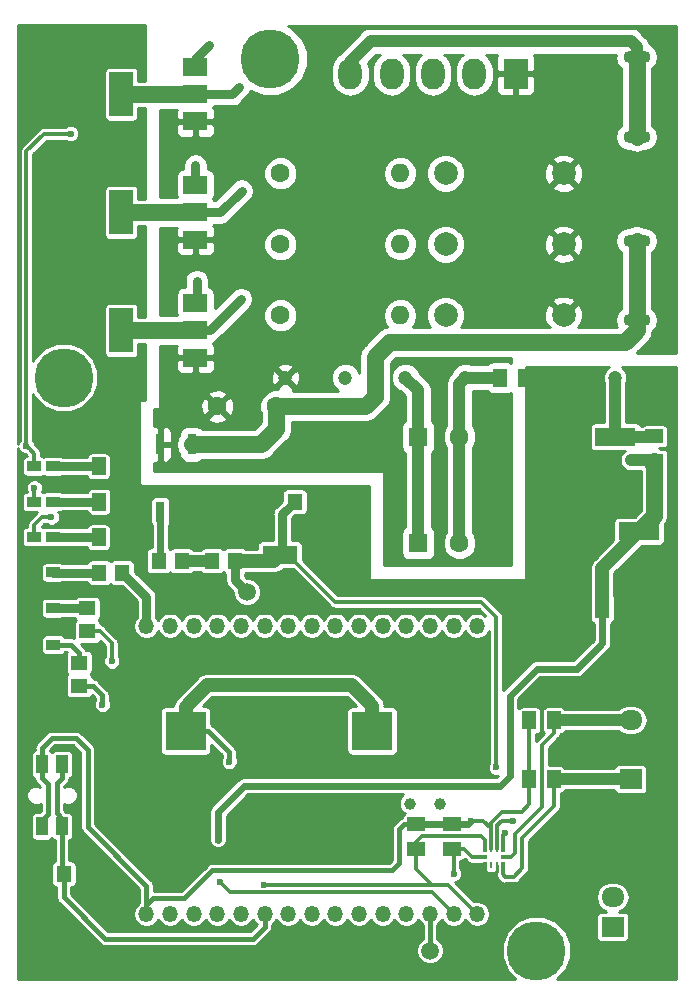
<source format=gbr>
G04 #@! TF.GenerationSoftware,KiCad,Pcbnew,5.0.0-rc2-unknown-bfa8903~65~ubuntu16.04.1*
G04 #@! TF.CreationDate,2018-06-03T14:39:05-05:00*
G04 #@! TF.ProjectId,omega-dock-new,6F6D6567612D646F636B2D6E65772E6B,rev?*
G04 #@! TF.SameCoordinates,Original*
G04 #@! TF.FileFunction,Copper,L1,Top,Signal*
G04 #@! TF.FilePolarity,Positive*
%FSLAX46Y46*%
G04 Gerber Fmt 4.6, Leading zero omitted, Abs format (unit mm)*
G04 Created by KiCad (PCBNEW 5.0.0-rc2-unknown-bfa8903~65~ubuntu16.04.1) date Sun Jun  3 14:39:05 2018*
%MOMM*%
%LPD*%
G01*
G04 APERTURE LIST*
G04 #@! TA.AperFunction,ComponentPad*
%ADD10R,1.600000X1.600000*%
G04 #@! TD*
G04 #@! TA.AperFunction,ComponentPad*
%ADD11C,1.600000*%
G04 #@! TD*
G04 #@! TA.AperFunction,SMDPad,CuDef*
%ADD12R,1.145000X1.500000*%
G04 #@! TD*
G04 #@! TA.AperFunction,SMDPad,CuDef*
%ADD13R,3.500000X1.600000*%
G04 #@! TD*
G04 #@! TA.AperFunction,ComponentPad*
%ADD14C,2.000000*%
G04 #@! TD*
G04 #@! TA.AperFunction,ComponentPad*
%ADD15C,1.200000*%
G04 #@! TD*
G04 #@! TA.AperFunction,SMDPad,CuDef*
%ADD16R,2.000000X1.500000*%
G04 #@! TD*
G04 #@! TA.AperFunction,SMDPad,CuDef*
%ADD17R,2.000000X3.800000*%
G04 #@! TD*
G04 #@! TA.AperFunction,SMDPad,CuDef*
%ADD18R,1.500000X1.145000*%
G04 #@! TD*
G04 #@! TA.AperFunction,ComponentPad*
%ADD19O,1.600000X1.600000*%
G04 #@! TD*
G04 #@! TA.AperFunction,SMDPad,CuDef*
%ADD20R,1.245000X1.800000*%
G04 #@! TD*
G04 #@! TA.AperFunction,ComponentPad*
%ADD21O,1.350000X1.350000*%
G04 #@! TD*
G04 #@! TA.AperFunction,ComponentPad*
%ADD22R,1.350000X1.350000*%
G04 #@! TD*
G04 #@! TA.AperFunction,SMDPad,CuDef*
%ADD23R,0.300000X0.580000*%
G04 #@! TD*
G04 #@! TA.AperFunction,SMDPad,CuDef*
%ADD24R,0.250000X0.580000*%
G04 #@! TD*
G04 #@! TA.AperFunction,SMDPad,CuDef*
%ADD25R,0.630000X0.350000*%
G04 #@! TD*
G04 #@! TA.AperFunction,ComponentPad*
%ADD26R,1.950000X1.700000*%
G04 #@! TD*
G04 #@! TA.AperFunction,ComponentPad*
%ADD27O,1.950000X1.700000*%
G04 #@! TD*
G04 #@! TA.AperFunction,SMDPad,CuDef*
%ADD28R,3.500000X3.300000*%
G04 #@! TD*
G04 #@! TA.AperFunction,SMDPad,CuDef*
%ADD29R,4.000000X4.000000*%
G04 #@! TD*
G04 #@! TA.AperFunction,ComponentPad*
%ADD30C,1.000000*%
G04 #@! TD*
G04 #@! TA.AperFunction,SMDPad,CuDef*
%ADD31R,1.220000X0.870000*%
G04 #@! TD*
G04 #@! TA.AperFunction,SMDPad,CuDef*
%ADD32R,1.295000X1.400000*%
G04 #@! TD*
G04 #@! TA.AperFunction,SMDPad,CuDef*
%ADD33R,3.000000X1.600000*%
G04 #@! TD*
G04 #@! TA.AperFunction,SMDPad,CuDef*
%ADD34R,0.800000X1.800000*%
G04 #@! TD*
G04 #@! TA.AperFunction,ComponentPad*
%ADD35C,0.800000*%
G04 #@! TD*
G04 #@! TA.AperFunction,ComponentPad*
%ADD36C,5.000000*%
G04 #@! TD*
G04 #@! TA.AperFunction,SMDPad,CuDef*
%ADD37R,1.400000X1.295000*%
G04 #@! TD*
G04 #@! TA.AperFunction,SMDPad,CuDef*
%ADD38R,1.000000X1.550000*%
G04 #@! TD*
G04 #@! TA.AperFunction,BGAPad,CuDef*
%ADD39C,1.500000*%
G04 #@! TD*
G04 #@! TA.AperFunction,ComponentPad*
%ADD40R,2.000000X2.600000*%
G04 #@! TD*
G04 #@! TA.AperFunction,ComponentPad*
%ADD41O,2.000000X2.600000*%
G04 #@! TD*
G04 #@! TA.AperFunction,ComponentPad*
%ADD42O,2.300000X1.100000*%
G04 #@! TD*
G04 #@! TA.AperFunction,ViaPad*
%ADD43C,0.600000*%
G04 #@! TD*
G04 #@! TA.AperFunction,Conductor*
%ADD44C,0.250000*%
G04 #@! TD*
G04 #@! TA.AperFunction,Conductor*
%ADD45C,1.000000*%
G04 #@! TD*
G04 #@! TA.AperFunction,Conductor*
%ADD46C,0.800000*%
G04 #@! TD*
G04 #@! TA.AperFunction,Conductor*
%ADD47C,0.400000*%
G04 #@! TD*
G04 #@! TA.AperFunction,Conductor*
%ADD48C,1.400000*%
G04 #@! TD*
G04 #@! TA.AperFunction,Conductor*
%ADD49C,1.200000*%
G04 #@! TD*
G04 #@! TA.AperFunction,Conductor*
%ADD50C,0.600000*%
G04 #@! TD*
G04 #@! TA.AperFunction,Conductor*
%ADD51C,0.300000*%
G04 #@! TD*
G04 #@! TA.AperFunction,Conductor*
%ADD52C,0.254000*%
G04 #@! TD*
G04 APERTURE END LIST*
D10*
G04 #@! TO.P,C6,1*
G04 #@! TO.N,Net-(C5-Pad1)*
X146000000Y-94000000D03*
D11*
G04 #@! TO.P,C6,2*
G04 #@! TO.N,Net-(C5-Pad2)*
X149500000Y-94000000D03*
G04 #@! TD*
D12*
G04 #@! TO.P,C8,1*
G04 #@! TO.N,Net-(C5-Pad2)*
X152957500Y-89000000D03*
G04 #@! TO.P,C8,2*
G04 #@! TO.N,GND*
X155042500Y-89000000D03*
G04 #@! TD*
D13*
G04 #@! TO.P,C10,1*
G04 #@! TO.N,/FuenteST/VO*
X162700000Y-94000000D03*
G04 #@! TO.P,C10,2*
G04 #@! TO.N,GND*
X157300000Y-94000000D03*
G04 #@! TD*
D14*
G04 #@! TO.P,C13,1*
G04 #@! TO.N,Net-(C13-Pad1)*
X148321244Y-83703214D03*
G04 #@! TO.P,C13,2*
G04 #@! TO.N,Nac*
X158321244Y-83703214D03*
G04 #@! TD*
G04 #@! TO.P,C14,1*
G04 #@! TO.N,Net-(C14-Pad1)*
X148321244Y-77703214D03*
G04 #@! TO.P,C14,2*
G04 #@! TO.N,Nac*
X158321244Y-77703214D03*
G04 #@! TD*
D11*
G04 #@! TO.P,RV1,1*
G04 #@! TO.N,VacF*
X134000000Y-91430000D03*
G04 #@! TO.P,RV1,2*
G04 #@! TO.N,Nac*
X129000000Y-91430000D03*
G04 #@! TD*
D15*
G04 #@! TO.P,U4,1*
G04 #@! TO.N,Nac*
X134760000Y-89000000D03*
G04 #@! TO.P,U4,3*
G04 #@! TO.N,Net-(L2-Pad2)*
X139840000Y-89000000D03*
G04 #@! TO.P,U4,5*
G04 #@! TO.N,Net-(C5-Pad1)*
X144920000Y-89000000D03*
G04 #@! TO.P,U4,7*
G04 #@! TO.N,Net-(C5-Pad2)*
X150000000Y-89000000D03*
G04 #@! TO.P,U4,10*
G04 #@! TO.N,GND*
X157620000Y-89000000D03*
G04 #@! TO.P,U4,12*
G04 #@! TO.N,/FuenteST/VO*
X162700000Y-89000000D03*
G04 #@! TD*
D16*
G04 #@! TO.P,U8,1*
G04 #@! TO.N,Nac*
X127150000Y-87300000D03*
G04 #@! TO.P,U8,3*
G04 #@! TO.N,Net-(U5-Pad4)*
X127150000Y-82700000D03*
G04 #@! TO.P,U8,2*
G04 #@! TO.N,VE*
X127150000Y-85000000D03*
D17*
X120850000Y-85000000D03*
G04 #@! TD*
G04 #@! TO.P,U9,2*
G04 #@! TO.N,RE*
X120850000Y-75000000D03*
D16*
X127150000Y-75000000D03*
G04 #@! TO.P,U9,3*
G04 #@! TO.N,Net-(U6-Pad4)*
X127150000Y-72700000D03*
G04 #@! TO.P,U9,1*
G04 #@! TO.N,Nac*
X127150000Y-77300000D03*
G04 #@! TD*
D17*
G04 #@! TO.P,U10,2*
G04 #@! TO.N,CO*
X120850000Y-65000000D03*
D16*
X127150000Y-65000000D03*
G04 #@! TO.P,U10,3*
G04 #@! TO.N,Net-(U10-Pad3)*
X127150000Y-62700000D03*
G04 #@! TO.P,U10,1*
G04 #@! TO.N,Nac*
X127150000Y-67300000D03*
G04 #@! TD*
D10*
G04 #@! TO.P,C5,1*
G04 #@! TO.N,Net-(C5-Pad1)*
X146000000Y-103000000D03*
D11*
G04 #@! TO.P,C5,2*
G04 #@! TO.N,Net-(C5-Pad2)*
X149500000Y-103000000D03*
G04 #@! TD*
D14*
G04 #@! TO.P,C15,1*
G04 #@! TO.N,Net-(C15-Pad1)*
X148321244Y-71703214D03*
G04 #@! TO.P,C15,2*
G04 #@! TO.N,Nac*
X158321244Y-71703214D03*
G04 #@! TD*
D18*
G04 #@! TO.P,L3,1*
G04 #@! TO.N,/FuenteST/VO*
X166000000Y-93957500D03*
G04 #@! TO.P,L3,2*
G04 #@! TO.N,+5V*
X166000000Y-96042500D03*
G04 #@! TD*
D12*
G04 #@! TO.P,R1,2*
G04 #@! TO.N,GND*
X121042500Y-102500000D03*
G04 #@! TO.P,R1,1*
G04 #@! TO.N,Net-(D1-Pad1)*
X118957500Y-102500000D03*
G04 #@! TD*
G04 #@! TO.P,R2,1*
G04 #@! TO.N,Net-(D2-Pad1)*
X119000000Y-99500000D03*
G04 #@! TO.P,R2,2*
G04 #@! TO.N,GND*
X121085000Y-99500000D03*
G04 #@! TD*
G04 #@! TO.P,R3,1*
G04 #@! TO.N,Net-(D3-Pad1)*
X118957500Y-96500000D03*
G04 #@! TO.P,R3,2*
G04 #@! TO.N,GND*
X121042500Y-96500000D03*
G04 #@! TD*
D19*
G04 #@! TO.P,R16,2*
G04 #@! TO.N,Net-(C13-Pad1)*
X144481244Y-83703214D03*
D11*
G04 #@! TO.P,R16,1*
G04 #@! TO.N,VE*
X134321244Y-83703214D03*
G04 #@! TD*
G04 #@! TO.P,R17,1*
G04 #@! TO.N,RE*
X134321244Y-77703214D03*
D19*
G04 #@! TO.P,R17,2*
G04 #@! TO.N,Net-(C14-Pad1)*
X144481244Y-77703214D03*
G04 #@! TD*
D11*
G04 #@! TO.P,R18,1*
G04 #@! TO.N,CO*
X134321244Y-71703214D03*
D19*
G04 #@! TO.P,R18,2*
G04 #@! TO.N,Net-(C15-Pad1)*
X144481244Y-71703214D03*
G04 #@! TD*
D13*
G04 #@! TO.P,C11,1*
G04 #@! TO.N,+5V*
X164700000Y-102000000D03*
G04 #@! TO.P,C11,2*
G04 #@! TO.N,GND*
X159300000Y-102000000D03*
G04 #@! TD*
D20*
G04 #@! TO.P,C12,1*
G04 #@! TO.N,+5V*
X161592500Y-108500000D03*
G04 #@! TO.P,C12,2*
G04 #@! TO.N,GND*
X158407500Y-108500000D03*
G04 #@! TD*
D21*
G04 #@! TO.P,U2,17*
G04 #@! TO.N,/SDA*
X151000000Y-134400000D03*
G04 #@! TO.P,U2,18*
G04 #@! TO.N,/SCL*
X149000000Y-134400000D03*
G04 #@! TO.P,U2,19*
G04 #@! TO.N,/GPIO*
X147000000Y-134400000D03*
G04 #@! TO.P,U2,20*
G04 #@! TO.N,/red*
X145000000Y-134400000D03*
G04 #@! TO.P,U2,21*
G04 #@! TO.N,N/C*
X143000000Y-134400000D03*
G04 #@! TO.P,U2,22*
X141000000Y-134400000D03*
G04 #@! TO.P,U2,23*
X139000000Y-134400000D03*
G04 #@! TO.P,U2,24*
X137000000Y-134400000D03*
G04 #@! TO.P,U2,25*
X135000000Y-134400000D03*
G04 #@! TO.P,U2,26*
G04 #@! TO.N,Net-(R23-Pad1)*
X133000000Y-134400000D03*
G04 #@! TO.P,U2,27*
G04 #@! TO.N,N/C*
X131000000Y-134400000D03*
G04 #@! TO.P,U2,28*
X129000000Y-134400000D03*
G04 #@! TO.P,U2,29*
X127000000Y-134400000D03*
G04 #@! TO.P,U2,30*
X125000000Y-134400000D03*
G04 #@! TO.P,U2,31*
G04 #@! TO.N,+3V3*
X123000000Y-134400000D03*
D22*
G04 #@! TO.P,U2,32*
G04 #@! TO.N,GND*
X121000000Y-134400000D03*
G04 #@! TO.P,U2,1*
X121000000Y-110000000D03*
D21*
G04 #@! TO.P,U2,2*
G04 #@! TO.N,/error*
X123000000Y-110000000D03*
G04 #@! TO.P,U2,3*
G04 #@! TO.N,N/C*
X125000000Y-110000000D03*
G04 #@! TO.P,U2,4*
X127000000Y-110000000D03*
G04 #@! TO.P,U2,5*
G04 #@! TO.N,/OutTriac/Compresor*
X129000000Y-110000000D03*
G04 #@! TO.P,U2,6*
G04 #@! TO.N,/OutTriac/Ventilador*
X131000000Y-110000000D03*
G04 #@! TO.P,U2,7*
G04 #@! TO.N,/OutTriac/Resistencia*
X133000000Y-110000000D03*
G04 #@! TO.P,U2,8*
G04 #@! TO.N,N/C*
X135000000Y-110000000D03*
G04 #@! TO.P,U2,9*
X137000000Y-110000000D03*
G04 #@! TO.P,U2,10*
X139000000Y-110000000D03*
G04 #@! TO.P,U2,11*
X141000000Y-110000000D03*
G04 #@! TO.P,U2,12*
X143000000Y-110000000D03*
G04 #@! TO.P,U2,13*
X145000000Y-110000000D03*
G04 #@! TO.P,U2,14*
X147000000Y-110000000D03*
G04 #@! TO.P,U2,15*
X149000000Y-110000000D03*
G04 #@! TO.P,U2,16*
X151000000Y-110000000D03*
G04 #@! TD*
D18*
G04 #@! TO.P,R4,2*
G04 #@! TO.N,/SCL*
X148870000Y-128892500D03*
G04 #@! TO.P,R4,1*
G04 #@! TO.N,+3V3*
X148870000Y-126807500D03*
G04 #@! TD*
G04 #@! TO.P,R5,1*
G04 #@! TO.N,+3V3*
X145850000Y-126827500D03*
G04 #@! TO.P,R5,2*
G04 #@! TO.N,/SDA*
X145850000Y-128912500D03*
G04 #@! TD*
D23*
G04 #@! TO.P,U11,9*
G04 #@! TO.N,/SDA*
X151650000Y-128940000D03*
D24*
G04 #@! TO.P,U11,8*
G04 #@! TO.N,+3V3*
X152150000Y-128940000D03*
G04 #@! TO.P,U11,7*
G04 #@! TO.N,/I_TEST*
X152650000Y-128940000D03*
D23*
G04 #@! TO.P,U11,6*
G04 #@! TO.N,/V_TEST*
X153150000Y-128940000D03*
G04 #@! TO.P,U11,4*
G04 #@! TO.N,Net-(J2-Pad1)*
X153150000Y-130220000D03*
D24*
G04 #@! TO.P,U11,3*
G04 #@! TO.N,GND*
X152650000Y-130220000D03*
G04 #@! TO.P,U11,2*
G04 #@! TO.N,N/C*
X152150000Y-130220000D03*
D23*
G04 #@! TO.P,U11,1*
G04 #@! TO.N,GND*
X151650000Y-130220000D03*
D25*
G04 #@! TO.P,U11,10*
G04 #@! TO.N,/SCL*
X151540000Y-129580000D03*
G04 #@! TO.P,U11,5*
G04 #@! TO.N,Net-(J2-Pad3)*
X153260000Y-129580000D03*
G04 #@! TD*
D12*
G04 #@! TO.P,R6,2*
G04 #@! TO.N,Net-(J2-Pad3)*
X157500000Y-118000000D03*
G04 #@! TO.P,R6,1*
G04 #@! TO.N,+3V3*
X155415000Y-118000000D03*
G04 #@! TD*
G04 #@! TO.P,R7,1*
G04 #@! TO.N,+3V3*
X155415000Y-123000000D03*
G04 #@! TO.P,R7,2*
G04 #@! TO.N,Net-(J2-Pad1)*
X157500000Y-123000000D03*
G04 #@! TD*
D26*
G04 #@! TO.P,J2,1*
G04 #@! TO.N,Net-(J2-Pad1)*
X164000000Y-123000000D03*
D27*
G04 #@! TO.P,J2,2*
G04 #@! TO.N,GND*
X164000000Y-120500000D03*
G04 #@! TO.P,J2,3*
G04 #@! TO.N,Net-(J2-Pad3)*
X164000000Y-118000000D03*
G04 #@! TO.P,J2,4*
G04 #@! TO.N,GND*
X164000000Y-115500000D03*
G04 #@! TD*
D28*
G04 #@! TO.P,BT1,1*
G04 #@! TO.N,+BATT*
X126310000Y-118910000D03*
X142110000Y-118910000D03*
D29*
G04 #@! TO.P,BT1,2*
G04 #@! TO.N,GND*
X134210000Y-118910000D03*
G04 #@! TD*
D30*
G04 #@! TO.P,Y1,1*
G04 #@! TO.N,Net-(U12-Pad1)*
X147820000Y-125050000D03*
G04 #@! TO.P,Y1,2*
G04 #@! TO.N,Net-(U12-Pad2)*
X145280000Y-125050000D03*
G04 #@! TD*
D31*
G04 #@! TO.P,D6,1*
G04 #@! TO.N,GND*
X113490000Y-105490000D03*
G04 #@! TO.P,D6,2*
G04 #@! TO.N,Net-(D6-Pad2)*
X115090000Y-105490000D03*
G04 #@! TD*
D32*
G04 #@! TO.P,R22,1*
G04 #@! TO.N,/error*
X120935000Y-105500000D03*
G04 #@! TO.P,R22,2*
G04 #@! TO.N,Net-(D6-Pad2)*
X119000000Y-105500000D03*
G04 #@! TD*
D31*
G04 #@! TO.P,D1,1*
G04 #@! TO.N,Net-(D1-Pad1)*
X115100000Y-102500000D03*
G04 #@! TO.P,D1,2*
G04 #@! TO.N,/OutTriac/Resistencia*
X113500000Y-102500000D03*
G04 #@! TD*
G04 #@! TO.P,D2,2*
G04 #@! TO.N,/OutTriac/Ventilador*
X113500000Y-99500000D03*
G04 #@! TO.P,D2,1*
G04 #@! TO.N,Net-(D2-Pad1)*
X115100000Y-99500000D03*
G04 #@! TD*
G04 #@! TO.P,D3,1*
G04 #@! TO.N,Net-(D3-Pad1)*
X115100000Y-96500000D03*
G04 #@! TO.P,D3,2*
G04 #@! TO.N,/OutTriac/Compresor*
X113500000Y-96500000D03*
G04 #@! TD*
D32*
G04 #@! TO.P,R19,1*
G04 #@! TO.N,Net-(D5-Pad3)*
X124032500Y-104500000D03*
G04 #@! TO.P,R19,2*
G04 #@! TO.N,Net-(R19-Pad2)*
X125967500Y-104500000D03*
G04 #@! TD*
D33*
G04 #@! TO.P,C1,1*
G04 #@! TO.N,/V_TEST*
X134300000Y-104000000D03*
G04 #@! TO.P,C1,2*
G04 #@! TO.N,GND*
X138700000Y-104000000D03*
G04 #@! TD*
D34*
G04 #@! TO.P,D5,1*
G04 #@! TO.N,VacF*
X126835000Y-94650000D03*
G04 #@! TO.P,D5,2*
G04 #@! TO.N,Nac*
X124165000Y-94650000D03*
G04 #@! TO.P,D5,3*
G04 #@! TO.N,Net-(D5-Pad3)*
X124165000Y-100350000D03*
G04 #@! TO.P,D5,4*
G04 #@! TO.N,GND*
X126835000Y-100350000D03*
G04 #@! TD*
D32*
G04 #@! TO.P,R20,1*
G04 #@! TO.N,Net-(R19-Pad2)*
X128565000Y-104500000D03*
G04 #@! TO.P,R20,2*
G04 #@! TO.N,/V_TEST*
X130500000Y-104500000D03*
G04 #@! TD*
G04 #@! TO.P,R21,2*
G04 #@! TO.N,GND*
X137500000Y-99500000D03*
G04 #@! TO.P,R21,1*
G04 #@! TO.N,/V_TEST*
X135565000Y-99500000D03*
G04 #@! TD*
D35*
G04 #@! TO.P,REF\002A\002A,1*
G04 #@! TO.N,N/C*
X117325825Y-87674175D03*
X116000000Y-87125000D03*
X114674175Y-87674175D03*
X114125000Y-89000000D03*
X114674175Y-90325825D03*
X116000000Y-90875000D03*
X117325825Y-90325825D03*
X117875000Y-89000000D03*
D36*
X116000000Y-89000000D03*
G04 #@! TD*
D35*
G04 #@! TO.P,REF\002A\002A,1*
G04 #@! TO.N,N/C*
X134825825Y-60674175D03*
X133500000Y-60125000D03*
X132174175Y-60674175D03*
X131625000Y-62000000D03*
X132174175Y-63325825D03*
X133500000Y-63875000D03*
X134825825Y-63325825D03*
X135375000Y-62000000D03*
D36*
X133500000Y-62000000D03*
G04 #@! TD*
D35*
G04 #@! TO.P,REF\002A\002A,1*
G04 #@! TO.N,N/C*
X157325825Y-136174175D03*
X156000000Y-135625000D03*
X154674175Y-136174175D03*
X154125000Y-137500000D03*
X154674175Y-138825825D03*
X156000000Y-139375000D03*
X157325825Y-138825825D03*
X157875000Y-137500000D03*
D36*
X156000000Y-137500000D03*
G04 #@! TD*
D31*
G04 #@! TO.P,D4,1*
G04 #@! TO.N,GND*
X113490000Y-108520000D03*
G04 #@! TO.P,D4,2*
G04 #@! TO.N,Net-(D4-Pad2)*
X115090000Y-108520000D03*
G04 #@! TD*
D37*
G04 #@! TO.P,R8,1*
G04 #@! TO.N,/red*
X118000000Y-110467500D03*
G04 #@! TO.P,R8,2*
G04 #@! TO.N,Net-(D4-Pad2)*
X118000000Y-108532500D03*
G04 #@! TD*
D32*
G04 #@! TO.P,R23,1*
G04 #@! TO.N,Net-(R23-Pad1)*
X116000000Y-131000000D03*
G04 #@! TO.P,R23,2*
G04 #@! TO.N,GND*
X117935000Y-131000000D03*
G04 #@! TD*
D38*
G04 #@! TO.P,SW1,2*
G04 #@! TO.N,Net-(R23-Pad1)*
X115850000Y-121732500D03*
X115850000Y-126982500D03*
G04 #@! TO.P,SW1,1*
G04 #@! TO.N,+3V3*
X114150000Y-126982500D03*
X114150000Y-121732500D03*
G04 #@! TD*
D31*
G04 #@! TO.P,D7,1*
G04 #@! TO.N,GND*
X113525000Y-111600000D03*
G04 #@! TO.P,D7,2*
G04 #@! TO.N,Net-(D7-Pad2)*
X115125000Y-111600000D03*
G04 #@! TD*
D37*
G04 #@! TO.P,R24,1*
G04 #@! TO.N,/GPIO*
X117300000Y-115060000D03*
G04 #@! TO.P,R24,2*
G04 #@! TO.N,Net-(D7-Pad2)*
X117300000Y-113125000D03*
G04 #@! TD*
D39*
G04 #@! TO.P,GPIO,1*
G04 #@! TO.N,/GPIO*
X147000000Y-137500000D03*
G04 #@! TD*
G04 #@! TO.P,VT,1*
G04 #@! TO.N,/V_TEST*
X131500000Y-107140000D03*
G04 #@! TD*
D40*
G04 #@! TO.P,P1,1*
G04 #@! TO.N,Nac*
X154250000Y-63250000D03*
D41*
G04 #@! TO.P,P1,2*
G04 #@! TO.N,VE*
X150750000Y-63250000D03*
G04 #@! TO.P,P1,3*
G04 #@! TO.N,RE*
X147250000Y-63250000D03*
G04 #@! TO.P,P1,4*
G04 #@! TO.N,CO*
X143750000Y-63250000D03*
G04 #@! TO.P,P1,5*
G04 #@! TO.N,Vac*
X140250000Y-63250000D03*
G04 #@! TD*
D26*
G04 #@! TO.P,J1,1*
G04 #@! TO.N,+5V*
X162480000Y-135490000D03*
D27*
G04 #@! TO.P,J1,2*
G04 #@! TO.N,/I_TEST*
X162480000Y-132990000D03*
G04 #@! TO.P,J1,3*
G04 #@! TO.N,GND*
X162480000Y-130490000D03*
G04 #@! TD*
D42*
G04 #@! TO.P,F1,1*
G04 #@! TO.N,VacF*
X164500000Y-84143000D03*
X164500000Y-77412000D03*
G04 #@! TO.P,F1,2*
G04 #@! TO.N,Vac*
X164500000Y-68588000D03*
X164500000Y-61857000D03*
G04 #@! TD*
D43*
G04 #@! TO.N,CO*
X130830000Y-64400000D03*
G04 #@! TO.N,VE*
X130990000Y-82350000D03*
G04 #@! TO.N,RE*
X131060000Y-73180000D03*
G04 #@! TO.N,Net-(U5-Pad4)*
X127260000Y-80820000D03*
G04 #@! TO.N,Net-(U6-Pad4)*
X127140000Y-71030000D03*
X127140000Y-71030000D03*
G04 #@! TO.N,Net-(U10-Pad3)*
X128300000Y-60830000D03*
G04 #@! TO.N,+5V*
X164000000Y-96000000D03*
X129050000Y-128100000D03*
G04 #@! TO.N,+3V3*
X150500000Y-126500000D03*
G04 #@! TO.N,/OutTriac/Resistencia*
X114950000Y-100810000D03*
G04 #@! TO.N,/OutTriac/Ventilador*
X113500000Y-98320000D03*
G04 #@! TO.N,/OutTriac/Compresor*
X116580000Y-68340000D03*
X112840000Y-94770000D03*
G04 #@! TO.N,/SCL*
X149000000Y-131000000D03*
X129240000Y-131720000D03*
G04 #@! TO.N,/SDA*
X132970000Y-131910000D03*
G04 #@! TO.N,/V_TEST*
X153370000Y-127510000D03*
X152620000Y-121990000D03*
G04 #@! TO.N,+BATT*
X130000000Y-121500000D03*
G04 #@! TO.N,/red*
X120070000Y-112980000D03*
G04 #@! TO.N,/I_TEST*
X154070000Y-126500000D03*
G04 #@! TO.N,/GPIO*
X119275000Y-116675000D03*
G04 #@! TD*
D44*
G04 #@! TO.N,GND*
X157300000Y-94000000D02*
X157300000Y-89320000D01*
X157300000Y-89320000D02*
X157620000Y-89000000D01*
X155042500Y-89000000D02*
X157620000Y-89000000D01*
X151650000Y-130760000D02*
X151880000Y-130990000D01*
X151650000Y-130220000D02*
X151650000Y-130760000D01*
X151880000Y-130990000D02*
X152500000Y-130990000D01*
X152650000Y-130840000D02*
X152650000Y-130220000D01*
X152500000Y-130990000D02*
X152650000Y-130840000D01*
X158350000Y-102000000D02*
X159300000Y-102000000D01*
X157300000Y-100950000D02*
X158350000Y-102000000D01*
X157300000Y-94000000D02*
X157300000Y-100950000D01*
D45*
X158407500Y-102892500D02*
X159300000Y-102000000D01*
X158407500Y-108500000D02*
X158407500Y-102892500D01*
D46*
X138700000Y-100700000D02*
X138700000Y-104000000D01*
X137500000Y-99500000D02*
X138700000Y-100700000D01*
D44*
X121042500Y-102000000D02*
X121050000Y-102007500D01*
X121085000Y-97000000D02*
X121042500Y-97042500D01*
X121042500Y-97042500D02*
X121042500Y-102000000D01*
D47*
X156747500Y-106840000D02*
X158407500Y-108500000D01*
X141530000Y-106840000D02*
X156747500Y-106840000D01*
X138700000Y-104010000D02*
X141530000Y-106840000D01*
X138700000Y-104000000D02*
X138700000Y-104010000D01*
D45*
G04 #@! TO.N,/FuenteST/VO*
X165957500Y-94000000D02*
X166000000Y-93957500D01*
X162700000Y-94000000D02*
X165957500Y-94000000D01*
X162700000Y-89000000D02*
X162700000Y-94000000D01*
D44*
G04 #@! TO.N,Nac*
X134760000Y-89000000D02*
X133060000Y-87300000D01*
X133060000Y-87300000D02*
X127150000Y-87300000D01*
X129960000Y-87300000D02*
X132240000Y-85020000D01*
X132240000Y-85020000D02*
X132240000Y-76540000D01*
X127150000Y-87300000D02*
X129960000Y-87300000D01*
X132240000Y-76540000D02*
X131480000Y-77300000D01*
X131480000Y-77300000D02*
X127150000Y-77300000D01*
X132240000Y-71140000D02*
X132240000Y-76540000D01*
X127150000Y-67300000D02*
X128400000Y-67300000D01*
X128400000Y-67300000D02*
X132240000Y-71140000D01*
D48*
G04 #@! TO.N,CO*
X120850000Y-65000000D02*
X127150000Y-65000000D01*
D46*
X130230000Y-65000000D02*
X130830000Y-64400000D01*
X127150000Y-65000000D02*
X130230000Y-65000000D01*
D48*
G04 #@! TO.N,VE*
X127150000Y-85000000D02*
X120850000Y-85000000D01*
D46*
X128340000Y-85000000D02*
X130990000Y-82350000D01*
X127150000Y-85000000D02*
X128340000Y-85000000D01*
D48*
G04 #@! TO.N,Vac*
X164500000Y-68588000D02*
X164500000Y-61857000D01*
D45*
X140250000Y-63250000D02*
X140250000Y-62250000D01*
X164500000Y-61000000D02*
X164500000Y-61857000D01*
X140250000Y-62250000D02*
X142000000Y-60500000D01*
X142000000Y-60500000D02*
X164000000Y-60500000D01*
X164000000Y-60500000D02*
X164500000Y-61000000D01*
D48*
G04 #@! TO.N,RE*
X127150000Y-75000000D02*
X120850000Y-75000000D01*
D46*
X129240000Y-75000000D02*
X131060000Y-73180000D01*
X127150000Y-75000000D02*
X129240000Y-75000000D01*
G04 #@! TO.N,Net-(U5-Pad4)*
X127260000Y-82590000D02*
X127150000Y-82700000D01*
X127260000Y-80820000D02*
X127260000Y-82590000D01*
G04 #@! TO.N,Net-(U6-Pad4)*
X127150000Y-71040000D02*
X127140000Y-71030000D01*
X127150000Y-72700000D02*
X127150000Y-71040000D01*
G04 #@! TO.N,Net-(U10-Pad3)*
X127150000Y-61980000D02*
X128300000Y-60830000D01*
X127150000Y-62700000D02*
X127150000Y-61980000D01*
D45*
G04 #@! TO.N,Net-(C5-Pad1)*
X146000000Y-90080000D02*
X144920000Y-89000000D01*
X146000000Y-94000000D02*
X146000000Y-90080000D01*
X146000000Y-95400000D02*
X146000000Y-103000000D01*
X146000000Y-94000000D02*
X146000000Y-95400000D01*
G04 #@! TO.N,Net-(C5-Pad2)*
X149500000Y-89500000D02*
X150000000Y-89000000D01*
X149500000Y-94000000D02*
X149500000Y-89500000D01*
X149500000Y-95131370D02*
X149500000Y-103000000D01*
X149500000Y-94000000D02*
X149500000Y-95131370D01*
X152957500Y-89000000D02*
X150000000Y-89000000D01*
G04 #@! TO.N,+5V*
X166000000Y-96042500D02*
X166000000Y-98700000D01*
X165957500Y-96000000D02*
X166000000Y-96042500D01*
X164000000Y-96000000D02*
X165957500Y-96000000D01*
D48*
X166000000Y-100700000D02*
X164700000Y-102000000D01*
X166000000Y-96042500D02*
X166000000Y-100700000D01*
D49*
X161592500Y-105107500D02*
X164700000Y-102000000D01*
X161592500Y-108500000D02*
X161592500Y-105107500D01*
D50*
X156030000Y-113650000D02*
X159440000Y-113650000D01*
X153770000Y-122710000D02*
X153770000Y-115910000D01*
X129050000Y-128100000D02*
X129050000Y-125780000D01*
X161592500Y-111497500D02*
X161592500Y-108500000D01*
X129050000Y-125780000D02*
X131270000Y-123560000D01*
X131270000Y-123560000D02*
X152920000Y-123560000D01*
X159440000Y-113650000D02*
X161592500Y-111497500D01*
X153770000Y-115910000D02*
X156030000Y-113650000D01*
X152920000Y-123560000D02*
X153770000Y-122710000D01*
G04 #@! TO.N,+3V3*
X148850000Y-126827500D02*
X148870000Y-126807500D01*
X145850000Y-126827500D02*
X148850000Y-126827500D01*
D51*
X145242500Y-126827500D02*
X145850000Y-126827500D01*
D50*
X150192500Y-126807500D02*
X150500000Y-126500000D01*
X148870000Y-126807500D02*
X150192500Y-126807500D01*
D47*
X144800000Y-126827500D02*
X145850000Y-126827500D01*
X144420000Y-127207500D02*
X144800000Y-126827500D01*
X144420000Y-130100000D02*
X144420000Y-127207500D01*
X143810000Y-130710000D02*
X144420000Y-130100000D01*
X128590000Y-130710000D02*
X143810000Y-130710000D01*
X123000000Y-134400000D02*
X123000000Y-133680000D01*
X123590000Y-133090000D02*
X126210000Y-133090000D01*
X123000000Y-133680000D02*
X123590000Y-133090000D01*
X126210000Y-133090000D02*
X128590000Y-130710000D01*
X114150000Y-120350000D02*
X114150000Y-121732500D01*
X115000000Y-119500000D02*
X114150000Y-120350000D01*
X117000000Y-119500000D02*
X115000000Y-119500000D01*
X123000000Y-134400000D02*
X123000000Y-132010000D01*
X118040000Y-127050000D02*
X118040000Y-120540000D01*
X123000000Y-132010000D02*
X118040000Y-127050000D01*
X118040000Y-120540000D02*
X117000000Y-119500000D01*
X114150000Y-126420000D02*
X114150000Y-126982500D01*
X114150000Y-121732500D02*
X114150000Y-122907500D01*
X114660000Y-123417500D02*
X114660000Y-125910000D01*
X114150000Y-122907500D02*
X114660000Y-123417500D01*
X114660000Y-125910000D02*
X114150000Y-126420000D01*
D51*
X151500000Y-126500000D02*
X150500000Y-126500000D01*
X152150000Y-127150000D02*
X151500000Y-126500000D01*
X155415000Y-121950000D02*
X155415000Y-118000000D01*
X155415000Y-123000000D02*
X155415000Y-121950000D01*
X152150000Y-127330000D02*
X152150000Y-126710000D01*
X152150000Y-128940000D02*
X152150000Y-127330000D01*
X152150000Y-127330000D02*
X152150000Y-127150000D01*
X152150000Y-126710000D02*
X153120000Y-125740000D01*
X153120000Y-125740000D02*
X154780000Y-125740000D01*
X155415000Y-125105000D02*
X155415000Y-123000000D01*
X154780000Y-125740000D02*
X155415000Y-125105000D01*
D46*
G04 #@! TO.N,Net-(D1-Pad1)*
X115100000Y-102500000D02*
X118957500Y-102500000D01*
D51*
G04 #@! TO.N,/OutTriac/Resistencia*
X113500000Y-101430000D02*
X114120000Y-100810000D01*
X114120000Y-100810000D02*
X114950000Y-100810000D01*
X113500000Y-102500000D02*
X113500000Y-101430000D01*
G04 #@! TO.N,/OutTriac/Ventilador*
X113500000Y-99500000D02*
X113500000Y-98320000D01*
D46*
G04 #@! TO.N,Net-(D2-Pad1)*
X115100000Y-99500000D02*
X119000000Y-99500000D01*
G04 #@! TO.N,Net-(D3-Pad1)*
X115100000Y-96500000D02*
X118957500Y-96500000D01*
D51*
G04 #@! TO.N,/OutTriac/Compresor*
X113500000Y-96500000D02*
X113500000Y-95430000D01*
X113139999Y-95069999D02*
X112840000Y-94770000D01*
X113500000Y-95430000D02*
X113139999Y-95069999D01*
X112840000Y-94345736D02*
X112840000Y-94770000D01*
X112840000Y-69840000D02*
X112840000Y-94345736D01*
X114340000Y-68340000D02*
X112840000Y-69840000D01*
X116580000Y-68340000D02*
X114340000Y-68340000D01*
G04 #@! TO.N,/SCL*
X149000000Y-129022500D02*
X148870000Y-128892500D01*
X149000000Y-131000000D02*
X149000000Y-129022500D01*
X129539999Y-132019999D02*
X129240000Y-131720000D01*
X130060000Y-132540000D02*
X129539999Y-132019999D01*
X149000000Y-134400000D02*
X147140000Y-132540000D01*
X147140000Y-132540000D02*
X130060000Y-132540000D01*
X148870000Y-128892500D02*
X148870000Y-129060000D01*
X148870000Y-129060000D02*
X149000000Y-128930000D01*
X150550000Y-129580000D02*
X151540000Y-129580000D01*
X149000000Y-128930000D02*
X149900000Y-128930000D01*
X149900000Y-128930000D02*
X150550000Y-129580000D01*
G04 #@! TO.N,/SDA*
X148510000Y-131910000D02*
X143100000Y-131910000D01*
X143100000Y-131910000D02*
X132970000Y-131910000D01*
X151000000Y-134400000D02*
X148510000Y-131910000D01*
X148510000Y-131910000D02*
X147150000Y-131910000D01*
X145850000Y-130610000D02*
X145850000Y-128912500D01*
X147150000Y-131910000D02*
X145850000Y-130610000D01*
X145850000Y-128310000D02*
X145850000Y-128912500D01*
X151650000Y-128940000D02*
X151650000Y-128140000D01*
X151650000Y-128140000D02*
X151340000Y-127830000D01*
X146330000Y-127830000D02*
X145850000Y-128310000D01*
X151340000Y-127830000D02*
X146330000Y-127830000D01*
D46*
G04 #@! TO.N,/V_TEST*
X134500000Y-100565000D02*
X134500000Y-104000000D01*
X135565000Y-99500000D02*
X134500000Y-100565000D01*
D49*
X133800000Y-104500000D02*
X134300000Y-104000000D01*
X130500000Y-104500000D02*
X133800000Y-104500000D01*
D51*
X153150000Y-127730000D02*
X153370000Y-127510000D01*
X153150000Y-128940000D02*
X153150000Y-127730000D01*
D46*
X130500000Y-106140000D02*
X131500000Y-107140000D01*
X130500000Y-104500000D02*
X130500000Y-106140000D01*
D51*
X152620000Y-121565736D02*
X152620000Y-121990000D01*
X152620000Y-109250000D02*
X152620000Y-121565736D01*
X134300000Y-104000000D02*
X135000000Y-104000000D01*
X138990000Y-107990000D02*
X151360000Y-107990000D01*
X135000000Y-104000000D02*
X138990000Y-107990000D01*
X151360000Y-107990000D02*
X152620000Y-109250000D01*
D45*
G04 #@! TO.N,Net-(J2-Pad1)*
X157500000Y-123000000D02*
X164000000Y-123000000D01*
D51*
X157500000Y-125280000D02*
X157500000Y-123000000D01*
X154830000Y-127950000D02*
X157500000Y-125280000D01*
X154830000Y-130500000D02*
X154830000Y-127950000D01*
X153150000Y-130220000D02*
X153150000Y-131040000D01*
X153150000Y-131040000D02*
X153350000Y-131240000D01*
X153350000Y-131240000D02*
X154090000Y-131240000D01*
X154090000Y-131240000D02*
X154830000Y-130500000D01*
D45*
G04 #@! TO.N,Net-(J2-Pad3)*
X157500000Y-118000000D02*
X164000000Y-118000000D01*
D51*
X153875000Y-129580000D02*
X154210000Y-129245000D01*
X153260000Y-129580000D02*
X153875000Y-129580000D01*
X154210000Y-129245000D02*
X154210000Y-127600000D01*
X154210000Y-127600000D02*
X156470000Y-125340000D01*
X157500000Y-119050000D02*
X157500000Y-118000000D01*
X156470000Y-120080000D02*
X157500000Y-119050000D01*
X156470000Y-125340000D02*
X156470000Y-120080000D01*
D49*
G04 #@! TO.N,+BATT*
X142110000Y-116770000D02*
X142110000Y-118910000D01*
X126310000Y-118910000D02*
X126310000Y-116840000D01*
X126310000Y-116840000D02*
X128120000Y-115030000D01*
X128120000Y-115030000D02*
X140370000Y-115030000D01*
X140370000Y-115030000D02*
X142110000Y-116770000D01*
D47*
X130000000Y-120700000D02*
X130000000Y-121075736D01*
X128210000Y-118910000D02*
X130000000Y-120700000D01*
X130000000Y-121075736D02*
X130000000Y-121500000D01*
X126310000Y-118910000D02*
X128210000Y-118910000D01*
D46*
G04 #@! TO.N,Net-(D6-Pad2)*
X115100000Y-105500000D02*
X119000000Y-105500000D01*
G04 #@! TO.N,/error*
X123000000Y-107565000D02*
X120935000Y-105500000D01*
X123000000Y-110000000D02*
X123000000Y-107565000D01*
D45*
G04 #@! TO.N,Net-(R19-Pad2)*
X125967500Y-104500000D02*
X128565000Y-104500000D01*
D46*
G04 #@! TO.N,Net-(D4-Pad2)*
X117987500Y-108520000D02*
X118000000Y-108532500D01*
X115090000Y-108520000D02*
X117987500Y-108520000D01*
D51*
G04 #@! TO.N,/red*
X119067500Y-110467500D02*
X118000000Y-110467500D01*
X120070000Y-111470000D02*
X119067500Y-110467500D01*
X120070000Y-112980000D02*
X120070000Y-111470000D01*
G04 #@! TO.N,/I_TEST*
X152650000Y-128940000D02*
X152650000Y-126910000D01*
X152650000Y-126910000D02*
X153060000Y-126500000D01*
X153645736Y-126500000D02*
X154070000Y-126500000D01*
X153060000Y-126500000D02*
X153645736Y-126500000D01*
D47*
G04 #@! TO.N,Net-(R23-Pad1)*
X133000000Y-134400000D02*
X133000000Y-135500000D01*
X116000000Y-133000000D02*
X116000000Y-131000000D01*
X133000000Y-135500000D02*
X132000000Y-136500000D01*
X132000000Y-136500000D02*
X119500000Y-136500000D01*
X119500000Y-136500000D02*
X116000000Y-133000000D01*
X115850000Y-130850000D02*
X116000000Y-131000000D01*
X115850000Y-126982500D02*
X115850000Y-130850000D01*
X115850000Y-126320000D02*
X115850000Y-126982500D01*
X115850000Y-121732500D02*
X115850000Y-122907500D01*
X115850000Y-122907500D02*
X115410000Y-123347500D01*
X115410000Y-123347500D02*
X115410000Y-125880000D01*
X115410000Y-125880000D02*
X115850000Y-126320000D01*
G04 #@! TO.N,Net-(D7-Pad2)*
X117300000Y-112275000D02*
X117300000Y-113125000D01*
X116625000Y-111600000D02*
X117300000Y-112275000D01*
X115125000Y-111600000D02*
X116625000Y-111600000D01*
G04 #@! TO.N,/GPIO*
X119275000Y-115900000D02*
X119275000Y-116675000D01*
X118435000Y-115060000D02*
X119275000Y-115900000D01*
X117300000Y-115060000D02*
X118435000Y-115060000D01*
X147000000Y-137500000D02*
X147000000Y-134400000D01*
D50*
G04 #@! TO.N,Net-(D5-Pad3)*
X124165000Y-104367500D02*
X124032500Y-104500000D01*
X124165000Y-100350000D02*
X124165000Y-104367500D01*
D48*
G04 #@! TO.N,VacF*
X164500000Y-84143000D02*
X164500000Y-77412000D01*
X164500000Y-85000000D02*
X164500000Y-84143000D01*
X163500000Y-86000000D02*
X164500000Y-85000000D01*
X143570000Y-86000000D02*
X163500000Y-86000000D01*
X141510000Y-91430000D02*
X142340000Y-90600000D01*
X134000000Y-91430000D02*
X141510000Y-91430000D01*
X142340000Y-90600000D02*
X142340000Y-87230000D01*
X142340000Y-87230000D02*
X143570000Y-86000000D01*
X134000000Y-93310000D02*
X134000000Y-91430000D01*
X132660000Y-94650000D02*
X134000000Y-93310000D01*
X126835000Y-94650000D02*
X132660000Y-94650000D01*
G04 #@! TD*
D52*
G04 #@! TO.N,Nac*
G36*
X167873000Y-86873000D02*
X164522270Y-86873000D01*
X164536962Y-86851012D01*
X165351016Y-86036959D01*
X165462480Y-85962481D01*
X165536958Y-85851017D01*
X165536961Y-85851014D01*
X165757542Y-85520891D01*
X165765853Y-85479109D01*
X165835000Y-85131485D01*
X165835000Y-85131481D01*
X165847481Y-85068736D01*
X165954337Y-84997337D01*
X166216245Y-84605364D01*
X166308215Y-84143000D01*
X166216245Y-83680636D01*
X165954337Y-83288663D01*
X165835000Y-83208925D01*
X165835000Y-78346075D01*
X165954337Y-78266337D01*
X166216245Y-77874364D01*
X166308215Y-77412000D01*
X166216245Y-76949636D01*
X165954337Y-76557663D01*
X165562364Y-76295755D01*
X165216710Y-76227000D01*
X165129458Y-76227000D01*
X165020891Y-76154458D01*
X164500000Y-76050846D01*
X163979110Y-76154458D01*
X163870543Y-76227000D01*
X163783290Y-76227000D01*
X163437636Y-76295755D01*
X163045663Y-76557663D01*
X162783755Y-76949636D01*
X162691785Y-77412000D01*
X162783755Y-77874364D01*
X163045663Y-78266337D01*
X163165001Y-78346076D01*
X163165000Y-83208924D01*
X163045663Y-83288663D01*
X162783755Y-83680636D01*
X162691785Y-84143000D01*
X162783755Y-84605364D01*
X162823603Y-84665000D01*
X159503909Y-84665000D01*
X159740631Y-84577478D01*
X159967152Y-83967753D01*
X159943100Y-83317754D01*
X159740631Y-82828950D01*
X159473776Y-82730287D01*
X158500849Y-83703214D01*
X158514992Y-83717357D01*
X158335387Y-83896962D01*
X158321244Y-83882819D01*
X158307102Y-83896962D01*
X158127497Y-83717357D01*
X158141639Y-83703214D01*
X157168712Y-82730287D01*
X156901857Y-82828950D01*
X156675336Y-83438675D01*
X156699388Y-84088674D01*
X156901857Y-84577478D01*
X157138579Y-84665000D01*
X149671697Y-84665000D01*
X149707330Y-84629367D01*
X149956244Y-84028436D01*
X149956244Y-83377992D01*
X149707330Y-82777061D01*
X149480951Y-82550682D01*
X157348317Y-82550682D01*
X158321244Y-83523609D01*
X159294171Y-82550682D01*
X159195508Y-82283827D01*
X158585783Y-82057306D01*
X157935784Y-82081358D01*
X157446980Y-82283827D01*
X157348317Y-82550682D01*
X149480951Y-82550682D01*
X149247397Y-82317128D01*
X148646466Y-82068214D01*
X147996022Y-82068214D01*
X147395091Y-82317128D01*
X146935158Y-82777061D01*
X146686244Y-83377992D01*
X146686244Y-84028436D01*
X146935158Y-84629367D01*
X146970791Y-84665000D01*
X145564458Y-84665000D01*
X145832984Y-84263123D01*
X145944357Y-83703214D01*
X145832984Y-83143305D01*
X145515821Y-82668637D01*
X145041153Y-82351474D01*
X144622577Y-82268214D01*
X144339911Y-82268214D01*
X143921335Y-82351474D01*
X143446667Y-82668637D01*
X143129504Y-83143305D01*
X143018131Y-83703214D01*
X143129504Y-84263123D01*
X143402779Y-84672108D01*
X143049109Y-84742458D01*
X142879562Y-84855746D01*
X142607519Y-85037519D01*
X142533039Y-85148986D01*
X141488986Y-86193040D01*
X141377520Y-86267519D01*
X141303040Y-86378986D01*
X141303039Y-86378987D01*
X141082458Y-86709110D01*
X140978847Y-87230000D01*
X141005001Y-87361485D01*
X141005001Y-88585350D01*
X140886982Y-88300429D01*
X140539571Y-87953018D01*
X140085657Y-87765000D01*
X139594343Y-87765000D01*
X139140429Y-87953018D01*
X138793018Y-88300429D01*
X138605000Y-88754343D01*
X138605000Y-89245657D01*
X138793018Y-89699571D01*
X139140429Y-90046982D01*
X139256354Y-90095000D01*
X135377113Y-90095000D01*
X135393617Y-90088164D01*
X135443130Y-89862735D01*
X134760000Y-89179605D01*
X134076870Y-89862735D01*
X134105921Y-89995000D01*
X133714561Y-89995000D01*
X133187138Y-90213466D01*
X132783466Y-90617138D01*
X132565000Y-91144561D01*
X132565000Y-91715439D01*
X132665001Y-91956862D01*
X132665000Y-92757025D01*
X132107026Y-93315000D01*
X127708050Y-93315000D01*
X127692809Y-93292191D01*
X127482765Y-93151843D01*
X127235000Y-93102560D01*
X126435000Y-93102560D01*
X126187235Y-93151843D01*
X125977191Y-93292191D01*
X125836843Y-93502235D01*
X125787560Y-93750000D01*
X125787560Y-93814669D01*
X125577458Y-94129109D01*
X125473846Y-94650000D01*
X125577458Y-95170891D01*
X125787560Y-95485331D01*
X125787560Y-95550000D01*
X125836843Y-95797765D01*
X125977191Y-96007809D01*
X126187235Y-96148157D01*
X126435000Y-96197440D01*
X127235000Y-96197440D01*
X127482765Y-96148157D01*
X127692809Y-96007809D01*
X127708050Y-95985000D01*
X132528519Y-95985000D01*
X132660000Y-96011153D01*
X132791481Y-95985000D01*
X132791485Y-95985000D01*
X133180891Y-95907542D01*
X133622481Y-95612481D01*
X133696962Y-95501012D01*
X134851016Y-94346959D01*
X134962480Y-94272481D01*
X135036958Y-94161017D01*
X135036961Y-94161014D01*
X135257541Y-93830892D01*
X135257542Y-93830891D01*
X135335000Y-93441485D01*
X135335000Y-93441481D01*
X135361153Y-93310001D01*
X135335000Y-93178521D01*
X135335000Y-92765000D01*
X141378519Y-92765000D01*
X141510000Y-92791153D01*
X141641481Y-92765000D01*
X141641485Y-92765000D01*
X142030891Y-92687542D01*
X142472481Y-92392481D01*
X142546963Y-92281011D01*
X143191013Y-91636961D01*
X143302480Y-91562481D01*
X143597542Y-91120891D01*
X143675000Y-90731485D01*
X143675000Y-90731481D01*
X143701153Y-90600001D01*
X143675000Y-90468521D01*
X143675000Y-88754343D01*
X143685000Y-88754343D01*
X143685000Y-89245657D01*
X143873018Y-89699571D01*
X144220429Y-90046982D01*
X144461851Y-90146983D01*
X144865001Y-90550133D01*
X144865000Y-92660132D01*
X144742191Y-92742191D01*
X144601843Y-92952235D01*
X144552560Y-93200000D01*
X144552560Y-94800000D01*
X144601843Y-95047765D01*
X144742191Y-95257809D01*
X144865000Y-95339868D01*
X144865001Y-101660131D01*
X144742191Y-101742191D01*
X144601843Y-101952235D01*
X144552560Y-102200000D01*
X144552560Y-103800000D01*
X144601843Y-104047765D01*
X144742191Y-104257809D01*
X144952235Y-104398157D01*
X145200000Y-104447440D01*
X146800000Y-104447440D01*
X147047765Y-104398157D01*
X147257809Y-104257809D01*
X147398157Y-104047765D01*
X147447440Y-103800000D01*
X147447440Y-102200000D01*
X147398157Y-101952235D01*
X147257809Y-101742191D01*
X147135000Y-101660132D01*
X147135000Y-95339868D01*
X147257809Y-95257809D01*
X147398157Y-95047765D01*
X147447440Y-94800000D01*
X147447440Y-93200000D01*
X147398157Y-92952235D01*
X147257809Y-92742191D01*
X147135000Y-92660132D01*
X147135000Y-90191783D01*
X147157235Y-90080000D01*
X147069146Y-89637145D01*
X147019630Y-89563039D01*
X146818289Y-89261711D01*
X146723521Y-89198389D01*
X146066983Y-88541851D01*
X145966982Y-88300429D01*
X145619571Y-87953018D01*
X145165657Y-87765000D01*
X144674343Y-87765000D01*
X144220429Y-87953018D01*
X143873018Y-88300429D01*
X143685000Y-88754343D01*
X143675000Y-88754343D01*
X143675000Y-87782974D01*
X144122975Y-87335000D01*
X153873000Y-87335000D01*
X153873000Y-87715477D01*
X153777765Y-87651843D01*
X153530000Y-87602560D01*
X152385000Y-87602560D01*
X152137235Y-87651843D01*
X151927191Y-87792191D01*
X151878541Y-87865000D01*
X150487078Y-87865000D01*
X150245657Y-87765000D01*
X149754343Y-87765000D01*
X149300429Y-87953018D01*
X148953018Y-88300429D01*
X148853017Y-88541852D01*
X148776480Y-88618389D01*
X148681712Y-88681711D01*
X148520645Y-88922765D01*
X148430854Y-89057146D01*
X148342765Y-89500000D01*
X148365001Y-89611788D01*
X148365000Y-93105604D01*
X148283466Y-93187138D01*
X148065000Y-93714561D01*
X148065000Y-94285439D01*
X148283466Y-94812862D01*
X148365000Y-94894396D01*
X148365000Y-95019588D01*
X148365001Y-102105603D01*
X148283466Y-102187138D01*
X148065000Y-102714561D01*
X148065000Y-103285439D01*
X148283466Y-103812862D01*
X148687138Y-104216534D01*
X149214561Y-104435000D01*
X149785439Y-104435000D01*
X150312862Y-104216534D01*
X150716534Y-103812862D01*
X150935000Y-103285439D01*
X150935000Y-102714561D01*
X150716534Y-102187138D01*
X150635000Y-102105604D01*
X150635000Y-94894396D01*
X150716534Y-94812862D01*
X150935000Y-94285439D01*
X150935000Y-93714561D01*
X150716534Y-93187138D01*
X150635000Y-93105604D01*
X150635000Y-90135000D01*
X151878541Y-90135000D01*
X151927191Y-90207809D01*
X152137235Y-90348157D01*
X152385000Y-90397440D01*
X153530000Y-90397440D01*
X153777765Y-90348157D01*
X153873000Y-90284523D01*
X153873000Y-104873000D01*
X143127000Y-104873000D01*
X143127000Y-97000000D01*
X143117333Y-96951399D01*
X143089803Y-96910197D01*
X143048601Y-96882667D01*
X143000000Y-96873000D01*
X123627000Y-96873000D01*
X123627000Y-96180157D01*
X123638691Y-96185000D01*
X123879250Y-96185000D01*
X124038000Y-96026250D01*
X124038000Y-94777000D01*
X124292000Y-94777000D01*
X124292000Y-96026250D01*
X124450750Y-96185000D01*
X124691309Y-96185000D01*
X124924698Y-96088327D01*
X125103327Y-95909699D01*
X125200000Y-95676310D01*
X125200000Y-94935750D01*
X125041250Y-94777000D01*
X124292000Y-94777000D01*
X124038000Y-94777000D01*
X124018000Y-94777000D01*
X124018000Y-94523000D01*
X124038000Y-94523000D01*
X124038000Y-93273750D01*
X124292000Y-93273750D01*
X124292000Y-94523000D01*
X125041250Y-94523000D01*
X125200000Y-94364250D01*
X125200000Y-93623690D01*
X125103327Y-93390301D01*
X124924698Y-93211673D01*
X124691309Y-93115000D01*
X124450750Y-93115000D01*
X124292000Y-93273750D01*
X124038000Y-93273750D01*
X123879250Y-93115000D01*
X123638691Y-93115000D01*
X123627000Y-93119843D01*
X123627000Y-92437745D01*
X128171861Y-92437745D01*
X128245995Y-92683864D01*
X128783223Y-92876965D01*
X129353454Y-92849778D01*
X129754005Y-92683864D01*
X129828139Y-92437745D01*
X129000000Y-91609605D01*
X128171861Y-92437745D01*
X123627000Y-92437745D01*
X123627000Y-91627000D01*
X124000000Y-91627000D01*
X124048601Y-91617333D01*
X124089803Y-91589803D01*
X124117333Y-91548601D01*
X124127000Y-91500000D01*
X124127000Y-91213223D01*
X127553035Y-91213223D01*
X127580222Y-91783454D01*
X127746136Y-92184005D01*
X127992255Y-92258139D01*
X128820395Y-91430000D01*
X129179605Y-91430000D01*
X130007745Y-92258139D01*
X130253864Y-92184005D01*
X130446965Y-91646777D01*
X130419778Y-91076546D01*
X130253864Y-90675995D01*
X130007745Y-90601861D01*
X129179605Y-91430000D01*
X128820395Y-91430000D01*
X127992255Y-90601861D01*
X127746136Y-90675995D01*
X127553035Y-91213223D01*
X124127000Y-91213223D01*
X124127000Y-90422255D01*
X128171861Y-90422255D01*
X129000000Y-91250395D01*
X129828139Y-90422255D01*
X129754005Y-90176136D01*
X129216777Y-89983035D01*
X128646546Y-90010222D01*
X128245995Y-90176136D01*
X128171861Y-90422255D01*
X124127000Y-90422255D01*
X124127000Y-88831036D01*
X133512193Y-88831036D01*
X133542518Y-89321413D01*
X133671836Y-89633617D01*
X133897265Y-89683130D01*
X134580395Y-89000000D01*
X134939605Y-89000000D01*
X135622735Y-89683130D01*
X135848164Y-89633617D01*
X136007807Y-89168964D01*
X135977482Y-88678587D01*
X135848164Y-88366383D01*
X135622735Y-88316870D01*
X134939605Y-89000000D01*
X134580395Y-89000000D01*
X133897265Y-88316870D01*
X133671836Y-88366383D01*
X133512193Y-88831036D01*
X124127000Y-88831036D01*
X124127000Y-87585750D01*
X125515000Y-87585750D01*
X125515000Y-88176310D01*
X125611673Y-88409699D01*
X125790302Y-88588327D01*
X126023691Y-88685000D01*
X126864250Y-88685000D01*
X127023000Y-88526250D01*
X127023000Y-87427000D01*
X127277000Y-87427000D01*
X127277000Y-88526250D01*
X127435750Y-88685000D01*
X128276309Y-88685000D01*
X128509698Y-88588327D01*
X128688327Y-88409699D01*
X128785000Y-88176310D01*
X128785000Y-88137265D01*
X134076870Y-88137265D01*
X134760000Y-88820395D01*
X135443130Y-88137265D01*
X135393617Y-87911836D01*
X134928964Y-87752193D01*
X134438587Y-87782518D01*
X134126383Y-87911836D01*
X134076870Y-88137265D01*
X128785000Y-88137265D01*
X128785000Y-87585750D01*
X128626250Y-87427000D01*
X127277000Y-87427000D01*
X127023000Y-87427000D01*
X125673750Y-87427000D01*
X125515000Y-87585750D01*
X124127000Y-87585750D01*
X124127000Y-86335000D01*
X125551737Y-86335000D01*
X125515000Y-86423690D01*
X125515000Y-87014250D01*
X125673750Y-87173000D01*
X127023000Y-87173000D01*
X127023000Y-87153000D01*
X127277000Y-87153000D01*
X127277000Y-87173000D01*
X128626250Y-87173000D01*
X128785000Y-87014250D01*
X128785000Y-86423690D01*
X128688327Y-86190301D01*
X128647073Y-86149047D01*
X128748157Y-85997765D01*
X128754053Y-85968122D01*
X129086193Y-85746193D01*
X129143937Y-85659773D01*
X131385935Y-83417775D01*
X132886244Y-83417775D01*
X132886244Y-83988653D01*
X133104710Y-84516076D01*
X133508382Y-84919748D01*
X134035805Y-85138214D01*
X134606683Y-85138214D01*
X135134106Y-84919748D01*
X135537778Y-84516076D01*
X135756244Y-83988653D01*
X135756244Y-83417775D01*
X135537778Y-82890352D01*
X135134106Y-82486680D01*
X134606683Y-82268214D01*
X134035805Y-82268214D01*
X133508382Y-82486680D01*
X133104710Y-82890352D01*
X132886244Y-83417775D01*
X131385935Y-83417775D01*
X131793934Y-83009777D01*
X131964948Y-82753837D01*
X132045276Y-82350000D01*
X131964948Y-81946164D01*
X131736192Y-81603808D01*
X131393836Y-81375052D01*
X130990000Y-81294724D01*
X130586163Y-81375052D01*
X130330223Y-81546066D01*
X128797440Y-83078850D01*
X128797440Y-81950000D01*
X128748157Y-81702235D01*
X128607809Y-81492191D01*
X128397765Y-81351843D01*
X128295000Y-81331402D01*
X128295000Y-80718065D01*
X128234948Y-80416163D01*
X128006193Y-80073807D01*
X127663836Y-79845052D01*
X127260000Y-79764724D01*
X126856163Y-79845052D01*
X126513807Y-80073807D01*
X126285052Y-80416164D01*
X126225000Y-80718066D01*
X126225000Y-81302560D01*
X126150000Y-81302560D01*
X125902235Y-81351843D01*
X125692191Y-81492191D01*
X125551843Y-81702235D01*
X125502560Y-81950000D01*
X125502560Y-83450000D01*
X125545326Y-83665000D01*
X124127000Y-83665000D01*
X124127000Y-77585750D01*
X125515000Y-77585750D01*
X125515000Y-78176310D01*
X125611673Y-78409699D01*
X125790302Y-78588327D01*
X126023691Y-78685000D01*
X126864250Y-78685000D01*
X127023000Y-78526250D01*
X127023000Y-77427000D01*
X127277000Y-77427000D01*
X127277000Y-78526250D01*
X127435750Y-78685000D01*
X128276309Y-78685000D01*
X128509698Y-78588327D01*
X128688327Y-78409699D01*
X128785000Y-78176310D01*
X128785000Y-77585750D01*
X128626250Y-77427000D01*
X127277000Y-77427000D01*
X127023000Y-77427000D01*
X125673750Y-77427000D01*
X125515000Y-77585750D01*
X124127000Y-77585750D01*
X124127000Y-77417775D01*
X132886244Y-77417775D01*
X132886244Y-77988653D01*
X133104710Y-78516076D01*
X133508382Y-78919748D01*
X134035805Y-79138214D01*
X134606683Y-79138214D01*
X135134106Y-78919748D01*
X135537778Y-78516076D01*
X135756244Y-77988653D01*
X135756244Y-77703214D01*
X143018131Y-77703214D01*
X143129504Y-78263123D01*
X143446667Y-78737791D01*
X143921335Y-79054954D01*
X144339911Y-79138214D01*
X144622577Y-79138214D01*
X145041153Y-79054954D01*
X145515821Y-78737791D01*
X145832984Y-78263123D01*
X145944357Y-77703214D01*
X145879667Y-77377992D01*
X146686244Y-77377992D01*
X146686244Y-78028436D01*
X146935158Y-78629367D01*
X147395091Y-79089300D01*
X147996022Y-79338214D01*
X148646466Y-79338214D01*
X149247397Y-79089300D01*
X149480951Y-78855746D01*
X157348317Y-78855746D01*
X157446980Y-79122601D01*
X158056705Y-79349122D01*
X158706704Y-79325070D01*
X159195508Y-79122601D01*
X159294171Y-78855746D01*
X158321244Y-77882819D01*
X157348317Y-78855746D01*
X149480951Y-78855746D01*
X149707330Y-78629367D01*
X149956244Y-78028436D01*
X149956244Y-77438675D01*
X156675336Y-77438675D01*
X156699388Y-78088674D01*
X156901857Y-78577478D01*
X157168712Y-78676141D01*
X158141639Y-77703214D01*
X158500849Y-77703214D01*
X159473776Y-78676141D01*
X159740631Y-78577478D01*
X159967152Y-77967753D01*
X159943100Y-77317754D01*
X159740631Y-76828950D01*
X159473776Y-76730287D01*
X158500849Y-77703214D01*
X158141639Y-77703214D01*
X157168712Y-76730287D01*
X156901857Y-76828950D01*
X156675336Y-77438675D01*
X149956244Y-77438675D01*
X149956244Y-77377992D01*
X149707330Y-76777061D01*
X149480951Y-76550682D01*
X157348317Y-76550682D01*
X158321244Y-77523609D01*
X159294171Y-76550682D01*
X159195508Y-76283827D01*
X158585783Y-76057306D01*
X157935784Y-76081358D01*
X157446980Y-76283827D01*
X157348317Y-76550682D01*
X149480951Y-76550682D01*
X149247397Y-76317128D01*
X148646466Y-76068214D01*
X147996022Y-76068214D01*
X147395091Y-76317128D01*
X146935158Y-76777061D01*
X146686244Y-77377992D01*
X145879667Y-77377992D01*
X145832984Y-77143305D01*
X145515821Y-76668637D01*
X145041153Y-76351474D01*
X144622577Y-76268214D01*
X144339911Y-76268214D01*
X143921335Y-76351474D01*
X143446667Y-76668637D01*
X143129504Y-77143305D01*
X143018131Y-77703214D01*
X135756244Y-77703214D01*
X135756244Y-77417775D01*
X135537778Y-76890352D01*
X135134106Y-76486680D01*
X134606683Y-76268214D01*
X134035805Y-76268214D01*
X133508382Y-76486680D01*
X133104710Y-76890352D01*
X132886244Y-77417775D01*
X124127000Y-77417775D01*
X124127000Y-76335000D01*
X125551737Y-76335000D01*
X125515000Y-76423690D01*
X125515000Y-77014250D01*
X125673750Y-77173000D01*
X127023000Y-77173000D01*
X127023000Y-77153000D01*
X127277000Y-77153000D01*
X127277000Y-77173000D01*
X128626250Y-77173000D01*
X128785000Y-77014250D01*
X128785000Y-76423690D01*
X128688327Y-76190301D01*
X128647073Y-76149047D01*
X128723277Y-76035000D01*
X129138066Y-76035000D01*
X129240000Y-76055276D01*
X129341934Y-76035000D01*
X129341935Y-76035000D01*
X129643837Y-75974948D01*
X129986193Y-75746193D01*
X130043937Y-75659773D01*
X131863934Y-73839777D01*
X132034948Y-73583837D01*
X132115276Y-73180000D01*
X132034948Y-72776164D01*
X131806193Y-72433807D01*
X131463836Y-72205052D01*
X131060000Y-72124724D01*
X130656163Y-72205052D01*
X130400223Y-72376066D01*
X128811290Y-73965000D01*
X128723277Y-73965000D01*
X128646436Y-73850000D01*
X128748157Y-73697765D01*
X128797440Y-73450000D01*
X128797440Y-71950000D01*
X128748157Y-71702235D01*
X128607809Y-71492191D01*
X128496439Y-71417775D01*
X132886244Y-71417775D01*
X132886244Y-71988653D01*
X133104710Y-72516076D01*
X133508382Y-72919748D01*
X134035805Y-73138214D01*
X134606683Y-73138214D01*
X135134106Y-72919748D01*
X135537778Y-72516076D01*
X135756244Y-71988653D01*
X135756244Y-71703214D01*
X143018131Y-71703214D01*
X143129504Y-72263123D01*
X143446667Y-72737791D01*
X143921335Y-73054954D01*
X144339911Y-73138214D01*
X144622577Y-73138214D01*
X145041153Y-73054954D01*
X145515821Y-72737791D01*
X145832984Y-72263123D01*
X145944357Y-71703214D01*
X145879667Y-71377992D01*
X146686244Y-71377992D01*
X146686244Y-72028436D01*
X146935158Y-72629367D01*
X147395091Y-73089300D01*
X147996022Y-73338214D01*
X148646466Y-73338214D01*
X149247397Y-73089300D01*
X149480951Y-72855746D01*
X157348317Y-72855746D01*
X157446980Y-73122601D01*
X158056705Y-73349122D01*
X158706704Y-73325070D01*
X159195508Y-73122601D01*
X159294171Y-72855746D01*
X158321244Y-71882819D01*
X157348317Y-72855746D01*
X149480951Y-72855746D01*
X149707330Y-72629367D01*
X149956244Y-72028436D01*
X149956244Y-71438675D01*
X156675336Y-71438675D01*
X156699388Y-72088674D01*
X156901857Y-72577478D01*
X157168712Y-72676141D01*
X158141639Y-71703214D01*
X158500849Y-71703214D01*
X159473776Y-72676141D01*
X159740631Y-72577478D01*
X159967152Y-71967753D01*
X159943100Y-71317754D01*
X159740631Y-70828950D01*
X159473776Y-70730287D01*
X158500849Y-71703214D01*
X158141639Y-71703214D01*
X157168712Y-70730287D01*
X156901857Y-70828950D01*
X156675336Y-71438675D01*
X149956244Y-71438675D01*
X149956244Y-71377992D01*
X149707330Y-70777061D01*
X149480951Y-70550682D01*
X157348317Y-70550682D01*
X158321244Y-71523609D01*
X159294171Y-70550682D01*
X159195508Y-70283827D01*
X158585783Y-70057306D01*
X157935784Y-70081358D01*
X157446980Y-70283827D01*
X157348317Y-70550682D01*
X149480951Y-70550682D01*
X149247397Y-70317128D01*
X148646466Y-70068214D01*
X147996022Y-70068214D01*
X147395091Y-70317128D01*
X146935158Y-70777061D01*
X146686244Y-71377992D01*
X145879667Y-71377992D01*
X145832984Y-71143305D01*
X145515821Y-70668637D01*
X145041153Y-70351474D01*
X144622577Y-70268214D01*
X144339911Y-70268214D01*
X143921335Y-70351474D01*
X143446667Y-70668637D01*
X143129504Y-71143305D01*
X143018131Y-71703214D01*
X135756244Y-71703214D01*
X135756244Y-71417775D01*
X135537778Y-70890352D01*
X135134106Y-70486680D01*
X134606683Y-70268214D01*
X134035805Y-70268214D01*
X133508382Y-70486680D01*
X133104710Y-70890352D01*
X132886244Y-71417775D01*
X128496439Y-71417775D01*
X128397765Y-71351843D01*
X128185000Y-71309522D01*
X128185000Y-71141934D01*
X128205276Y-71039999D01*
X128124948Y-70636164D01*
X128124948Y-70636163D01*
X127896193Y-70293807D01*
X127809773Y-70236063D01*
X127799776Y-70226066D01*
X127543836Y-70055052D01*
X127140000Y-69974724D01*
X126736164Y-70055052D01*
X126393808Y-70283808D01*
X126165052Y-70626164D01*
X126084724Y-71030000D01*
X126115001Y-71182212D01*
X126115001Y-71309522D01*
X125902235Y-71351843D01*
X125692191Y-71492191D01*
X125551843Y-71702235D01*
X125502560Y-71950000D01*
X125502560Y-73450000D01*
X125545326Y-73665000D01*
X124127000Y-73665000D01*
X124127000Y-67585750D01*
X125515000Y-67585750D01*
X125515000Y-68176310D01*
X125611673Y-68409699D01*
X125790302Y-68588327D01*
X126023691Y-68685000D01*
X126864250Y-68685000D01*
X127023000Y-68526250D01*
X127023000Y-67427000D01*
X127277000Y-67427000D01*
X127277000Y-68526250D01*
X127435750Y-68685000D01*
X128276309Y-68685000D01*
X128509698Y-68588327D01*
X128688327Y-68409699D01*
X128785000Y-68176310D01*
X128785000Y-67585750D01*
X128626250Y-67427000D01*
X127277000Y-67427000D01*
X127023000Y-67427000D01*
X125673750Y-67427000D01*
X125515000Y-67585750D01*
X124127000Y-67585750D01*
X124127000Y-66335000D01*
X125551737Y-66335000D01*
X125515000Y-66423690D01*
X125515000Y-67014250D01*
X125673750Y-67173000D01*
X127023000Y-67173000D01*
X127023000Y-67153000D01*
X127277000Y-67153000D01*
X127277000Y-67173000D01*
X128626250Y-67173000D01*
X128785000Y-67014250D01*
X128785000Y-66423690D01*
X128688327Y-66190301D01*
X128647073Y-66149047D01*
X128723277Y-66035000D01*
X130128066Y-66035000D01*
X130230000Y-66055276D01*
X130331934Y-66035000D01*
X130331935Y-66035000D01*
X130633837Y-65974948D01*
X130976193Y-65746193D01*
X131033937Y-65659773D01*
X131633934Y-65059776D01*
X131804948Y-64803837D01*
X131825650Y-64699761D01*
X132876410Y-65135000D01*
X134123590Y-65135000D01*
X135275835Y-64657724D01*
X136157724Y-63775835D01*
X136566497Y-62788969D01*
X138615000Y-62788969D01*
X138615000Y-63711030D01*
X138709864Y-64187944D01*
X139071231Y-64728769D01*
X139612055Y-65090136D01*
X140250000Y-65217031D01*
X140887944Y-65090136D01*
X141428769Y-64728769D01*
X141790136Y-64187945D01*
X141885000Y-63711031D01*
X141885000Y-62788970D01*
X141790624Y-62314508D01*
X142470132Y-61635000D01*
X142775116Y-61635000D01*
X142571231Y-61771231D01*
X142209864Y-62312055D01*
X142115000Y-62788969D01*
X142115000Y-63711030D01*
X142209864Y-64187944D01*
X142571231Y-64728769D01*
X143112055Y-65090136D01*
X143750000Y-65217031D01*
X144387944Y-65090136D01*
X144928769Y-64728769D01*
X145290136Y-64187945D01*
X145385000Y-63711031D01*
X145385000Y-62788970D01*
X145290136Y-62312055D01*
X144928769Y-61771231D01*
X144724885Y-61635000D01*
X146275116Y-61635000D01*
X146071231Y-61771231D01*
X145709864Y-62312055D01*
X145615000Y-62788969D01*
X145615000Y-63711030D01*
X145709864Y-64187944D01*
X146071231Y-64728769D01*
X146612055Y-65090136D01*
X147250000Y-65217031D01*
X147887944Y-65090136D01*
X148428769Y-64728769D01*
X148790136Y-64187945D01*
X148885000Y-63711031D01*
X148885000Y-62788970D01*
X148790136Y-62312055D01*
X148428769Y-61771231D01*
X148224885Y-61635000D01*
X149775116Y-61635000D01*
X149571231Y-61771231D01*
X149209864Y-62312055D01*
X149115000Y-62788969D01*
X149115000Y-63711030D01*
X149209864Y-64187944D01*
X149571231Y-64728769D01*
X150112055Y-65090136D01*
X150750000Y-65217031D01*
X151387944Y-65090136D01*
X151928769Y-64728769D01*
X152290136Y-64187945D01*
X152385000Y-63711031D01*
X152385000Y-63535750D01*
X152615000Y-63535750D01*
X152615000Y-64676310D01*
X152711673Y-64909699D01*
X152890302Y-65088327D01*
X153123691Y-65185000D01*
X153964250Y-65185000D01*
X154123000Y-65026250D01*
X154123000Y-63377000D01*
X154377000Y-63377000D01*
X154377000Y-65026250D01*
X154535750Y-65185000D01*
X155376309Y-65185000D01*
X155609698Y-65088327D01*
X155788327Y-64909699D01*
X155885000Y-64676310D01*
X155885000Y-63535750D01*
X155726250Y-63377000D01*
X154377000Y-63377000D01*
X154123000Y-63377000D01*
X152773750Y-63377000D01*
X152615000Y-63535750D01*
X152385000Y-63535750D01*
X152385000Y-62788970D01*
X152290136Y-62312055D01*
X151928769Y-61771231D01*
X151724885Y-61635000D01*
X152693158Y-61635000D01*
X152615000Y-61823690D01*
X152615000Y-62964250D01*
X152773750Y-63123000D01*
X154123000Y-63123000D01*
X154123000Y-63103000D01*
X154377000Y-63103000D01*
X154377000Y-63123000D01*
X155726250Y-63123000D01*
X155885000Y-62964250D01*
X155885000Y-61823690D01*
X155806842Y-61635000D01*
X162735944Y-61635000D01*
X162691785Y-61857000D01*
X162783755Y-62319364D01*
X163045663Y-62711337D01*
X163165001Y-62791076D01*
X163165000Y-67653924D01*
X163045663Y-67733663D01*
X162783755Y-68125636D01*
X162691785Y-68588000D01*
X162783755Y-69050364D01*
X163045663Y-69442337D01*
X163437636Y-69704245D01*
X163783290Y-69773000D01*
X163870543Y-69773000D01*
X163979109Y-69845542D01*
X164500000Y-69949154D01*
X165020890Y-69845542D01*
X165129457Y-69773000D01*
X165216710Y-69773000D01*
X165562364Y-69704245D01*
X165954337Y-69442337D01*
X166216245Y-69050364D01*
X166308215Y-68588000D01*
X166216245Y-68125636D01*
X165954337Y-67733663D01*
X165835000Y-67653925D01*
X165835000Y-62791075D01*
X165954337Y-62711337D01*
X166216245Y-62319364D01*
X166308215Y-61857000D01*
X166216245Y-61394636D01*
X165954337Y-61002663D01*
X165612306Y-60774125D01*
X165569146Y-60557145D01*
X165481627Y-60426164D01*
X165318289Y-60181711D01*
X165223519Y-60118388D01*
X164881613Y-59776482D01*
X164818289Y-59681711D01*
X164442855Y-59430854D01*
X164111783Y-59365000D01*
X164000000Y-59342765D01*
X163888217Y-59365000D01*
X142111783Y-59365000D01*
X142000000Y-59342765D01*
X141888217Y-59365000D01*
X141557145Y-59430854D01*
X141181711Y-59681711D01*
X141118389Y-59776479D01*
X139526480Y-61368389D01*
X139431712Y-61431711D01*
X139312624Y-61609937D01*
X139071231Y-61771231D01*
X138709864Y-62312055D01*
X138615000Y-62788969D01*
X136566497Y-62788969D01*
X136635000Y-62623590D01*
X136635000Y-61376410D01*
X136157724Y-60224165D01*
X135275835Y-59342276D01*
X135016848Y-59235000D01*
X167873000Y-59235000D01*
X167873000Y-86873000D01*
X167873000Y-86873000D01*
G37*
X167873000Y-86873000D02*
X164522270Y-86873000D01*
X164536962Y-86851012D01*
X165351016Y-86036959D01*
X165462480Y-85962481D01*
X165536958Y-85851017D01*
X165536961Y-85851014D01*
X165757542Y-85520891D01*
X165765853Y-85479109D01*
X165835000Y-85131485D01*
X165835000Y-85131481D01*
X165847481Y-85068736D01*
X165954337Y-84997337D01*
X166216245Y-84605364D01*
X166308215Y-84143000D01*
X166216245Y-83680636D01*
X165954337Y-83288663D01*
X165835000Y-83208925D01*
X165835000Y-78346075D01*
X165954337Y-78266337D01*
X166216245Y-77874364D01*
X166308215Y-77412000D01*
X166216245Y-76949636D01*
X165954337Y-76557663D01*
X165562364Y-76295755D01*
X165216710Y-76227000D01*
X165129458Y-76227000D01*
X165020891Y-76154458D01*
X164500000Y-76050846D01*
X163979110Y-76154458D01*
X163870543Y-76227000D01*
X163783290Y-76227000D01*
X163437636Y-76295755D01*
X163045663Y-76557663D01*
X162783755Y-76949636D01*
X162691785Y-77412000D01*
X162783755Y-77874364D01*
X163045663Y-78266337D01*
X163165001Y-78346076D01*
X163165000Y-83208924D01*
X163045663Y-83288663D01*
X162783755Y-83680636D01*
X162691785Y-84143000D01*
X162783755Y-84605364D01*
X162823603Y-84665000D01*
X159503909Y-84665000D01*
X159740631Y-84577478D01*
X159967152Y-83967753D01*
X159943100Y-83317754D01*
X159740631Y-82828950D01*
X159473776Y-82730287D01*
X158500849Y-83703214D01*
X158514992Y-83717357D01*
X158335387Y-83896962D01*
X158321244Y-83882819D01*
X158307102Y-83896962D01*
X158127497Y-83717357D01*
X158141639Y-83703214D01*
X157168712Y-82730287D01*
X156901857Y-82828950D01*
X156675336Y-83438675D01*
X156699388Y-84088674D01*
X156901857Y-84577478D01*
X157138579Y-84665000D01*
X149671697Y-84665000D01*
X149707330Y-84629367D01*
X149956244Y-84028436D01*
X149956244Y-83377992D01*
X149707330Y-82777061D01*
X149480951Y-82550682D01*
X157348317Y-82550682D01*
X158321244Y-83523609D01*
X159294171Y-82550682D01*
X159195508Y-82283827D01*
X158585783Y-82057306D01*
X157935784Y-82081358D01*
X157446980Y-82283827D01*
X157348317Y-82550682D01*
X149480951Y-82550682D01*
X149247397Y-82317128D01*
X148646466Y-82068214D01*
X147996022Y-82068214D01*
X147395091Y-82317128D01*
X146935158Y-82777061D01*
X146686244Y-83377992D01*
X146686244Y-84028436D01*
X146935158Y-84629367D01*
X146970791Y-84665000D01*
X145564458Y-84665000D01*
X145832984Y-84263123D01*
X145944357Y-83703214D01*
X145832984Y-83143305D01*
X145515821Y-82668637D01*
X145041153Y-82351474D01*
X144622577Y-82268214D01*
X144339911Y-82268214D01*
X143921335Y-82351474D01*
X143446667Y-82668637D01*
X143129504Y-83143305D01*
X143018131Y-83703214D01*
X143129504Y-84263123D01*
X143402779Y-84672108D01*
X143049109Y-84742458D01*
X142879562Y-84855746D01*
X142607519Y-85037519D01*
X142533039Y-85148986D01*
X141488986Y-86193040D01*
X141377520Y-86267519D01*
X141303040Y-86378986D01*
X141303039Y-86378987D01*
X141082458Y-86709110D01*
X140978847Y-87230000D01*
X141005001Y-87361485D01*
X141005001Y-88585350D01*
X140886982Y-88300429D01*
X140539571Y-87953018D01*
X140085657Y-87765000D01*
X139594343Y-87765000D01*
X139140429Y-87953018D01*
X138793018Y-88300429D01*
X138605000Y-88754343D01*
X138605000Y-89245657D01*
X138793018Y-89699571D01*
X139140429Y-90046982D01*
X139256354Y-90095000D01*
X135377113Y-90095000D01*
X135393617Y-90088164D01*
X135443130Y-89862735D01*
X134760000Y-89179605D01*
X134076870Y-89862735D01*
X134105921Y-89995000D01*
X133714561Y-89995000D01*
X133187138Y-90213466D01*
X132783466Y-90617138D01*
X132565000Y-91144561D01*
X132565000Y-91715439D01*
X132665001Y-91956862D01*
X132665000Y-92757025D01*
X132107026Y-93315000D01*
X127708050Y-93315000D01*
X127692809Y-93292191D01*
X127482765Y-93151843D01*
X127235000Y-93102560D01*
X126435000Y-93102560D01*
X126187235Y-93151843D01*
X125977191Y-93292191D01*
X125836843Y-93502235D01*
X125787560Y-93750000D01*
X125787560Y-93814669D01*
X125577458Y-94129109D01*
X125473846Y-94650000D01*
X125577458Y-95170891D01*
X125787560Y-95485331D01*
X125787560Y-95550000D01*
X125836843Y-95797765D01*
X125977191Y-96007809D01*
X126187235Y-96148157D01*
X126435000Y-96197440D01*
X127235000Y-96197440D01*
X127482765Y-96148157D01*
X127692809Y-96007809D01*
X127708050Y-95985000D01*
X132528519Y-95985000D01*
X132660000Y-96011153D01*
X132791481Y-95985000D01*
X132791485Y-95985000D01*
X133180891Y-95907542D01*
X133622481Y-95612481D01*
X133696962Y-95501012D01*
X134851016Y-94346959D01*
X134962480Y-94272481D01*
X135036958Y-94161017D01*
X135036961Y-94161014D01*
X135257541Y-93830892D01*
X135257542Y-93830891D01*
X135335000Y-93441485D01*
X135335000Y-93441481D01*
X135361153Y-93310001D01*
X135335000Y-93178521D01*
X135335000Y-92765000D01*
X141378519Y-92765000D01*
X141510000Y-92791153D01*
X141641481Y-92765000D01*
X141641485Y-92765000D01*
X142030891Y-92687542D01*
X142472481Y-92392481D01*
X142546963Y-92281011D01*
X143191013Y-91636961D01*
X143302480Y-91562481D01*
X143597542Y-91120891D01*
X143675000Y-90731485D01*
X143675000Y-90731481D01*
X143701153Y-90600001D01*
X143675000Y-90468521D01*
X143675000Y-88754343D01*
X143685000Y-88754343D01*
X143685000Y-89245657D01*
X143873018Y-89699571D01*
X144220429Y-90046982D01*
X144461851Y-90146983D01*
X144865001Y-90550133D01*
X144865000Y-92660132D01*
X144742191Y-92742191D01*
X144601843Y-92952235D01*
X144552560Y-93200000D01*
X144552560Y-94800000D01*
X144601843Y-95047765D01*
X144742191Y-95257809D01*
X144865000Y-95339868D01*
X144865001Y-101660131D01*
X144742191Y-101742191D01*
X144601843Y-101952235D01*
X144552560Y-102200000D01*
X144552560Y-103800000D01*
X144601843Y-104047765D01*
X144742191Y-104257809D01*
X144952235Y-104398157D01*
X145200000Y-104447440D01*
X146800000Y-104447440D01*
X147047765Y-104398157D01*
X147257809Y-104257809D01*
X147398157Y-104047765D01*
X147447440Y-103800000D01*
X147447440Y-102200000D01*
X147398157Y-101952235D01*
X147257809Y-101742191D01*
X147135000Y-101660132D01*
X147135000Y-95339868D01*
X147257809Y-95257809D01*
X147398157Y-95047765D01*
X147447440Y-94800000D01*
X147447440Y-93200000D01*
X147398157Y-92952235D01*
X147257809Y-92742191D01*
X147135000Y-92660132D01*
X147135000Y-90191783D01*
X147157235Y-90080000D01*
X147069146Y-89637145D01*
X147019630Y-89563039D01*
X146818289Y-89261711D01*
X146723521Y-89198389D01*
X146066983Y-88541851D01*
X145966982Y-88300429D01*
X145619571Y-87953018D01*
X145165657Y-87765000D01*
X144674343Y-87765000D01*
X144220429Y-87953018D01*
X143873018Y-88300429D01*
X143685000Y-88754343D01*
X143675000Y-88754343D01*
X143675000Y-87782974D01*
X144122975Y-87335000D01*
X153873000Y-87335000D01*
X153873000Y-87715477D01*
X153777765Y-87651843D01*
X153530000Y-87602560D01*
X152385000Y-87602560D01*
X152137235Y-87651843D01*
X151927191Y-87792191D01*
X151878541Y-87865000D01*
X150487078Y-87865000D01*
X150245657Y-87765000D01*
X149754343Y-87765000D01*
X149300429Y-87953018D01*
X148953018Y-88300429D01*
X148853017Y-88541852D01*
X148776480Y-88618389D01*
X148681712Y-88681711D01*
X148520645Y-88922765D01*
X148430854Y-89057146D01*
X148342765Y-89500000D01*
X148365001Y-89611788D01*
X148365000Y-93105604D01*
X148283466Y-93187138D01*
X148065000Y-93714561D01*
X148065000Y-94285439D01*
X148283466Y-94812862D01*
X148365000Y-94894396D01*
X148365000Y-95019588D01*
X148365001Y-102105603D01*
X148283466Y-102187138D01*
X148065000Y-102714561D01*
X148065000Y-103285439D01*
X148283466Y-103812862D01*
X148687138Y-104216534D01*
X149214561Y-104435000D01*
X149785439Y-104435000D01*
X150312862Y-104216534D01*
X150716534Y-103812862D01*
X150935000Y-103285439D01*
X150935000Y-102714561D01*
X150716534Y-102187138D01*
X150635000Y-102105604D01*
X150635000Y-94894396D01*
X150716534Y-94812862D01*
X150935000Y-94285439D01*
X150935000Y-93714561D01*
X150716534Y-93187138D01*
X150635000Y-93105604D01*
X150635000Y-90135000D01*
X151878541Y-90135000D01*
X151927191Y-90207809D01*
X152137235Y-90348157D01*
X152385000Y-90397440D01*
X153530000Y-90397440D01*
X153777765Y-90348157D01*
X153873000Y-90284523D01*
X153873000Y-104873000D01*
X143127000Y-104873000D01*
X143127000Y-97000000D01*
X143117333Y-96951399D01*
X143089803Y-96910197D01*
X143048601Y-96882667D01*
X143000000Y-96873000D01*
X123627000Y-96873000D01*
X123627000Y-96180157D01*
X123638691Y-96185000D01*
X123879250Y-96185000D01*
X124038000Y-96026250D01*
X124038000Y-94777000D01*
X124292000Y-94777000D01*
X124292000Y-96026250D01*
X124450750Y-96185000D01*
X124691309Y-96185000D01*
X124924698Y-96088327D01*
X125103327Y-95909699D01*
X125200000Y-95676310D01*
X125200000Y-94935750D01*
X125041250Y-94777000D01*
X124292000Y-94777000D01*
X124038000Y-94777000D01*
X124018000Y-94777000D01*
X124018000Y-94523000D01*
X124038000Y-94523000D01*
X124038000Y-93273750D01*
X124292000Y-93273750D01*
X124292000Y-94523000D01*
X125041250Y-94523000D01*
X125200000Y-94364250D01*
X125200000Y-93623690D01*
X125103327Y-93390301D01*
X124924698Y-93211673D01*
X124691309Y-93115000D01*
X124450750Y-93115000D01*
X124292000Y-93273750D01*
X124038000Y-93273750D01*
X123879250Y-93115000D01*
X123638691Y-93115000D01*
X123627000Y-93119843D01*
X123627000Y-92437745D01*
X128171861Y-92437745D01*
X128245995Y-92683864D01*
X128783223Y-92876965D01*
X129353454Y-92849778D01*
X129754005Y-92683864D01*
X129828139Y-92437745D01*
X129000000Y-91609605D01*
X128171861Y-92437745D01*
X123627000Y-92437745D01*
X123627000Y-91627000D01*
X124000000Y-91627000D01*
X124048601Y-91617333D01*
X124089803Y-91589803D01*
X124117333Y-91548601D01*
X124127000Y-91500000D01*
X124127000Y-91213223D01*
X127553035Y-91213223D01*
X127580222Y-91783454D01*
X127746136Y-92184005D01*
X127992255Y-92258139D01*
X128820395Y-91430000D01*
X129179605Y-91430000D01*
X130007745Y-92258139D01*
X130253864Y-92184005D01*
X130446965Y-91646777D01*
X130419778Y-91076546D01*
X130253864Y-90675995D01*
X130007745Y-90601861D01*
X129179605Y-91430000D01*
X128820395Y-91430000D01*
X127992255Y-90601861D01*
X127746136Y-90675995D01*
X127553035Y-91213223D01*
X124127000Y-91213223D01*
X124127000Y-90422255D01*
X128171861Y-90422255D01*
X129000000Y-91250395D01*
X129828139Y-90422255D01*
X129754005Y-90176136D01*
X129216777Y-89983035D01*
X128646546Y-90010222D01*
X128245995Y-90176136D01*
X128171861Y-90422255D01*
X124127000Y-90422255D01*
X124127000Y-88831036D01*
X133512193Y-88831036D01*
X133542518Y-89321413D01*
X133671836Y-89633617D01*
X133897265Y-89683130D01*
X134580395Y-89000000D01*
X134939605Y-89000000D01*
X135622735Y-89683130D01*
X135848164Y-89633617D01*
X136007807Y-89168964D01*
X135977482Y-88678587D01*
X135848164Y-88366383D01*
X135622735Y-88316870D01*
X134939605Y-89000000D01*
X134580395Y-89000000D01*
X133897265Y-88316870D01*
X133671836Y-88366383D01*
X133512193Y-88831036D01*
X124127000Y-88831036D01*
X124127000Y-87585750D01*
X125515000Y-87585750D01*
X125515000Y-88176310D01*
X125611673Y-88409699D01*
X125790302Y-88588327D01*
X126023691Y-88685000D01*
X126864250Y-88685000D01*
X127023000Y-88526250D01*
X127023000Y-87427000D01*
X127277000Y-87427000D01*
X127277000Y-88526250D01*
X127435750Y-88685000D01*
X128276309Y-88685000D01*
X128509698Y-88588327D01*
X128688327Y-88409699D01*
X128785000Y-88176310D01*
X128785000Y-88137265D01*
X134076870Y-88137265D01*
X134760000Y-88820395D01*
X135443130Y-88137265D01*
X135393617Y-87911836D01*
X134928964Y-87752193D01*
X134438587Y-87782518D01*
X134126383Y-87911836D01*
X134076870Y-88137265D01*
X128785000Y-88137265D01*
X128785000Y-87585750D01*
X128626250Y-87427000D01*
X127277000Y-87427000D01*
X127023000Y-87427000D01*
X125673750Y-87427000D01*
X125515000Y-87585750D01*
X124127000Y-87585750D01*
X124127000Y-86335000D01*
X125551737Y-86335000D01*
X125515000Y-86423690D01*
X125515000Y-87014250D01*
X125673750Y-87173000D01*
X127023000Y-87173000D01*
X127023000Y-87153000D01*
X127277000Y-87153000D01*
X127277000Y-87173000D01*
X128626250Y-87173000D01*
X128785000Y-87014250D01*
X128785000Y-86423690D01*
X128688327Y-86190301D01*
X128647073Y-86149047D01*
X128748157Y-85997765D01*
X128754053Y-85968122D01*
X129086193Y-85746193D01*
X129143937Y-85659773D01*
X131385935Y-83417775D01*
X132886244Y-83417775D01*
X132886244Y-83988653D01*
X133104710Y-84516076D01*
X133508382Y-84919748D01*
X134035805Y-85138214D01*
X134606683Y-85138214D01*
X135134106Y-84919748D01*
X135537778Y-84516076D01*
X135756244Y-83988653D01*
X135756244Y-83417775D01*
X135537778Y-82890352D01*
X135134106Y-82486680D01*
X134606683Y-82268214D01*
X134035805Y-82268214D01*
X133508382Y-82486680D01*
X133104710Y-82890352D01*
X132886244Y-83417775D01*
X131385935Y-83417775D01*
X131793934Y-83009777D01*
X131964948Y-82753837D01*
X132045276Y-82350000D01*
X131964948Y-81946164D01*
X131736192Y-81603808D01*
X131393836Y-81375052D01*
X130990000Y-81294724D01*
X130586163Y-81375052D01*
X130330223Y-81546066D01*
X128797440Y-83078850D01*
X128797440Y-81950000D01*
X128748157Y-81702235D01*
X128607809Y-81492191D01*
X128397765Y-81351843D01*
X128295000Y-81331402D01*
X128295000Y-80718065D01*
X128234948Y-80416163D01*
X128006193Y-80073807D01*
X127663836Y-79845052D01*
X127260000Y-79764724D01*
X126856163Y-79845052D01*
X126513807Y-80073807D01*
X126285052Y-80416164D01*
X126225000Y-80718066D01*
X126225000Y-81302560D01*
X126150000Y-81302560D01*
X125902235Y-81351843D01*
X125692191Y-81492191D01*
X125551843Y-81702235D01*
X125502560Y-81950000D01*
X125502560Y-83450000D01*
X125545326Y-83665000D01*
X124127000Y-83665000D01*
X124127000Y-77585750D01*
X125515000Y-77585750D01*
X125515000Y-78176310D01*
X125611673Y-78409699D01*
X125790302Y-78588327D01*
X126023691Y-78685000D01*
X126864250Y-78685000D01*
X127023000Y-78526250D01*
X127023000Y-77427000D01*
X127277000Y-77427000D01*
X127277000Y-78526250D01*
X127435750Y-78685000D01*
X128276309Y-78685000D01*
X128509698Y-78588327D01*
X128688327Y-78409699D01*
X128785000Y-78176310D01*
X128785000Y-77585750D01*
X128626250Y-77427000D01*
X127277000Y-77427000D01*
X127023000Y-77427000D01*
X125673750Y-77427000D01*
X125515000Y-77585750D01*
X124127000Y-77585750D01*
X124127000Y-77417775D01*
X132886244Y-77417775D01*
X132886244Y-77988653D01*
X133104710Y-78516076D01*
X133508382Y-78919748D01*
X134035805Y-79138214D01*
X134606683Y-79138214D01*
X135134106Y-78919748D01*
X135537778Y-78516076D01*
X135756244Y-77988653D01*
X135756244Y-77703214D01*
X143018131Y-77703214D01*
X143129504Y-78263123D01*
X143446667Y-78737791D01*
X143921335Y-79054954D01*
X144339911Y-79138214D01*
X144622577Y-79138214D01*
X145041153Y-79054954D01*
X145515821Y-78737791D01*
X145832984Y-78263123D01*
X145944357Y-77703214D01*
X145879667Y-77377992D01*
X146686244Y-77377992D01*
X146686244Y-78028436D01*
X146935158Y-78629367D01*
X147395091Y-79089300D01*
X147996022Y-79338214D01*
X148646466Y-79338214D01*
X149247397Y-79089300D01*
X149480951Y-78855746D01*
X157348317Y-78855746D01*
X157446980Y-79122601D01*
X158056705Y-79349122D01*
X158706704Y-79325070D01*
X159195508Y-79122601D01*
X159294171Y-78855746D01*
X158321244Y-77882819D01*
X157348317Y-78855746D01*
X149480951Y-78855746D01*
X149707330Y-78629367D01*
X149956244Y-78028436D01*
X149956244Y-77438675D01*
X156675336Y-77438675D01*
X156699388Y-78088674D01*
X156901857Y-78577478D01*
X157168712Y-78676141D01*
X158141639Y-77703214D01*
X158500849Y-77703214D01*
X159473776Y-78676141D01*
X159740631Y-78577478D01*
X159967152Y-77967753D01*
X159943100Y-77317754D01*
X159740631Y-76828950D01*
X159473776Y-76730287D01*
X158500849Y-77703214D01*
X158141639Y-77703214D01*
X157168712Y-76730287D01*
X156901857Y-76828950D01*
X156675336Y-77438675D01*
X149956244Y-77438675D01*
X149956244Y-77377992D01*
X149707330Y-76777061D01*
X149480951Y-76550682D01*
X157348317Y-76550682D01*
X158321244Y-77523609D01*
X159294171Y-76550682D01*
X159195508Y-76283827D01*
X158585783Y-76057306D01*
X157935784Y-76081358D01*
X157446980Y-76283827D01*
X157348317Y-76550682D01*
X149480951Y-76550682D01*
X149247397Y-76317128D01*
X148646466Y-76068214D01*
X147996022Y-76068214D01*
X147395091Y-76317128D01*
X146935158Y-76777061D01*
X146686244Y-77377992D01*
X145879667Y-77377992D01*
X145832984Y-77143305D01*
X145515821Y-76668637D01*
X145041153Y-76351474D01*
X144622577Y-76268214D01*
X144339911Y-76268214D01*
X143921335Y-76351474D01*
X143446667Y-76668637D01*
X143129504Y-77143305D01*
X143018131Y-77703214D01*
X135756244Y-77703214D01*
X135756244Y-77417775D01*
X135537778Y-76890352D01*
X135134106Y-76486680D01*
X134606683Y-76268214D01*
X134035805Y-76268214D01*
X133508382Y-76486680D01*
X133104710Y-76890352D01*
X132886244Y-77417775D01*
X124127000Y-77417775D01*
X124127000Y-76335000D01*
X125551737Y-76335000D01*
X125515000Y-76423690D01*
X125515000Y-77014250D01*
X125673750Y-77173000D01*
X127023000Y-77173000D01*
X127023000Y-77153000D01*
X127277000Y-77153000D01*
X127277000Y-77173000D01*
X128626250Y-77173000D01*
X128785000Y-77014250D01*
X128785000Y-76423690D01*
X128688327Y-76190301D01*
X128647073Y-76149047D01*
X128723277Y-76035000D01*
X129138066Y-76035000D01*
X129240000Y-76055276D01*
X129341934Y-76035000D01*
X129341935Y-76035000D01*
X129643837Y-75974948D01*
X129986193Y-75746193D01*
X130043937Y-75659773D01*
X131863934Y-73839777D01*
X132034948Y-73583837D01*
X132115276Y-73180000D01*
X132034948Y-72776164D01*
X131806193Y-72433807D01*
X131463836Y-72205052D01*
X131060000Y-72124724D01*
X130656163Y-72205052D01*
X130400223Y-72376066D01*
X128811290Y-73965000D01*
X128723277Y-73965000D01*
X128646436Y-73850000D01*
X128748157Y-73697765D01*
X128797440Y-73450000D01*
X128797440Y-71950000D01*
X128748157Y-71702235D01*
X128607809Y-71492191D01*
X128496439Y-71417775D01*
X132886244Y-71417775D01*
X132886244Y-71988653D01*
X133104710Y-72516076D01*
X133508382Y-72919748D01*
X134035805Y-73138214D01*
X134606683Y-73138214D01*
X135134106Y-72919748D01*
X135537778Y-72516076D01*
X135756244Y-71988653D01*
X135756244Y-71703214D01*
X143018131Y-71703214D01*
X143129504Y-72263123D01*
X143446667Y-72737791D01*
X143921335Y-73054954D01*
X144339911Y-73138214D01*
X144622577Y-73138214D01*
X145041153Y-73054954D01*
X145515821Y-72737791D01*
X145832984Y-72263123D01*
X145944357Y-71703214D01*
X145879667Y-71377992D01*
X146686244Y-71377992D01*
X146686244Y-72028436D01*
X146935158Y-72629367D01*
X147395091Y-73089300D01*
X147996022Y-73338214D01*
X148646466Y-73338214D01*
X149247397Y-73089300D01*
X149480951Y-72855746D01*
X157348317Y-72855746D01*
X157446980Y-73122601D01*
X158056705Y-73349122D01*
X158706704Y-73325070D01*
X159195508Y-73122601D01*
X159294171Y-72855746D01*
X158321244Y-71882819D01*
X157348317Y-72855746D01*
X149480951Y-72855746D01*
X149707330Y-72629367D01*
X149956244Y-72028436D01*
X149956244Y-71438675D01*
X156675336Y-71438675D01*
X156699388Y-72088674D01*
X156901857Y-72577478D01*
X157168712Y-72676141D01*
X158141639Y-71703214D01*
X158500849Y-71703214D01*
X159473776Y-72676141D01*
X159740631Y-72577478D01*
X159967152Y-71967753D01*
X159943100Y-71317754D01*
X159740631Y-70828950D01*
X159473776Y-70730287D01*
X158500849Y-71703214D01*
X158141639Y-71703214D01*
X157168712Y-70730287D01*
X156901857Y-70828950D01*
X156675336Y-71438675D01*
X149956244Y-71438675D01*
X149956244Y-71377992D01*
X149707330Y-70777061D01*
X149480951Y-70550682D01*
X157348317Y-70550682D01*
X158321244Y-71523609D01*
X159294171Y-70550682D01*
X159195508Y-70283827D01*
X158585783Y-70057306D01*
X157935784Y-70081358D01*
X157446980Y-70283827D01*
X157348317Y-70550682D01*
X149480951Y-70550682D01*
X149247397Y-70317128D01*
X148646466Y-70068214D01*
X147996022Y-70068214D01*
X147395091Y-70317128D01*
X146935158Y-70777061D01*
X146686244Y-71377992D01*
X145879667Y-71377992D01*
X145832984Y-71143305D01*
X145515821Y-70668637D01*
X145041153Y-70351474D01*
X144622577Y-70268214D01*
X144339911Y-70268214D01*
X143921335Y-70351474D01*
X143446667Y-70668637D01*
X143129504Y-71143305D01*
X143018131Y-71703214D01*
X135756244Y-71703214D01*
X135756244Y-71417775D01*
X135537778Y-70890352D01*
X135134106Y-70486680D01*
X134606683Y-70268214D01*
X134035805Y-70268214D01*
X133508382Y-70486680D01*
X133104710Y-70890352D01*
X132886244Y-71417775D01*
X128496439Y-71417775D01*
X128397765Y-71351843D01*
X128185000Y-71309522D01*
X128185000Y-71141934D01*
X128205276Y-71039999D01*
X128124948Y-70636164D01*
X128124948Y-70636163D01*
X127896193Y-70293807D01*
X127809773Y-70236063D01*
X127799776Y-70226066D01*
X127543836Y-70055052D01*
X127140000Y-69974724D01*
X126736164Y-70055052D01*
X126393808Y-70283808D01*
X126165052Y-70626164D01*
X126084724Y-71030000D01*
X126115001Y-71182212D01*
X126115001Y-71309522D01*
X125902235Y-71351843D01*
X125692191Y-71492191D01*
X125551843Y-71702235D01*
X125502560Y-71950000D01*
X125502560Y-73450000D01*
X125545326Y-73665000D01*
X124127000Y-73665000D01*
X124127000Y-67585750D01*
X125515000Y-67585750D01*
X125515000Y-68176310D01*
X125611673Y-68409699D01*
X125790302Y-68588327D01*
X126023691Y-68685000D01*
X126864250Y-68685000D01*
X127023000Y-68526250D01*
X127023000Y-67427000D01*
X127277000Y-67427000D01*
X127277000Y-68526250D01*
X127435750Y-68685000D01*
X128276309Y-68685000D01*
X128509698Y-68588327D01*
X128688327Y-68409699D01*
X128785000Y-68176310D01*
X128785000Y-67585750D01*
X128626250Y-67427000D01*
X127277000Y-67427000D01*
X127023000Y-67427000D01*
X125673750Y-67427000D01*
X125515000Y-67585750D01*
X124127000Y-67585750D01*
X124127000Y-66335000D01*
X125551737Y-66335000D01*
X125515000Y-66423690D01*
X125515000Y-67014250D01*
X125673750Y-67173000D01*
X127023000Y-67173000D01*
X127023000Y-67153000D01*
X127277000Y-67153000D01*
X127277000Y-67173000D01*
X128626250Y-67173000D01*
X128785000Y-67014250D01*
X128785000Y-66423690D01*
X128688327Y-66190301D01*
X128647073Y-66149047D01*
X128723277Y-66035000D01*
X130128066Y-66035000D01*
X130230000Y-66055276D01*
X130331934Y-66035000D01*
X130331935Y-66035000D01*
X130633837Y-65974948D01*
X130976193Y-65746193D01*
X131033937Y-65659773D01*
X131633934Y-65059776D01*
X131804948Y-64803837D01*
X131825650Y-64699761D01*
X132876410Y-65135000D01*
X134123590Y-65135000D01*
X135275835Y-64657724D01*
X136157724Y-63775835D01*
X136566497Y-62788969D01*
X138615000Y-62788969D01*
X138615000Y-63711030D01*
X138709864Y-64187944D01*
X139071231Y-64728769D01*
X139612055Y-65090136D01*
X140250000Y-65217031D01*
X140887944Y-65090136D01*
X141428769Y-64728769D01*
X141790136Y-64187945D01*
X141885000Y-63711031D01*
X141885000Y-62788970D01*
X141790624Y-62314508D01*
X142470132Y-61635000D01*
X142775116Y-61635000D01*
X142571231Y-61771231D01*
X142209864Y-62312055D01*
X142115000Y-62788969D01*
X142115000Y-63711030D01*
X142209864Y-64187944D01*
X142571231Y-64728769D01*
X143112055Y-65090136D01*
X143750000Y-65217031D01*
X144387944Y-65090136D01*
X144928769Y-64728769D01*
X145290136Y-64187945D01*
X145385000Y-63711031D01*
X145385000Y-62788970D01*
X145290136Y-62312055D01*
X144928769Y-61771231D01*
X144724885Y-61635000D01*
X146275116Y-61635000D01*
X146071231Y-61771231D01*
X145709864Y-62312055D01*
X145615000Y-62788969D01*
X145615000Y-63711030D01*
X145709864Y-64187944D01*
X146071231Y-64728769D01*
X146612055Y-65090136D01*
X147250000Y-65217031D01*
X147887944Y-65090136D01*
X148428769Y-64728769D01*
X148790136Y-64187945D01*
X148885000Y-63711031D01*
X148885000Y-62788970D01*
X148790136Y-62312055D01*
X148428769Y-61771231D01*
X148224885Y-61635000D01*
X149775116Y-61635000D01*
X149571231Y-61771231D01*
X149209864Y-62312055D01*
X149115000Y-62788969D01*
X149115000Y-63711030D01*
X149209864Y-64187944D01*
X149571231Y-64728769D01*
X150112055Y-65090136D01*
X150750000Y-65217031D01*
X151387944Y-65090136D01*
X151928769Y-64728769D01*
X152290136Y-64187945D01*
X152385000Y-63711031D01*
X152385000Y-63535750D01*
X152615000Y-63535750D01*
X152615000Y-64676310D01*
X152711673Y-64909699D01*
X152890302Y-65088327D01*
X153123691Y-65185000D01*
X153964250Y-65185000D01*
X154123000Y-65026250D01*
X154123000Y-63377000D01*
X154377000Y-63377000D01*
X154377000Y-65026250D01*
X154535750Y-65185000D01*
X155376309Y-65185000D01*
X155609698Y-65088327D01*
X155788327Y-64909699D01*
X155885000Y-64676310D01*
X155885000Y-63535750D01*
X155726250Y-63377000D01*
X154377000Y-63377000D01*
X154123000Y-63377000D01*
X152773750Y-63377000D01*
X152615000Y-63535750D01*
X152385000Y-63535750D01*
X152385000Y-62788970D01*
X152290136Y-62312055D01*
X151928769Y-61771231D01*
X151724885Y-61635000D01*
X152693158Y-61635000D01*
X152615000Y-61823690D01*
X152615000Y-62964250D01*
X152773750Y-63123000D01*
X154123000Y-63123000D01*
X154123000Y-63103000D01*
X154377000Y-63103000D01*
X154377000Y-63123000D01*
X155726250Y-63123000D01*
X155885000Y-62964250D01*
X155885000Y-61823690D01*
X155806842Y-61635000D01*
X162735944Y-61635000D01*
X162691785Y-61857000D01*
X162783755Y-62319364D01*
X163045663Y-62711337D01*
X163165001Y-62791076D01*
X163165000Y-67653924D01*
X163045663Y-67733663D01*
X162783755Y-68125636D01*
X162691785Y-68588000D01*
X162783755Y-69050364D01*
X163045663Y-69442337D01*
X163437636Y-69704245D01*
X163783290Y-69773000D01*
X163870543Y-69773000D01*
X163979109Y-69845542D01*
X164500000Y-69949154D01*
X165020890Y-69845542D01*
X165129457Y-69773000D01*
X165216710Y-69773000D01*
X165562364Y-69704245D01*
X165954337Y-69442337D01*
X166216245Y-69050364D01*
X166308215Y-68588000D01*
X166216245Y-68125636D01*
X165954337Y-67733663D01*
X165835000Y-67653925D01*
X165835000Y-62791075D01*
X165954337Y-62711337D01*
X166216245Y-62319364D01*
X166308215Y-61857000D01*
X166216245Y-61394636D01*
X165954337Y-61002663D01*
X165612306Y-60774125D01*
X165569146Y-60557145D01*
X165481627Y-60426164D01*
X165318289Y-60181711D01*
X165223519Y-60118388D01*
X164881613Y-59776482D01*
X164818289Y-59681711D01*
X164442855Y-59430854D01*
X164111783Y-59365000D01*
X164000000Y-59342765D01*
X163888217Y-59365000D01*
X142111783Y-59365000D01*
X142000000Y-59342765D01*
X141888217Y-59365000D01*
X141557145Y-59430854D01*
X141181711Y-59681711D01*
X141118389Y-59776479D01*
X139526480Y-61368389D01*
X139431712Y-61431711D01*
X139312624Y-61609937D01*
X139071231Y-61771231D01*
X138709864Y-62312055D01*
X138615000Y-62788969D01*
X136566497Y-62788969D01*
X136635000Y-62623590D01*
X136635000Y-61376410D01*
X136157724Y-60224165D01*
X135275835Y-59342276D01*
X135016848Y-59235000D01*
X167873000Y-59235000D01*
X167873000Y-86873000D01*
G04 #@! TO.N,GND*
G36*
X122873000Y-63873000D02*
X122285365Y-63873000D01*
X122285365Y-63100000D01*
X122252225Y-62933393D01*
X122157850Y-62792150D01*
X122016607Y-62697775D01*
X121850000Y-62664635D01*
X119850000Y-62664635D01*
X119683393Y-62697775D01*
X119542150Y-62792150D01*
X119447775Y-62933393D01*
X119414635Y-63100000D01*
X119414635Y-66900000D01*
X119447775Y-67066607D01*
X119542150Y-67207850D01*
X119683393Y-67302225D01*
X119850000Y-67335365D01*
X121850000Y-67335365D01*
X122016607Y-67302225D01*
X122157850Y-67207850D01*
X122252225Y-67066607D01*
X122285365Y-66900000D01*
X122285365Y-66127000D01*
X122873000Y-66127000D01*
X122873000Y-73873000D01*
X122285365Y-73873000D01*
X122285365Y-73100000D01*
X122252225Y-72933393D01*
X122157850Y-72792150D01*
X122016607Y-72697775D01*
X121850000Y-72664635D01*
X119850000Y-72664635D01*
X119683393Y-72697775D01*
X119542150Y-72792150D01*
X119447775Y-72933393D01*
X119414635Y-73100000D01*
X119414635Y-76900000D01*
X119447775Y-77066607D01*
X119542150Y-77207850D01*
X119683393Y-77302225D01*
X119850000Y-77335365D01*
X121850000Y-77335365D01*
X122016607Y-77302225D01*
X122157850Y-77207850D01*
X122252225Y-77066607D01*
X122285365Y-76900000D01*
X122285365Y-76127000D01*
X122873000Y-76127000D01*
X122873000Y-83873000D01*
X122285365Y-83873000D01*
X122285365Y-83100000D01*
X122252225Y-82933393D01*
X122157850Y-82792150D01*
X122016607Y-82697775D01*
X121850000Y-82664635D01*
X119850000Y-82664635D01*
X119683393Y-82697775D01*
X119542150Y-82792150D01*
X119447775Y-82933393D01*
X119414635Y-83100000D01*
X119414635Y-86900000D01*
X119447775Y-87066607D01*
X119542150Y-87207850D01*
X119683393Y-87302225D01*
X119850000Y-87335365D01*
X121850000Y-87335365D01*
X122016607Y-87302225D01*
X122157850Y-87207850D01*
X122252225Y-87066607D01*
X122285365Y-86900000D01*
X122285365Y-86127000D01*
X122873000Y-86127000D01*
X122873000Y-90873000D01*
X122500000Y-90873000D01*
X122451399Y-90882667D01*
X122410197Y-90910197D01*
X122382667Y-90951399D01*
X122373000Y-91000000D01*
X122373000Y-98000000D01*
X122382667Y-98048601D01*
X122410197Y-98089803D01*
X122451399Y-98117333D01*
X122500000Y-98127000D01*
X141873000Y-98127000D01*
X141873000Y-106000000D01*
X141882667Y-106048601D01*
X141910197Y-106089803D01*
X141951399Y-106117333D01*
X142000000Y-106127000D01*
X155000000Y-106127000D01*
X155048601Y-106117333D01*
X155089803Y-106089803D01*
X155117333Y-106048601D01*
X155127000Y-106000000D01*
X155127000Y-88127000D01*
X162123929Y-88127000D01*
X162118251Y-88129352D01*
X161829352Y-88418251D01*
X161673000Y-88795717D01*
X161673000Y-89204283D01*
X161773000Y-89445704D01*
X161773001Y-92764635D01*
X160950000Y-92764635D01*
X160783393Y-92797775D01*
X160642150Y-92892150D01*
X160547775Y-93033393D01*
X160514635Y-93200000D01*
X160514635Y-94800000D01*
X160547775Y-94966607D01*
X160642150Y-95107850D01*
X160783393Y-95202225D01*
X160950000Y-95235365D01*
X163475801Y-95235365D01*
X163331670Y-95331670D01*
X163126785Y-95638303D01*
X163054839Y-96000000D01*
X163126785Y-96361697D01*
X163331670Y-96668330D01*
X163638303Y-96873215D01*
X163908698Y-96927000D01*
X164873000Y-96927000D01*
X164873001Y-100233181D01*
X164341547Y-100764635D01*
X162950000Y-100764635D01*
X162783393Y-100797775D01*
X162642150Y-100892150D01*
X162547775Y-101033393D01*
X162514635Y-101200000D01*
X162514635Y-102732968D01*
X160937828Y-104309776D01*
X160852075Y-104367074D01*
X160698956Y-104596233D01*
X160625088Y-104706785D01*
X160545380Y-105107500D01*
X160565501Y-105208654D01*
X160565500Y-107444829D01*
X160534635Y-107600000D01*
X160534635Y-109400000D01*
X160567775Y-109566607D01*
X160662150Y-109707850D01*
X160803393Y-109802225D01*
X160865501Y-109814579D01*
X160865500Y-111196367D01*
X159138868Y-112923000D01*
X156101595Y-112923000D01*
X156030000Y-112908759D01*
X155958405Y-112923000D01*
X155958401Y-112923000D01*
X155746339Y-112965182D01*
X155566561Y-113085305D01*
X155566558Y-113085308D01*
X155505863Y-113125863D01*
X155465307Y-113186559D01*
X153306562Y-115345306D01*
X153245864Y-115385863D01*
X153205307Y-115446561D01*
X153205306Y-115446562D01*
X153197000Y-115458993D01*
X153197000Y-109306827D01*
X153208304Y-109249999D01*
X153167961Y-109047184D01*
X153163522Y-109024866D01*
X153035994Y-108834006D01*
X152987815Y-108801814D01*
X151808188Y-107622188D01*
X151775994Y-107574006D01*
X151585134Y-107446478D01*
X151416829Y-107413000D01*
X151416828Y-107413000D01*
X151360000Y-107401696D01*
X151303172Y-107413000D01*
X139229001Y-107413000D01*
X136235365Y-104419365D01*
X136235365Y-103200000D01*
X136202225Y-103033393D01*
X136107850Y-102892150D01*
X135966607Y-102797775D01*
X135800000Y-102764635D01*
X135327000Y-102764635D01*
X135327000Y-100907554D01*
X135599189Y-100635365D01*
X136212500Y-100635365D01*
X136379107Y-100602225D01*
X136520350Y-100507850D01*
X136614725Y-100366607D01*
X136647865Y-100200000D01*
X136647865Y-98800000D01*
X136614725Y-98633393D01*
X136520350Y-98492150D01*
X136379107Y-98397775D01*
X136212500Y-98364635D01*
X134917500Y-98364635D01*
X134750893Y-98397775D01*
X134609650Y-98492150D01*
X134515275Y-98633393D01*
X134482135Y-98800000D01*
X134482135Y-99413311D01*
X133972819Y-99922628D01*
X133903767Y-99968767D01*
X133720984Y-100242322D01*
X133673000Y-100483553D01*
X133673000Y-100483556D01*
X133656800Y-100565000D01*
X133673000Y-100646444D01*
X133673001Y-102764635D01*
X132800000Y-102764635D01*
X132633393Y-102797775D01*
X132492150Y-102892150D01*
X132397775Y-103033393D01*
X132364635Y-103200000D01*
X132364635Y-103473000D01*
X131426690Y-103473000D01*
X131314107Y-103397775D01*
X131147500Y-103364635D01*
X129852500Y-103364635D01*
X129685893Y-103397775D01*
X129544650Y-103492150D01*
X129532500Y-103510334D01*
X129520350Y-103492150D01*
X129379107Y-103397775D01*
X129212500Y-103364635D01*
X127917500Y-103364635D01*
X127750893Y-103397775D01*
X127609650Y-103492150D01*
X127555628Y-103573000D01*
X126976872Y-103573000D01*
X126922850Y-103492150D01*
X126781607Y-103397775D01*
X126615000Y-103364635D01*
X125320000Y-103364635D01*
X125153393Y-103397775D01*
X125012150Y-103492150D01*
X125000000Y-103510334D01*
X124987850Y-103492150D01*
X124892000Y-103428105D01*
X124892000Y-101529190D01*
X124967225Y-101416607D01*
X125000365Y-101250000D01*
X125000365Y-99450000D01*
X124967225Y-99283393D01*
X124872850Y-99142150D01*
X124731607Y-99047775D01*
X124565000Y-99014635D01*
X123765000Y-99014635D01*
X123598393Y-99047775D01*
X123457150Y-99142150D01*
X123362775Y-99283393D01*
X123329635Y-99450000D01*
X123329635Y-101250000D01*
X123362775Y-101416607D01*
X123438000Y-101529190D01*
X123438001Y-103364635D01*
X123385000Y-103364635D01*
X123218393Y-103397775D01*
X123077150Y-103492150D01*
X122982775Y-103633393D01*
X122949635Y-103800000D01*
X122949635Y-105200000D01*
X122982775Y-105366607D01*
X123077150Y-105507850D01*
X123218393Y-105602225D01*
X123385000Y-105635365D01*
X124680000Y-105635365D01*
X124846607Y-105602225D01*
X124987850Y-105507850D01*
X125000000Y-105489666D01*
X125012150Y-105507850D01*
X125153393Y-105602225D01*
X125320000Y-105635365D01*
X126615000Y-105635365D01*
X126781607Y-105602225D01*
X126922850Y-105507850D01*
X126976872Y-105427000D01*
X127555628Y-105427000D01*
X127609650Y-105507850D01*
X127750893Y-105602225D01*
X127917500Y-105635365D01*
X129212500Y-105635365D01*
X129379107Y-105602225D01*
X129520350Y-105507850D01*
X129532500Y-105489666D01*
X129544650Y-105507850D01*
X129673001Y-105593611D01*
X129673001Y-106058552D01*
X129656800Y-106140000D01*
X129720984Y-106462678D01*
X129720985Y-106462679D01*
X129903768Y-106736233D01*
X129972817Y-106782370D01*
X130323000Y-107132554D01*
X130323000Y-107374120D01*
X130502187Y-107806717D01*
X130833283Y-108137813D01*
X131265880Y-108317000D01*
X131734120Y-108317000D01*
X132166717Y-108137813D01*
X132497813Y-107806717D01*
X132677000Y-107374120D01*
X132677000Y-106905880D01*
X132497813Y-106473283D01*
X132166717Y-106142187D01*
X131734120Y-105963000D01*
X131492554Y-105963000D01*
X131327000Y-105797446D01*
X131327000Y-105593610D01*
X131426690Y-105527000D01*
X133698851Y-105527000D01*
X133800000Y-105547120D01*
X133901149Y-105527000D01*
X133901150Y-105527000D01*
X134200715Y-105467413D01*
X134540426Y-105240426D01*
X134543808Y-105235365D01*
X135419365Y-105235365D01*
X138541814Y-108357815D01*
X138574006Y-108405994D01*
X138764866Y-108533522D01*
X138933171Y-108567000D01*
X138989999Y-108578304D01*
X139046827Y-108567000D01*
X151121000Y-108567000D01*
X151689034Y-109135035D01*
X151429979Y-108961939D01*
X151108535Y-108898000D01*
X150891465Y-108898000D01*
X150570021Y-108961939D01*
X150205503Y-109205503D01*
X150000000Y-109513059D01*
X149794497Y-109205503D01*
X149429979Y-108961939D01*
X149108535Y-108898000D01*
X148891465Y-108898000D01*
X148570021Y-108961939D01*
X148205503Y-109205503D01*
X148000000Y-109513059D01*
X147794497Y-109205503D01*
X147429979Y-108961939D01*
X147108535Y-108898000D01*
X146891465Y-108898000D01*
X146570021Y-108961939D01*
X146205503Y-109205503D01*
X146000000Y-109513059D01*
X145794497Y-109205503D01*
X145429979Y-108961939D01*
X145108535Y-108898000D01*
X144891465Y-108898000D01*
X144570021Y-108961939D01*
X144205503Y-109205503D01*
X144000000Y-109513059D01*
X143794497Y-109205503D01*
X143429979Y-108961939D01*
X143108535Y-108898000D01*
X142891465Y-108898000D01*
X142570021Y-108961939D01*
X142205503Y-109205503D01*
X142000000Y-109513059D01*
X141794497Y-109205503D01*
X141429979Y-108961939D01*
X141108535Y-108898000D01*
X140891465Y-108898000D01*
X140570021Y-108961939D01*
X140205503Y-109205503D01*
X140000000Y-109513059D01*
X139794497Y-109205503D01*
X139429979Y-108961939D01*
X139108535Y-108898000D01*
X138891465Y-108898000D01*
X138570021Y-108961939D01*
X138205503Y-109205503D01*
X138000000Y-109513059D01*
X137794497Y-109205503D01*
X137429979Y-108961939D01*
X137108535Y-108898000D01*
X136891465Y-108898000D01*
X136570021Y-108961939D01*
X136205503Y-109205503D01*
X136000000Y-109513059D01*
X135794497Y-109205503D01*
X135429979Y-108961939D01*
X135108535Y-108898000D01*
X134891465Y-108898000D01*
X134570021Y-108961939D01*
X134205503Y-109205503D01*
X134000000Y-109513059D01*
X133794497Y-109205503D01*
X133429979Y-108961939D01*
X133108535Y-108898000D01*
X132891465Y-108898000D01*
X132570021Y-108961939D01*
X132205503Y-109205503D01*
X132000000Y-109513059D01*
X131794497Y-109205503D01*
X131429979Y-108961939D01*
X131108535Y-108898000D01*
X130891465Y-108898000D01*
X130570021Y-108961939D01*
X130205503Y-109205503D01*
X130000000Y-109513059D01*
X129794497Y-109205503D01*
X129429979Y-108961939D01*
X129108535Y-108898000D01*
X128891465Y-108898000D01*
X128570021Y-108961939D01*
X128205503Y-109205503D01*
X128000000Y-109513059D01*
X127794497Y-109205503D01*
X127429979Y-108961939D01*
X127108535Y-108898000D01*
X126891465Y-108898000D01*
X126570021Y-108961939D01*
X126205503Y-109205503D01*
X126000000Y-109513059D01*
X125794497Y-109205503D01*
X125429979Y-108961939D01*
X125108535Y-108898000D01*
X124891465Y-108898000D01*
X124570021Y-108961939D01*
X124205503Y-109205503D01*
X124000000Y-109513059D01*
X123827000Y-109254147D01*
X123827000Y-107646443D01*
X123843200Y-107564999D01*
X123827000Y-107483555D01*
X123827000Y-107483552D01*
X123779016Y-107242321D01*
X123596233Y-106968767D01*
X123527184Y-106922630D01*
X122017865Y-105413312D01*
X122017865Y-104800000D01*
X121984725Y-104633393D01*
X121890350Y-104492150D01*
X121749107Y-104397775D01*
X121582500Y-104364635D01*
X120287500Y-104364635D01*
X120120893Y-104397775D01*
X119979650Y-104492150D01*
X119967500Y-104510334D01*
X119955350Y-104492150D01*
X119814107Y-104397775D01*
X119647500Y-104364635D01*
X118352500Y-104364635D01*
X118185893Y-104397775D01*
X118044650Y-104492150D01*
X117950275Y-104633393D01*
X117942397Y-104673000D01*
X115896876Y-104673000D01*
X115866607Y-104652775D01*
X115700000Y-104619635D01*
X114480000Y-104619635D01*
X114313393Y-104652775D01*
X114172150Y-104747150D01*
X114077775Y-104888393D01*
X114044635Y-105055000D01*
X114044635Y-105925000D01*
X114077775Y-106091607D01*
X114172150Y-106232850D01*
X114313393Y-106327225D01*
X114480000Y-106360365D01*
X115700000Y-106360365D01*
X115866607Y-106327225D01*
X115866944Y-106327000D01*
X117942397Y-106327000D01*
X117950275Y-106366607D01*
X118044650Y-106507850D01*
X118185893Y-106602225D01*
X118352500Y-106635365D01*
X119647500Y-106635365D01*
X119814107Y-106602225D01*
X119955350Y-106507850D01*
X119967500Y-106489666D01*
X119979650Y-106507850D01*
X120120893Y-106602225D01*
X120287500Y-106635365D01*
X120900812Y-106635365D01*
X122173001Y-107907555D01*
X122173000Y-109254147D01*
X121961939Y-109570021D01*
X121876411Y-110000000D01*
X121961939Y-110429979D01*
X122205503Y-110794497D01*
X122570021Y-111038061D01*
X122891465Y-111102000D01*
X123108535Y-111102000D01*
X123429979Y-111038061D01*
X123794497Y-110794497D01*
X124000000Y-110486941D01*
X124205503Y-110794497D01*
X124570021Y-111038061D01*
X124891465Y-111102000D01*
X125108535Y-111102000D01*
X125429979Y-111038061D01*
X125794497Y-110794497D01*
X126000000Y-110486941D01*
X126205503Y-110794497D01*
X126570021Y-111038061D01*
X126891465Y-111102000D01*
X127108535Y-111102000D01*
X127429979Y-111038061D01*
X127794497Y-110794497D01*
X128000000Y-110486941D01*
X128205503Y-110794497D01*
X128570021Y-111038061D01*
X128891465Y-111102000D01*
X129108535Y-111102000D01*
X129429979Y-111038061D01*
X129794497Y-110794497D01*
X130000000Y-110486941D01*
X130205503Y-110794497D01*
X130570021Y-111038061D01*
X130891465Y-111102000D01*
X131108535Y-111102000D01*
X131429979Y-111038061D01*
X131794497Y-110794497D01*
X132000000Y-110486941D01*
X132205503Y-110794497D01*
X132570021Y-111038061D01*
X132891465Y-111102000D01*
X133108535Y-111102000D01*
X133429979Y-111038061D01*
X133794497Y-110794497D01*
X134000000Y-110486941D01*
X134205503Y-110794497D01*
X134570021Y-111038061D01*
X134891465Y-111102000D01*
X135108535Y-111102000D01*
X135429979Y-111038061D01*
X135794497Y-110794497D01*
X136000000Y-110486941D01*
X136205503Y-110794497D01*
X136570021Y-111038061D01*
X136891465Y-111102000D01*
X137108535Y-111102000D01*
X137429979Y-111038061D01*
X137794497Y-110794497D01*
X138000000Y-110486941D01*
X138205503Y-110794497D01*
X138570021Y-111038061D01*
X138891465Y-111102000D01*
X139108535Y-111102000D01*
X139429979Y-111038061D01*
X139794497Y-110794497D01*
X140000000Y-110486941D01*
X140205503Y-110794497D01*
X140570021Y-111038061D01*
X140891465Y-111102000D01*
X141108535Y-111102000D01*
X141429979Y-111038061D01*
X141794497Y-110794497D01*
X142000000Y-110486941D01*
X142205503Y-110794497D01*
X142570021Y-111038061D01*
X142891465Y-111102000D01*
X143108535Y-111102000D01*
X143429979Y-111038061D01*
X143794497Y-110794497D01*
X144000000Y-110486941D01*
X144205503Y-110794497D01*
X144570021Y-111038061D01*
X144891465Y-111102000D01*
X145108535Y-111102000D01*
X145429979Y-111038061D01*
X145794497Y-110794497D01*
X146000000Y-110486941D01*
X146205503Y-110794497D01*
X146570021Y-111038061D01*
X146891465Y-111102000D01*
X147108535Y-111102000D01*
X147429979Y-111038061D01*
X147794497Y-110794497D01*
X148000000Y-110486941D01*
X148205503Y-110794497D01*
X148570021Y-111038061D01*
X148891465Y-111102000D01*
X149108535Y-111102000D01*
X149429979Y-111038061D01*
X149794497Y-110794497D01*
X150000000Y-110486941D01*
X150205503Y-110794497D01*
X150570021Y-111038061D01*
X150891465Y-111102000D01*
X151108535Y-111102000D01*
X151429979Y-111038061D01*
X151794497Y-110794497D01*
X152038061Y-110429979D01*
X152043000Y-110405148D01*
X152043001Y-121508903D01*
X152043000Y-121508908D01*
X152043000Y-121538866D01*
X152003679Y-121578187D01*
X151893000Y-121845391D01*
X151893000Y-122134609D01*
X152003679Y-122401813D01*
X152208187Y-122606321D01*
X152475391Y-122717000D01*
X152734867Y-122717000D01*
X152618867Y-122833000D01*
X131341593Y-122833000D01*
X131269999Y-122818759D01*
X131198405Y-122833000D01*
X131198401Y-122833000D01*
X130986339Y-122875182D01*
X130745863Y-123035863D01*
X130705306Y-123096562D01*
X128586562Y-125215306D01*
X128525864Y-125255863D01*
X128485307Y-125316561D01*
X128485306Y-125316562D01*
X128365182Y-125496340D01*
X128308759Y-125780000D01*
X128323001Y-125851600D01*
X128323000Y-127955391D01*
X128323000Y-128244609D01*
X128350941Y-128312064D01*
X128365182Y-128383660D01*
X128405737Y-128444355D01*
X128433679Y-128511813D01*
X128485310Y-128563444D01*
X128525863Y-128624136D01*
X128586556Y-128664690D01*
X128638187Y-128716321D01*
X128705643Y-128744262D01*
X128766339Y-128784818D01*
X128837937Y-128799060D01*
X128905391Y-128827000D01*
X128978401Y-128827000D01*
X129050000Y-128841242D01*
X129121599Y-128827000D01*
X129194609Y-128827000D01*
X129262064Y-128799060D01*
X129333660Y-128784818D01*
X129394355Y-128744263D01*
X129461813Y-128716321D01*
X129513444Y-128664690D01*
X129574136Y-128624137D01*
X129614690Y-128563444D01*
X129666321Y-128511813D01*
X129694262Y-128444357D01*
X129734818Y-128383661D01*
X129749060Y-128312063D01*
X129777000Y-128244609D01*
X129777000Y-126081132D01*
X131571133Y-124287000D01*
X144732024Y-124287000D01*
X144494127Y-124524897D01*
X144353000Y-124865608D01*
X144353000Y-125234392D01*
X144494127Y-125575103D01*
X144754897Y-125835873D01*
X144880701Y-125887983D01*
X144792150Y-125947150D01*
X144697775Y-126088393D01*
X144672890Y-126213501D01*
X144555357Y-126236880D01*
X144347959Y-126375459D01*
X144312979Y-126427810D01*
X144020308Y-126720481D01*
X143967960Y-126755459D01*
X143932982Y-126807807D01*
X143932981Y-126807808D01*
X143829380Y-126962858D01*
X143780718Y-127207500D01*
X143793001Y-127269251D01*
X143793000Y-129840288D01*
X143550289Y-130083000D01*
X128651744Y-130083000D01*
X128589999Y-130070718D01*
X128528254Y-130083000D01*
X128528250Y-130083000D01*
X128345357Y-130119380D01*
X128137959Y-130257959D01*
X128102981Y-130310307D01*
X125950289Y-132463000D01*
X123651745Y-132463000D01*
X123627000Y-132458078D01*
X123627000Y-132071744D01*
X123639282Y-132009999D01*
X123627000Y-131948254D01*
X123627000Y-131948250D01*
X123590620Y-131765357D01*
X123452041Y-131557959D01*
X123399693Y-131522981D01*
X118667000Y-126790289D01*
X118667000Y-120601745D01*
X118679282Y-120539999D01*
X118667000Y-120478253D01*
X118667000Y-120478250D01*
X118630620Y-120295357D01*
X118492041Y-120087959D01*
X118439693Y-120052981D01*
X117487020Y-119100309D01*
X117452041Y-119047959D01*
X117244643Y-118909380D01*
X117061750Y-118873000D01*
X117061746Y-118873000D01*
X117000000Y-118860718D01*
X116938254Y-118873000D01*
X115061746Y-118873000D01*
X115000000Y-118860718D01*
X114938254Y-118873000D01*
X114938250Y-118873000D01*
X114755357Y-118909380D01*
X114600308Y-119012980D01*
X114600307Y-119012981D01*
X114547959Y-119047959D01*
X114512981Y-119100307D01*
X113750309Y-119862980D01*
X113697959Y-119897959D01*
X113559380Y-120105358D01*
X113523000Y-120288251D01*
X113523000Y-120288254D01*
X113510718Y-120350000D01*
X113523000Y-120411747D01*
X113523000Y-120547397D01*
X113483393Y-120555275D01*
X113342150Y-120649650D01*
X113247775Y-120790893D01*
X113214635Y-120957500D01*
X113214635Y-122507500D01*
X113247775Y-122674107D01*
X113342150Y-122815350D01*
X113483393Y-122909725D01*
X113512304Y-122915476D01*
X113559380Y-123152142D01*
X113642367Y-123276340D01*
X113697960Y-123359541D01*
X113750307Y-123394518D01*
X114000922Y-123645133D01*
X113784528Y-123555500D01*
X113465472Y-123555500D01*
X113170704Y-123677597D01*
X112945097Y-123903204D01*
X112823000Y-124197972D01*
X112823000Y-124517028D01*
X112945097Y-124811796D01*
X113170704Y-125037403D01*
X113465472Y-125159500D01*
X113784528Y-125159500D01*
X114033001Y-125056579D01*
X114033001Y-125650288D01*
X113911154Y-125772135D01*
X113650000Y-125772135D01*
X113483393Y-125805275D01*
X113342150Y-125899650D01*
X113247775Y-126040893D01*
X113214635Y-126207500D01*
X113214635Y-127757500D01*
X113247775Y-127924107D01*
X113342150Y-128065350D01*
X113483393Y-128159725D01*
X113650000Y-128192865D01*
X114650000Y-128192865D01*
X114816607Y-128159725D01*
X114957850Y-128065350D01*
X115000000Y-128002268D01*
X115042150Y-128065350D01*
X115183393Y-128159725D01*
X115223000Y-128167603D01*
X115223001Y-129890394D01*
X115185893Y-129897775D01*
X115044650Y-129992150D01*
X114950275Y-130133393D01*
X114917135Y-130300000D01*
X114917135Y-131700000D01*
X114950275Y-131866607D01*
X115044650Y-132007850D01*
X115185893Y-132102225D01*
X115352500Y-132135365D01*
X115373000Y-132135365D01*
X115373000Y-132938254D01*
X115360718Y-133000000D01*
X115373000Y-133061746D01*
X115373000Y-133061749D01*
X115409380Y-133244642D01*
X115547959Y-133452041D01*
X115600309Y-133487020D01*
X119012981Y-136899693D01*
X119047959Y-136952041D01*
X119255357Y-137090620D01*
X119438250Y-137127000D01*
X119438254Y-137127000D01*
X119499999Y-137139282D01*
X119561744Y-137127000D01*
X131938254Y-137127000D01*
X132000000Y-137139282D01*
X132061746Y-137127000D01*
X132061750Y-137127000D01*
X132244643Y-137090620D01*
X132452041Y-136952041D01*
X132487020Y-136899691D01*
X133399693Y-135987019D01*
X133452041Y-135952041D01*
X133590620Y-135744643D01*
X133627000Y-135561750D01*
X133627000Y-135561746D01*
X133639282Y-135500000D01*
X133627000Y-135438254D01*
X133627000Y-135306415D01*
X133794497Y-135194497D01*
X134000000Y-134886941D01*
X134205503Y-135194497D01*
X134570021Y-135438061D01*
X134891465Y-135502000D01*
X135108535Y-135502000D01*
X135429979Y-135438061D01*
X135794497Y-135194497D01*
X136000000Y-134886941D01*
X136205503Y-135194497D01*
X136570021Y-135438061D01*
X136891465Y-135502000D01*
X137108535Y-135502000D01*
X137429979Y-135438061D01*
X137794497Y-135194497D01*
X138000000Y-134886941D01*
X138205503Y-135194497D01*
X138570021Y-135438061D01*
X138891465Y-135502000D01*
X139108535Y-135502000D01*
X139429979Y-135438061D01*
X139794497Y-135194497D01*
X140000000Y-134886941D01*
X140205503Y-135194497D01*
X140570021Y-135438061D01*
X140891465Y-135502000D01*
X141108535Y-135502000D01*
X141429979Y-135438061D01*
X141794497Y-135194497D01*
X142000000Y-134886941D01*
X142205503Y-135194497D01*
X142570021Y-135438061D01*
X142891465Y-135502000D01*
X143108535Y-135502000D01*
X143429979Y-135438061D01*
X143794497Y-135194497D01*
X144000000Y-134886941D01*
X144205503Y-135194497D01*
X144570021Y-135438061D01*
X144891465Y-135502000D01*
X145108535Y-135502000D01*
X145429979Y-135438061D01*
X145794497Y-135194497D01*
X146000000Y-134886941D01*
X146205503Y-135194497D01*
X146373001Y-135306416D01*
X146373000Y-136485736D01*
X146333283Y-136502187D01*
X146002187Y-136833283D01*
X145823000Y-137265880D01*
X145823000Y-137734120D01*
X146002187Y-138166717D01*
X146333283Y-138497813D01*
X146765880Y-138677000D01*
X147234120Y-138677000D01*
X147666717Y-138497813D01*
X147997813Y-138166717D01*
X148177000Y-137734120D01*
X148177000Y-137265880D01*
X147997813Y-136833283D01*
X147666717Y-136502187D01*
X147627000Y-136485736D01*
X147627000Y-135306415D01*
X147794497Y-135194497D01*
X148000000Y-134886941D01*
X148205503Y-135194497D01*
X148570021Y-135438061D01*
X148891465Y-135502000D01*
X149108535Y-135502000D01*
X149429979Y-135438061D01*
X149794497Y-135194497D01*
X150000000Y-134886941D01*
X150205503Y-135194497D01*
X150570021Y-135438061D01*
X150891465Y-135502000D01*
X151108535Y-135502000D01*
X151429979Y-135438061D01*
X151794497Y-135194497D01*
X152038061Y-134829979D01*
X152123589Y-134400000D01*
X152038061Y-133970021D01*
X151794497Y-133605503D01*
X151429979Y-133361939D01*
X151108535Y-133298000D01*
X150891465Y-133298000D01*
X150743444Y-133327443D01*
X150406001Y-132990000D01*
X161052983Y-132990000D01*
X161152093Y-133488260D01*
X161434335Y-133910665D01*
X161856740Y-134192907D01*
X161915701Y-134204635D01*
X161505000Y-134204635D01*
X161338393Y-134237775D01*
X161197150Y-134332150D01*
X161102775Y-134473393D01*
X161069635Y-134640000D01*
X161069635Y-136340000D01*
X161102775Y-136506607D01*
X161197150Y-136647850D01*
X161338393Y-136742225D01*
X161505000Y-136775365D01*
X163455000Y-136775365D01*
X163621607Y-136742225D01*
X163762850Y-136647850D01*
X163857225Y-136506607D01*
X163890365Y-136340000D01*
X163890365Y-134640000D01*
X163857225Y-134473393D01*
X163762850Y-134332150D01*
X163621607Y-134237775D01*
X163455000Y-134204635D01*
X163044299Y-134204635D01*
X163103260Y-134192907D01*
X163525665Y-133910665D01*
X163807907Y-133488260D01*
X163907017Y-132990000D01*
X163807907Y-132491740D01*
X163525665Y-132069335D01*
X163103260Y-131787093D01*
X162730769Y-131713000D01*
X162229231Y-131713000D01*
X161856740Y-131787093D01*
X161434335Y-132069335D01*
X161152093Y-132491740D01*
X161052983Y-132990000D01*
X150406001Y-132990000D01*
X149143000Y-131727000D01*
X149144609Y-131727000D01*
X149411813Y-131616321D01*
X149616321Y-131411813D01*
X149727000Y-131144609D01*
X149727000Y-130855391D01*
X149616321Y-130588187D01*
X149577000Y-130548866D01*
X149577000Y-129900365D01*
X149620000Y-129900365D01*
X149786607Y-129867225D01*
X149927250Y-129773251D01*
X150101814Y-129947815D01*
X150134006Y-129995994D01*
X150217550Y-130051816D01*
X150324865Y-130123522D01*
X150550000Y-130168304D01*
X150606829Y-130157000D01*
X151058056Y-130157000D01*
X151058393Y-130157225D01*
X151225000Y-130190365D01*
X151589635Y-130190365D01*
X151589635Y-130510000D01*
X151622775Y-130676607D01*
X151717150Y-130817850D01*
X151858393Y-130912225D01*
X152025000Y-130945365D01*
X152275000Y-130945365D01*
X152441607Y-130912225D01*
X152573000Y-130824432D01*
X152573000Y-130983172D01*
X152561696Y-131040000D01*
X152573000Y-131096828D01*
X152573000Y-131096829D01*
X152606479Y-131265134D01*
X152734007Y-131455994D01*
X152782186Y-131488186D01*
X152901812Y-131607812D01*
X152934006Y-131655994D01*
X153097680Y-131765357D01*
X153124866Y-131783522D01*
X153350000Y-131828304D01*
X153406829Y-131817000D01*
X154033172Y-131817000D01*
X154090000Y-131828304D01*
X154146828Y-131817000D01*
X154146829Y-131817000D01*
X154315134Y-131783522D01*
X154505994Y-131655994D01*
X154538188Y-131607812D01*
X155197815Y-130948186D01*
X155245994Y-130915994D01*
X155373522Y-130725134D01*
X155407000Y-130556829D01*
X155407000Y-130556828D01*
X155418304Y-130500001D01*
X155407000Y-130443173D01*
X155407000Y-128189000D01*
X157867815Y-125728186D01*
X157915994Y-125695994D01*
X158043522Y-125505134D01*
X158077000Y-125336829D01*
X158077000Y-125336828D01*
X158088304Y-125280001D01*
X158077000Y-125223173D01*
X158077000Y-124184470D01*
X158239107Y-124152225D01*
X158380350Y-124057850D01*
X158467781Y-123927000D01*
X162604951Y-123927000D01*
X162622775Y-124016607D01*
X162717150Y-124157850D01*
X162858393Y-124252225D01*
X163025000Y-124285365D01*
X164975000Y-124285365D01*
X165141607Y-124252225D01*
X165282850Y-124157850D01*
X165377225Y-124016607D01*
X165410365Y-123850000D01*
X165410365Y-122150000D01*
X165377225Y-121983393D01*
X165282850Y-121842150D01*
X165141607Y-121747775D01*
X164975000Y-121714635D01*
X163025000Y-121714635D01*
X162858393Y-121747775D01*
X162717150Y-121842150D01*
X162622775Y-121983393D01*
X162604951Y-122073000D01*
X158467781Y-122073000D01*
X158380350Y-121942150D01*
X158239107Y-121847775D01*
X158072500Y-121814635D01*
X157047000Y-121814635D01*
X157047000Y-120319000D01*
X157867815Y-119498186D01*
X157915994Y-119465994D01*
X158043522Y-119275134D01*
X158061378Y-119185365D01*
X158072500Y-119185365D01*
X158239107Y-119152225D01*
X158380350Y-119057850D01*
X158467781Y-118927000D01*
X162963816Y-118927000D01*
X163376740Y-119202907D01*
X163749231Y-119277000D01*
X164250769Y-119277000D01*
X164623260Y-119202907D01*
X165045665Y-118920665D01*
X165327907Y-118498260D01*
X165427017Y-118000000D01*
X165327907Y-117501740D01*
X165045665Y-117079335D01*
X164623260Y-116797093D01*
X164250769Y-116723000D01*
X163749231Y-116723000D01*
X163376740Y-116797093D01*
X162963816Y-117073000D01*
X158467781Y-117073000D01*
X158380350Y-116942150D01*
X158239107Y-116847775D01*
X158072500Y-116814635D01*
X156927500Y-116814635D01*
X156760893Y-116847775D01*
X156619650Y-116942150D01*
X156525275Y-117083393D01*
X156492135Y-117250000D01*
X156492135Y-118750000D01*
X156525275Y-118916607D01*
X156619650Y-119057850D01*
X156653519Y-119080480D01*
X156102186Y-119631814D01*
X156054007Y-119664006D01*
X155992000Y-119756806D01*
X155992000Y-119184470D01*
X156154107Y-119152225D01*
X156295350Y-119057850D01*
X156389725Y-118916607D01*
X156422865Y-118750000D01*
X156422865Y-117250000D01*
X156389725Y-117083393D01*
X156295350Y-116942150D01*
X156154107Y-116847775D01*
X155987500Y-116814635D01*
X154842500Y-116814635D01*
X154675893Y-116847775D01*
X154534650Y-116942150D01*
X154497000Y-116998498D01*
X154497000Y-116211132D01*
X156331134Y-114377000D01*
X159368405Y-114377000D01*
X159440000Y-114391241D01*
X159511595Y-114377000D01*
X159511599Y-114377000D01*
X159723661Y-114334818D01*
X159964137Y-114174137D01*
X160004696Y-114113436D01*
X162055940Y-112062192D01*
X162116636Y-112021637D01*
X162157192Y-111960941D01*
X162157194Y-111960939D01*
X162277318Y-111781161D01*
X162296569Y-111684380D01*
X162319500Y-111569099D01*
X162319500Y-111569095D01*
X162333741Y-111497500D01*
X162319500Y-111425905D01*
X162319500Y-109814579D01*
X162381607Y-109802225D01*
X162522850Y-109707850D01*
X162617225Y-109566607D01*
X162650365Y-109400000D01*
X162650365Y-107600000D01*
X162619500Y-107444830D01*
X162619500Y-105532896D01*
X164917032Y-103235365D01*
X166450000Y-103235365D01*
X166616607Y-103202225D01*
X166757850Y-103107850D01*
X166852225Y-102966607D01*
X166885365Y-102800000D01*
X166885365Y-101403504D01*
X167061611Y-101139733D01*
X167127000Y-100810999D01*
X167127000Y-100810998D01*
X167149079Y-100700000D01*
X167127000Y-100589002D01*
X167127000Y-96819359D01*
X167152225Y-96781607D01*
X167185365Y-96615000D01*
X167185365Y-95470000D01*
X167152225Y-95303393D01*
X167057850Y-95162150D01*
X166916607Y-95067775D01*
X166750000Y-95034635D01*
X166520169Y-95034635D01*
X166439732Y-94980889D01*
X166361687Y-94965365D01*
X166750000Y-94965365D01*
X166916607Y-94932225D01*
X167057850Y-94837850D01*
X167152225Y-94696607D01*
X167185365Y-94530000D01*
X167185365Y-93385000D01*
X167152225Y-93218393D01*
X167057850Y-93077150D01*
X166916607Y-92982775D01*
X166750000Y-92949635D01*
X165250000Y-92949635D01*
X165083393Y-92982775D01*
X164948361Y-93073000D01*
X164860103Y-93073000D01*
X164852225Y-93033393D01*
X164757850Y-92892150D01*
X164616607Y-92797775D01*
X164450000Y-92764635D01*
X163627000Y-92764635D01*
X163627000Y-89445704D01*
X163727000Y-89204283D01*
X163727000Y-88795717D01*
X163570648Y-88418251D01*
X163281749Y-88129352D01*
X163276071Y-88127000D01*
X167873000Y-88127000D01*
X167873000Y-139873000D01*
X157766403Y-139873000D01*
X158481391Y-139158012D01*
X158927000Y-138082216D01*
X158927000Y-136917784D01*
X158481391Y-135841988D01*
X157658012Y-135018609D01*
X156582216Y-134573000D01*
X155417784Y-134573000D01*
X154341988Y-135018609D01*
X153518609Y-135841988D01*
X153073000Y-136917784D01*
X153073000Y-138082216D01*
X153518609Y-139158012D01*
X154233597Y-139873000D01*
X112127000Y-139873000D01*
X112127000Y-108085000D01*
X114044635Y-108085000D01*
X114044635Y-108955000D01*
X114077775Y-109121607D01*
X114172150Y-109262850D01*
X114313393Y-109357225D01*
X114480000Y-109390365D01*
X115700000Y-109390365D01*
X115866607Y-109357225D01*
X115881910Y-109347000D01*
X116898038Y-109347000D01*
X116992150Y-109487850D01*
X117010334Y-109500000D01*
X116992150Y-109512150D01*
X116897775Y-109653393D01*
X116864635Y-109820000D01*
X116864635Y-111008384D01*
X116686750Y-110973000D01*
X116686746Y-110973000D01*
X116625000Y-110960718D01*
X116563254Y-110973000D01*
X116120258Y-110973000D01*
X116042850Y-110857150D01*
X115901607Y-110762775D01*
X115735000Y-110729635D01*
X114515000Y-110729635D01*
X114348393Y-110762775D01*
X114207150Y-110857150D01*
X114112775Y-110998393D01*
X114079635Y-111165000D01*
X114079635Y-112035000D01*
X114112775Y-112201607D01*
X114207150Y-112342850D01*
X114348393Y-112437225D01*
X114515000Y-112470365D01*
X115735000Y-112470365D01*
X115901607Y-112437225D01*
X116042850Y-112342850D01*
X116120258Y-112227000D01*
X116253830Y-112227000D01*
X116197775Y-112310893D01*
X116164635Y-112477500D01*
X116164635Y-113772500D01*
X116197775Y-113939107D01*
X116292150Y-114080350D01*
X116310334Y-114092500D01*
X116292150Y-114104650D01*
X116197775Y-114245893D01*
X116164635Y-114412500D01*
X116164635Y-115707500D01*
X116197775Y-115874107D01*
X116292150Y-116015350D01*
X116433393Y-116109725D01*
X116600000Y-116142865D01*
X118000000Y-116142865D01*
X118166607Y-116109725D01*
X118307850Y-116015350D01*
X118386272Y-115897983D01*
X118648000Y-116159712D01*
X118648000Y-116288969D01*
X118548000Y-116530391D01*
X118548000Y-116819609D01*
X118658679Y-117086813D01*
X118863187Y-117291321D01*
X119130391Y-117402000D01*
X119419609Y-117402000D01*
X119686813Y-117291321D01*
X119718134Y-117260000D01*
X124124635Y-117260000D01*
X124124635Y-120560000D01*
X124157775Y-120726607D01*
X124252150Y-120867850D01*
X124393393Y-120962225D01*
X124560000Y-120995365D01*
X128060000Y-120995365D01*
X128226607Y-120962225D01*
X128367850Y-120867850D01*
X128462225Y-120726607D01*
X128495365Y-120560000D01*
X128495365Y-120082076D01*
X129373000Y-120959712D01*
X129373000Y-121113969D01*
X129273000Y-121355391D01*
X129273000Y-121644609D01*
X129383679Y-121911813D01*
X129588187Y-122116321D01*
X129855391Y-122227000D01*
X130144609Y-122227000D01*
X130411813Y-122116321D01*
X130616321Y-121911813D01*
X130727000Y-121644609D01*
X130727000Y-121355391D01*
X130627000Y-121113969D01*
X130627000Y-120761744D01*
X130639282Y-120699999D01*
X130627000Y-120638254D01*
X130627000Y-120638250D01*
X130590620Y-120455357D01*
X130452041Y-120247959D01*
X130399694Y-120212982D01*
X128697020Y-118510309D01*
X128662041Y-118457959D01*
X128495365Y-118346590D01*
X128495365Y-117260000D01*
X128462225Y-117093393D01*
X128367850Y-116952150D01*
X128226607Y-116857775D01*
X128060000Y-116824635D01*
X127777761Y-116824635D01*
X128545397Y-116057000D01*
X139944604Y-116057000D01*
X140712238Y-116824635D01*
X140360000Y-116824635D01*
X140193393Y-116857775D01*
X140052150Y-116952150D01*
X139957775Y-117093393D01*
X139924635Y-117260000D01*
X139924635Y-120560000D01*
X139957775Y-120726607D01*
X140052150Y-120867850D01*
X140193393Y-120962225D01*
X140360000Y-120995365D01*
X143860000Y-120995365D01*
X144026607Y-120962225D01*
X144167850Y-120867850D01*
X144262225Y-120726607D01*
X144295365Y-120560000D01*
X144295365Y-117260000D01*
X144262225Y-117093393D01*
X144167850Y-116952150D01*
X144026607Y-116857775D01*
X143860000Y-116824635D01*
X143146252Y-116824635D01*
X143157120Y-116770000D01*
X143111227Y-116539282D01*
X143077413Y-116369285D01*
X142850426Y-116029574D01*
X142764673Y-115972276D01*
X141167726Y-114375330D01*
X141110426Y-114289574D01*
X140770715Y-114062587D01*
X140471150Y-114003000D01*
X140471149Y-114003000D01*
X140370000Y-113982880D01*
X140268851Y-114003000D01*
X128221149Y-114003000D01*
X128120000Y-113982880D01*
X128018851Y-114003000D01*
X128018850Y-114003000D01*
X127719285Y-114062587D01*
X127379574Y-114289574D01*
X127322275Y-114375328D01*
X125655328Y-116042276D01*
X125569575Y-116099574D01*
X125389360Y-116369286D01*
X125342588Y-116439285D01*
X125265936Y-116824635D01*
X124560000Y-116824635D01*
X124393393Y-116857775D01*
X124252150Y-116952150D01*
X124157775Y-117093393D01*
X124124635Y-117260000D01*
X119718134Y-117260000D01*
X119891321Y-117086813D01*
X120002000Y-116819609D01*
X120002000Y-116530391D01*
X119902000Y-116288969D01*
X119902000Y-115961744D01*
X119914282Y-115899999D01*
X119902000Y-115838254D01*
X119902000Y-115838250D01*
X119865620Y-115655357D01*
X119727041Y-115447959D01*
X119674694Y-115412982D01*
X118922020Y-114660309D01*
X118887041Y-114607959D01*
X118679643Y-114469380D01*
X118496750Y-114433000D01*
X118496746Y-114433000D01*
X118435365Y-114420791D01*
X118435365Y-114412500D01*
X118402225Y-114245893D01*
X118307850Y-114104650D01*
X118289666Y-114092500D01*
X118307850Y-114080350D01*
X118402225Y-113939107D01*
X118435365Y-113772500D01*
X118435365Y-112477500D01*
X118402225Y-112310893D01*
X118307850Y-112169650D01*
X118166607Y-112075275D01*
X118000000Y-112042135D01*
X117892963Y-112042135D01*
X117890620Y-112030357D01*
X117752041Y-111822959D01*
X117699694Y-111787982D01*
X117462077Y-111550365D01*
X118700000Y-111550365D01*
X118866607Y-111517225D01*
X119007850Y-111422850D01*
X119087558Y-111303558D01*
X119493001Y-111709002D01*
X119493000Y-112528866D01*
X119453679Y-112568187D01*
X119343000Y-112835391D01*
X119343000Y-113124609D01*
X119453679Y-113391813D01*
X119658187Y-113596321D01*
X119925391Y-113707000D01*
X120214609Y-113707000D01*
X120481813Y-113596321D01*
X120686321Y-113391813D01*
X120797000Y-113124609D01*
X120797000Y-112835391D01*
X120686321Y-112568187D01*
X120647000Y-112528866D01*
X120647000Y-111526827D01*
X120658304Y-111469999D01*
X120620830Y-111281607D01*
X120613522Y-111244866D01*
X120485994Y-111054006D01*
X120437815Y-111021814D01*
X119515688Y-110099688D01*
X119483494Y-110051506D01*
X119292634Y-109923978D01*
X119135365Y-109892695D01*
X119135365Y-109820000D01*
X119102225Y-109653393D01*
X119007850Y-109512150D01*
X118989666Y-109500000D01*
X119007850Y-109487850D01*
X119102225Y-109346607D01*
X119135365Y-109180000D01*
X119135365Y-107885000D01*
X119102225Y-107718393D01*
X119007850Y-107577150D01*
X118866607Y-107482775D01*
X118700000Y-107449635D01*
X117300000Y-107449635D01*
X117133393Y-107482775D01*
X116992150Y-107577150D01*
X116914742Y-107693000D01*
X115881910Y-107693000D01*
X115866607Y-107682775D01*
X115700000Y-107649635D01*
X114480000Y-107649635D01*
X114313393Y-107682775D01*
X114172150Y-107777150D01*
X114077775Y-107918393D01*
X114044635Y-108085000D01*
X112127000Y-108085000D01*
X112127000Y-99065000D01*
X112454635Y-99065000D01*
X112454635Y-99935000D01*
X112487775Y-100101607D01*
X112582150Y-100242850D01*
X112723393Y-100337225D01*
X112890000Y-100370365D01*
X113739387Y-100370365D01*
X113704006Y-100394006D01*
X113671814Y-100442185D01*
X113132186Y-100981814D01*
X113084007Y-101014006D01*
X112959730Y-101200000D01*
X112956479Y-101204866D01*
X112911696Y-101430000D01*
X112923001Y-101486832D01*
X112923001Y-101629635D01*
X112890000Y-101629635D01*
X112723393Y-101662775D01*
X112582150Y-101757150D01*
X112487775Y-101898393D01*
X112454635Y-102065000D01*
X112454635Y-102935000D01*
X112487775Y-103101607D01*
X112582150Y-103242850D01*
X112723393Y-103337225D01*
X112890000Y-103370365D01*
X114110000Y-103370365D01*
X114276607Y-103337225D01*
X114300000Y-103321594D01*
X114323393Y-103337225D01*
X114490000Y-103370365D01*
X115710000Y-103370365D01*
X115876607Y-103337225D01*
X115891910Y-103327000D01*
X117964951Y-103327000D01*
X117982775Y-103416607D01*
X118077150Y-103557850D01*
X118218393Y-103652225D01*
X118385000Y-103685365D01*
X119530000Y-103685365D01*
X119696607Y-103652225D01*
X119837850Y-103557850D01*
X119932225Y-103416607D01*
X119965365Y-103250000D01*
X119965365Y-101750000D01*
X119932225Y-101583393D01*
X119837850Y-101442150D01*
X119696607Y-101347775D01*
X119530000Y-101314635D01*
X118385000Y-101314635D01*
X118218393Y-101347775D01*
X118077150Y-101442150D01*
X117982775Y-101583393D01*
X117964951Y-101673000D01*
X115891910Y-101673000D01*
X115876607Y-101662775D01*
X115710000Y-101629635D01*
X114490000Y-101629635D01*
X114323393Y-101662775D01*
X114300000Y-101678406D01*
X114276607Y-101662775D01*
X114115309Y-101630691D01*
X114359001Y-101387000D01*
X114498866Y-101387000D01*
X114538187Y-101426321D01*
X114805391Y-101537000D01*
X115094609Y-101537000D01*
X115361813Y-101426321D01*
X115566321Y-101221813D01*
X115677000Y-100954609D01*
X115677000Y-100665391D01*
X115566321Y-100398187D01*
X115538499Y-100370365D01*
X115710000Y-100370365D01*
X115876607Y-100337225D01*
X115891910Y-100327000D01*
X118007451Y-100327000D01*
X118025275Y-100416607D01*
X118119650Y-100557850D01*
X118260893Y-100652225D01*
X118427500Y-100685365D01*
X119572500Y-100685365D01*
X119739107Y-100652225D01*
X119880350Y-100557850D01*
X119974725Y-100416607D01*
X120007865Y-100250000D01*
X120007865Y-98750000D01*
X119974725Y-98583393D01*
X119880350Y-98442150D01*
X119739107Y-98347775D01*
X119572500Y-98314635D01*
X118427500Y-98314635D01*
X118260893Y-98347775D01*
X118119650Y-98442150D01*
X118025275Y-98583393D01*
X118007451Y-98673000D01*
X115891910Y-98673000D01*
X115876607Y-98662775D01*
X115710000Y-98629635D01*
X114490000Y-98629635D01*
X114323393Y-98662775D01*
X114300000Y-98678406D01*
X114276607Y-98662775D01*
X114154942Y-98638574D01*
X114227000Y-98464609D01*
X114227000Y-98175391D01*
X114116321Y-97908187D01*
X113911813Y-97703679D01*
X113644609Y-97593000D01*
X113355391Y-97593000D01*
X113088187Y-97703679D01*
X112883679Y-97908187D01*
X112773000Y-98175391D01*
X112773000Y-98464609D01*
X112845058Y-98638574D01*
X112723393Y-98662775D01*
X112582150Y-98757150D01*
X112487775Y-98898393D01*
X112454635Y-99065000D01*
X112127000Y-99065000D01*
X112127000Y-94948408D01*
X112223679Y-95181813D01*
X112428187Y-95386321D01*
X112695391Y-95497000D01*
X112750999Y-95497000D01*
X112772183Y-95518184D01*
X112772186Y-95518186D01*
X112884691Y-95630691D01*
X112723393Y-95662775D01*
X112582150Y-95757150D01*
X112487775Y-95898393D01*
X112454635Y-96065000D01*
X112454635Y-96935000D01*
X112487775Y-97101607D01*
X112582150Y-97242850D01*
X112723393Y-97337225D01*
X112890000Y-97370365D01*
X114110000Y-97370365D01*
X114276607Y-97337225D01*
X114300000Y-97321594D01*
X114323393Y-97337225D01*
X114490000Y-97370365D01*
X115710000Y-97370365D01*
X115876607Y-97337225D01*
X115891910Y-97327000D01*
X117964951Y-97327000D01*
X117982775Y-97416607D01*
X118077150Y-97557850D01*
X118218393Y-97652225D01*
X118385000Y-97685365D01*
X119530000Y-97685365D01*
X119696607Y-97652225D01*
X119837850Y-97557850D01*
X119932225Y-97416607D01*
X119965365Y-97250000D01*
X119965365Y-95750000D01*
X119932225Y-95583393D01*
X119837850Y-95442150D01*
X119696607Y-95347775D01*
X119530000Y-95314635D01*
X118385000Y-95314635D01*
X118218393Y-95347775D01*
X118077150Y-95442150D01*
X117982775Y-95583393D01*
X117964951Y-95673000D01*
X115891910Y-95673000D01*
X115876607Y-95662775D01*
X115710000Y-95629635D01*
X114490000Y-95629635D01*
X114323393Y-95662775D01*
X114300000Y-95678406D01*
X114276607Y-95662775D01*
X114110000Y-95629635D01*
X114077000Y-95629635D01*
X114077000Y-95486827D01*
X114088304Y-95429999D01*
X114065135Y-95313522D01*
X114043522Y-95204866D01*
X113915994Y-95014006D01*
X113867812Y-94981812D01*
X113588186Y-94702186D01*
X113588184Y-94702183D01*
X113567000Y-94680999D01*
X113567000Y-94625391D01*
X113456321Y-94358187D01*
X113417000Y-94318866D01*
X113417000Y-90412706D01*
X113518609Y-90658012D01*
X114341988Y-91481391D01*
X115417784Y-91927000D01*
X116582216Y-91927000D01*
X117658012Y-91481391D01*
X118481391Y-90658012D01*
X118927000Y-89582216D01*
X118927000Y-88417784D01*
X118481391Y-87341988D01*
X117658012Y-86518609D01*
X116582216Y-86073000D01*
X115417784Y-86073000D01*
X114341988Y-86518609D01*
X113518609Y-87341988D01*
X113417000Y-87587294D01*
X113417000Y-70079000D01*
X114579001Y-68917000D01*
X116128866Y-68917000D01*
X116168187Y-68956321D01*
X116435391Y-69067000D01*
X116724609Y-69067000D01*
X116991813Y-68956321D01*
X117196321Y-68751813D01*
X117307000Y-68484609D01*
X117307000Y-68195391D01*
X117196321Y-67928187D01*
X116991813Y-67723679D01*
X116724609Y-67613000D01*
X116435391Y-67613000D01*
X116168187Y-67723679D01*
X116128866Y-67763000D01*
X114396827Y-67763000D01*
X114339999Y-67751696D01*
X114283171Y-67763000D01*
X114114866Y-67796478D01*
X113924006Y-67924006D01*
X113891814Y-67972185D01*
X112472188Y-69391812D01*
X112424006Y-69424006D01*
X112296478Y-69614867D01*
X112263000Y-69783171D01*
X112251696Y-69840000D01*
X112263000Y-69896828D01*
X112263001Y-94288903D01*
X112263000Y-94288908D01*
X112263000Y-94318866D01*
X112223679Y-94358187D01*
X112127000Y-94591592D01*
X112127000Y-59127000D01*
X122873000Y-59127000D01*
X122873000Y-63873000D01*
X122873000Y-63873000D01*
G37*
X122873000Y-63873000D02*
X122285365Y-63873000D01*
X122285365Y-63100000D01*
X122252225Y-62933393D01*
X122157850Y-62792150D01*
X122016607Y-62697775D01*
X121850000Y-62664635D01*
X119850000Y-62664635D01*
X119683393Y-62697775D01*
X119542150Y-62792150D01*
X119447775Y-62933393D01*
X119414635Y-63100000D01*
X119414635Y-66900000D01*
X119447775Y-67066607D01*
X119542150Y-67207850D01*
X119683393Y-67302225D01*
X119850000Y-67335365D01*
X121850000Y-67335365D01*
X122016607Y-67302225D01*
X122157850Y-67207850D01*
X122252225Y-67066607D01*
X122285365Y-66900000D01*
X122285365Y-66127000D01*
X122873000Y-66127000D01*
X122873000Y-73873000D01*
X122285365Y-73873000D01*
X122285365Y-73100000D01*
X122252225Y-72933393D01*
X122157850Y-72792150D01*
X122016607Y-72697775D01*
X121850000Y-72664635D01*
X119850000Y-72664635D01*
X119683393Y-72697775D01*
X119542150Y-72792150D01*
X119447775Y-72933393D01*
X119414635Y-73100000D01*
X119414635Y-76900000D01*
X119447775Y-77066607D01*
X119542150Y-77207850D01*
X119683393Y-77302225D01*
X119850000Y-77335365D01*
X121850000Y-77335365D01*
X122016607Y-77302225D01*
X122157850Y-77207850D01*
X122252225Y-77066607D01*
X122285365Y-76900000D01*
X122285365Y-76127000D01*
X122873000Y-76127000D01*
X122873000Y-83873000D01*
X122285365Y-83873000D01*
X122285365Y-83100000D01*
X122252225Y-82933393D01*
X122157850Y-82792150D01*
X122016607Y-82697775D01*
X121850000Y-82664635D01*
X119850000Y-82664635D01*
X119683393Y-82697775D01*
X119542150Y-82792150D01*
X119447775Y-82933393D01*
X119414635Y-83100000D01*
X119414635Y-86900000D01*
X119447775Y-87066607D01*
X119542150Y-87207850D01*
X119683393Y-87302225D01*
X119850000Y-87335365D01*
X121850000Y-87335365D01*
X122016607Y-87302225D01*
X122157850Y-87207850D01*
X122252225Y-87066607D01*
X122285365Y-86900000D01*
X122285365Y-86127000D01*
X122873000Y-86127000D01*
X122873000Y-90873000D01*
X122500000Y-90873000D01*
X122451399Y-90882667D01*
X122410197Y-90910197D01*
X122382667Y-90951399D01*
X122373000Y-91000000D01*
X122373000Y-98000000D01*
X122382667Y-98048601D01*
X122410197Y-98089803D01*
X122451399Y-98117333D01*
X122500000Y-98127000D01*
X141873000Y-98127000D01*
X141873000Y-106000000D01*
X141882667Y-106048601D01*
X141910197Y-106089803D01*
X141951399Y-106117333D01*
X142000000Y-106127000D01*
X155000000Y-106127000D01*
X155048601Y-106117333D01*
X155089803Y-106089803D01*
X155117333Y-106048601D01*
X155127000Y-106000000D01*
X155127000Y-88127000D01*
X162123929Y-88127000D01*
X162118251Y-88129352D01*
X161829352Y-88418251D01*
X161673000Y-88795717D01*
X161673000Y-89204283D01*
X161773000Y-89445704D01*
X161773001Y-92764635D01*
X160950000Y-92764635D01*
X160783393Y-92797775D01*
X160642150Y-92892150D01*
X160547775Y-93033393D01*
X160514635Y-93200000D01*
X160514635Y-94800000D01*
X160547775Y-94966607D01*
X160642150Y-95107850D01*
X160783393Y-95202225D01*
X160950000Y-95235365D01*
X163475801Y-95235365D01*
X163331670Y-95331670D01*
X163126785Y-95638303D01*
X163054839Y-96000000D01*
X163126785Y-96361697D01*
X163331670Y-96668330D01*
X163638303Y-96873215D01*
X163908698Y-96927000D01*
X164873000Y-96927000D01*
X164873001Y-100233181D01*
X164341547Y-100764635D01*
X162950000Y-100764635D01*
X162783393Y-100797775D01*
X162642150Y-100892150D01*
X162547775Y-101033393D01*
X162514635Y-101200000D01*
X162514635Y-102732968D01*
X160937828Y-104309776D01*
X160852075Y-104367074D01*
X160698956Y-104596233D01*
X160625088Y-104706785D01*
X160545380Y-105107500D01*
X160565501Y-105208654D01*
X160565500Y-107444829D01*
X160534635Y-107600000D01*
X160534635Y-109400000D01*
X160567775Y-109566607D01*
X160662150Y-109707850D01*
X160803393Y-109802225D01*
X160865501Y-109814579D01*
X160865500Y-111196367D01*
X159138868Y-112923000D01*
X156101595Y-112923000D01*
X156030000Y-112908759D01*
X155958405Y-112923000D01*
X155958401Y-112923000D01*
X155746339Y-112965182D01*
X155566561Y-113085305D01*
X155566558Y-113085308D01*
X155505863Y-113125863D01*
X155465307Y-113186559D01*
X153306562Y-115345306D01*
X153245864Y-115385863D01*
X153205307Y-115446561D01*
X153205306Y-115446562D01*
X153197000Y-115458993D01*
X153197000Y-109306827D01*
X153208304Y-109249999D01*
X153167961Y-109047184D01*
X153163522Y-109024866D01*
X153035994Y-108834006D01*
X152987815Y-108801814D01*
X151808188Y-107622188D01*
X151775994Y-107574006D01*
X151585134Y-107446478D01*
X151416829Y-107413000D01*
X151416828Y-107413000D01*
X151360000Y-107401696D01*
X151303172Y-107413000D01*
X139229001Y-107413000D01*
X136235365Y-104419365D01*
X136235365Y-103200000D01*
X136202225Y-103033393D01*
X136107850Y-102892150D01*
X135966607Y-102797775D01*
X135800000Y-102764635D01*
X135327000Y-102764635D01*
X135327000Y-100907554D01*
X135599189Y-100635365D01*
X136212500Y-100635365D01*
X136379107Y-100602225D01*
X136520350Y-100507850D01*
X136614725Y-100366607D01*
X136647865Y-100200000D01*
X136647865Y-98800000D01*
X136614725Y-98633393D01*
X136520350Y-98492150D01*
X136379107Y-98397775D01*
X136212500Y-98364635D01*
X134917500Y-98364635D01*
X134750893Y-98397775D01*
X134609650Y-98492150D01*
X134515275Y-98633393D01*
X134482135Y-98800000D01*
X134482135Y-99413311D01*
X133972819Y-99922628D01*
X133903767Y-99968767D01*
X133720984Y-100242322D01*
X133673000Y-100483553D01*
X133673000Y-100483556D01*
X133656800Y-100565000D01*
X133673000Y-100646444D01*
X133673001Y-102764635D01*
X132800000Y-102764635D01*
X132633393Y-102797775D01*
X132492150Y-102892150D01*
X132397775Y-103033393D01*
X132364635Y-103200000D01*
X132364635Y-103473000D01*
X131426690Y-103473000D01*
X131314107Y-103397775D01*
X131147500Y-103364635D01*
X129852500Y-103364635D01*
X129685893Y-103397775D01*
X129544650Y-103492150D01*
X129532500Y-103510334D01*
X129520350Y-103492150D01*
X129379107Y-103397775D01*
X129212500Y-103364635D01*
X127917500Y-103364635D01*
X127750893Y-103397775D01*
X127609650Y-103492150D01*
X127555628Y-103573000D01*
X126976872Y-103573000D01*
X126922850Y-103492150D01*
X126781607Y-103397775D01*
X126615000Y-103364635D01*
X125320000Y-103364635D01*
X125153393Y-103397775D01*
X125012150Y-103492150D01*
X125000000Y-103510334D01*
X124987850Y-103492150D01*
X124892000Y-103428105D01*
X124892000Y-101529190D01*
X124967225Y-101416607D01*
X125000365Y-101250000D01*
X125000365Y-99450000D01*
X124967225Y-99283393D01*
X124872850Y-99142150D01*
X124731607Y-99047775D01*
X124565000Y-99014635D01*
X123765000Y-99014635D01*
X123598393Y-99047775D01*
X123457150Y-99142150D01*
X123362775Y-99283393D01*
X123329635Y-99450000D01*
X123329635Y-101250000D01*
X123362775Y-101416607D01*
X123438000Y-101529190D01*
X123438001Y-103364635D01*
X123385000Y-103364635D01*
X123218393Y-103397775D01*
X123077150Y-103492150D01*
X122982775Y-103633393D01*
X122949635Y-103800000D01*
X122949635Y-105200000D01*
X122982775Y-105366607D01*
X123077150Y-105507850D01*
X123218393Y-105602225D01*
X123385000Y-105635365D01*
X124680000Y-105635365D01*
X124846607Y-105602225D01*
X124987850Y-105507850D01*
X125000000Y-105489666D01*
X125012150Y-105507850D01*
X125153393Y-105602225D01*
X125320000Y-105635365D01*
X126615000Y-105635365D01*
X126781607Y-105602225D01*
X126922850Y-105507850D01*
X126976872Y-105427000D01*
X127555628Y-105427000D01*
X127609650Y-105507850D01*
X127750893Y-105602225D01*
X127917500Y-105635365D01*
X129212500Y-105635365D01*
X129379107Y-105602225D01*
X129520350Y-105507850D01*
X129532500Y-105489666D01*
X129544650Y-105507850D01*
X129673001Y-105593611D01*
X129673001Y-106058552D01*
X129656800Y-106140000D01*
X129720984Y-106462678D01*
X129720985Y-106462679D01*
X129903768Y-106736233D01*
X129972817Y-106782370D01*
X130323000Y-107132554D01*
X130323000Y-107374120D01*
X130502187Y-107806717D01*
X130833283Y-108137813D01*
X131265880Y-108317000D01*
X131734120Y-108317000D01*
X132166717Y-108137813D01*
X132497813Y-107806717D01*
X132677000Y-107374120D01*
X132677000Y-106905880D01*
X132497813Y-106473283D01*
X132166717Y-106142187D01*
X131734120Y-105963000D01*
X131492554Y-105963000D01*
X131327000Y-105797446D01*
X131327000Y-105593610D01*
X131426690Y-105527000D01*
X133698851Y-105527000D01*
X133800000Y-105547120D01*
X133901149Y-105527000D01*
X133901150Y-105527000D01*
X134200715Y-105467413D01*
X134540426Y-105240426D01*
X134543808Y-105235365D01*
X135419365Y-105235365D01*
X138541814Y-108357815D01*
X138574006Y-108405994D01*
X138764866Y-108533522D01*
X138933171Y-108567000D01*
X138989999Y-108578304D01*
X139046827Y-108567000D01*
X151121000Y-108567000D01*
X151689034Y-109135035D01*
X151429979Y-108961939D01*
X151108535Y-108898000D01*
X150891465Y-108898000D01*
X150570021Y-108961939D01*
X150205503Y-109205503D01*
X150000000Y-109513059D01*
X149794497Y-109205503D01*
X149429979Y-108961939D01*
X149108535Y-108898000D01*
X148891465Y-108898000D01*
X148570021Y-108961939D01*
X148205503Y-109205503D01*
X148000000Y-109513059D01*
X147794497Y-109205503D01*
X147429979Y-108961939D01*
X147108535Y-108898000D01*
X146891465Y-108898000D01*
X146570021Y-108961939D01*
X146205503Y-109205503D01*
X146000000Y-109513059D01*
X145794497Y-109205503D01*
X145429979Y-108961939D01*
X145108535Y-108898000D01*
X144891465Y-108898000D01*
X144570021Y-108961939D01*
X144205503Y-109205503D01*
X144000000Y-109513059D01*
X143794497Y-109205503D01*
X143429979Y-108961939D01*
X143108535Y-108898000D01*
X142891465Y-108898000D01*
X142570021Y-108961939D01*
X142205503Y-109205503D01*
X142000000Y-109513059D01*
X141794497Y-109205503D01*
X141429979Y-108961939D01*
X141108535Y-108898000D01*
X140891465Y-108898000D01*
X140570021Y-108961939D01*
X140205503Y-109205503D01*
X140000000Y-109513059D01*
X139794497Y-109205503D01*
X139429979Y-108961939D01*
X139108535Y-108898000D01*
X138891465Y-108898000D01*
X138570021Y-108961939D01*
X138205503Y-109205503D01*
X138000000Y-109513059D01*
X137794497Y-109205503D01*
X137429979Y-108961939D01*
X137108535Y-108898000D01*
X136891465Y-108898000D01*
X136570021Y-108961939D01*
X136205503Y-109205503D01*
X136000000Y-109513059D01*
X135794497Y-109205503D01*
X135429979Y-108961939D01*
X135108535Y-108898000D01*
X134891465Y-108898000D01*
X134570021Y-108961939D01*
X134205503Y-109205503D01*
X134000000Y-109513059D01*
X133794497Y-109205503D01*
X133429979Y-108961939D01*
X133108535Y-108898000D01*
X132891465Y-108898000D01*
X132570021Y-108961939D01*
X132205503Y-109205503D01*
X132000000Y-109513059D01*
X131794497Y-109205503D01*
X131429979Y-108961939D01*
X131108535Y-108898000D01*
X130891465Y-108898000D01*
X130570021Y-108961939D01*
X130205503Y-109205503D01*
X130000000Y-109513059D01*
X129794497Y-109205503D01*
X129429979Y-108961939D01*
X129108535Y-108898000D01*
X128891465Y-108898000D01*
X128570021Y-108961939D01*
X128205503Y-109205503D01*
X128000000Y-109513059D01*
X127794497Y-109205503D01*
X127429979Y-108961939D01*
X127108535Y-108898000D01*
X126891465Y-108898000D01*
X126570021Y-108961939D01*
X126205503Y-109205503D01*
X126000000Y-109513059D01*
X125794497Y-109205503D01*
X125429979Y-108961939D01*
X125108535Y-108898000D01*
X124891465Y-108898000D01*
X124570021Y-108961939D01*
X124205503Y-109205503D01*
X124000000Y-109513059D01*
X123827000Y-109254147D01*
X123827000Y-107646443D01*
X123843200Y-107564999D01*
X123827000Y-107483555D01*
X123827000Y-107483552D01*
X123779016Y-107242321D01*
X123596233Y-106968767D01*
X123527184Y-106922630D01*
X122017865Y-105413312D01*
X122017865Y-104800000D01*
X121984725Y-104633393D01*
X121890350Y-104492150D01*
X121749107Y-104397775D01*
X121582500Y-104364635D01*
X120287500Y-104364635D01*
X120120893Y-104397775D01*
X119979650Y-104492150D01*
X119967500Y-104510334D01*
X119955350Y-104492150D01*
X119814107Y-104397775D01*
X119647500Y-104364635D01*
X118352500Y-104364635D01*
X118185893Y-104397775D01*
X118044650Y-104492150D01*
X117950275Y-104633393D01*
X117942397Y-104673000D01*
X115896876Y-104673000D01*
X115866607Y-104652775D01*
X115700000Y-104619635D01*
X114480000Y-104619635D01*
X114313393Y-104652775D01*
X114172150Y-104747150D01*
X114077775Y-104888393D01*
X114044635Y-105055000D01*
X114044635Y-105925000D01*
X114077775Y-106091607D01*
X114172150Y-106232850D01*
X114313393Y-106327225D01*
X114480000Y-106360365D01*
X115700000Y-106360365D01*
X115866607Y-106327225D01*
X115866944Y-106327000D01*
X117942397Y-106327000D01*
X117950275Y-106366607D01*
X118044650Y-106507850D01*
X118185893Y-106602225D01*
X118352500Y-106635365D01*
X119647500Y-106635365D01*
X119814107Y-106602225D01*
X119955350Y-106507850D01*
X119967500Y-106489666D01*
X119979650Y-106507850D01*
X120120893Y-106602225D01*
X120287500Y-106635365D01*
X120900812Y-106635365D01*
X122173001Y-107907555D01*
X122173000Y-109254147D01*
X121961939Y-109570021D01*
X121876411Y-110000000D01*
X121961939Y-110429979D01*
X122205503Y-110794497D01*
X122570021Y-111038061D01*
X122891465Y-111102000D01*
X123108535Y-111102000D01*
X123429979Y-111038061D01*
X123794497Y-110794497D01*
X124000000Y-110486941D01*
X124205503Y-110794497D01*
X124570021Y-111038061D01*
X124891465Y-111102000D01*
X125108535Y-111102000D01*
X125429979Y-111038061D01*
X125794497Y-110794497D01*
X126000000Y-110486941D01*
X126205503Y-110794497D01*
X126570021Y-111038061D01*
X126891465Y-111102000D01*
X127108535Y-111102000D01*
X127429979Y-111038061D01*
X127794497Y-110794497D01*
X128000000Y-110486941D01*
X128205503Y-110794497D01*
X128570021Y-111038061D01*
X128891465Y-111102000D01*
X129108535Y-111102000D01*
X129429979Y-111038061D01*
X129794497Y-110794497D01*
X130000000Y-110486941D01*
X130205503Y-110794497D01*
X130570021Y-111038061D01*
X130891465Y-111102000D01*
X131108535Y-111102000D01*
X131429979Y-111038061D01*
X131794497Y-110794497D01*
X132000000Y-110486941D01*
X132205503Y-110794497D01*
X132570021Y-111038061D01*
X132891465Y-111102000D01*
X133108535Y-111102000D01*
X133429979Y-111038061D01*
X133794497Y-110794497D01*
X134000000Y-110486941D01*
X134205503Y-110794497D01*
X134570021Y-111038061D01*
X134891465Y-111102000D01*
X135108535Y-111102000D01*
X135429979Y-111038061D01*
X135794497Y-110794497D01*
X136000000Y-110486941D01*
X136205503Y-110794497D01*
X136570021Y-111038061D01*
X136891465Y-111102000D01*
X137108535Y-111102000D01*
X137429979Y-111038061D01*
X137794497Y-110794497D01*
X138000000Y-110486941D01*
X138205503Y-110794497D01*
X138570021Y-111038061D01*
X138891465Y-111102000D01*
X139108535Y-111102000D01*
X139429979Y-111038061D01*
X139794497Y-110794497D01*
X140000000Y-110486941D01*
X140205503Y-110794497D01*
X140570021Y-111038061D01*
X140891465Y-111102000D01*
X141108535Y-111102000D01*
X141429979Y-111038061D01*
X141794497Y-110794497D01*
X142000000Y-110486941D01*
X142205503Y-110794497D01*
X142570021Y-111038061D01*
X142891465Y-111102000D01*
X143108535Y-111102000D01*
X143429979Y-111038061D01*
X143794497Y-110794497D01*
X144000000Y-110486941D01*
X144205503Y-110794497D01*
X144570021Y-111038061D01*
X144891465Y-111102000D01*
X145108535Y-111102000D01*
X145429979Y-111038061D01*
X145794497Y-110794497D01*
X146000000Y-110486941D01*
X146205503Y-110794497D01*
X146570021Y-111038061D01*
X146891465Y-111102000D01*
X147108535Y-111102000D01*
X147429979Y-111038061D01*
X147794497Y-110794497D01*
X148000000Y-110486941D01*
X148205503Y-110794497D01*
X148570021Y-111038061D01*
X148891465Y-111102000D01*
X149108535Y-111102000D01*
X149429979Y-111038061D01*
X149794497Y-110794497D01*
X150000000Y-110486941D01*
X150205503Y-110794497D01*
X150570021Y-111038061D01*
X150891465Y-111102000D01*
X151108535Y-111102000D01*
X151429979Y-111038061D01*
X151794497Y-110794497D01*
X152038061Y-110429979D01*
X152043000Y-110405148D01*
X152043001Y-121508903D01*
X152043000Y-121508908D01*
X152043000Y-121538866D01*
X152003679Y-121578187D01*
X151893000Y-121845391D01*
X151893000Y-122134609D01*
X152003679Y-122401813D01*
X152208187Y-122606321D01*
X152475391Y-122717000D01*
X152734867Y-122717000D01*
X152618867Y-122833000D01*
X131341593Y-122833000D01*
X131269999Y-122818759D01*
X131198405Y-122833000D01*
X131198401Y-122833000D01*
X130986339Y-122875182D01*
X130745863Y-123035863D01*
X130705306Y-123096562D01*
X128586562Y-125215306D01*
X128525864Y-125255863D01*
X128485307Y-125316561D01*
X128485306Y-125316562D01*
X128365182Y-125496340D01*
X128308759Y-125780000D01*
X128323001Y-125851600D01*
X128323000Y-127955391D01*
X128323000Y-128244609D01*
X128350941Y-128312064D01*
X128365182Y-128383660D01*
X128405737Y-128444355D01*
X128433679Y-128511813D01*
X128485310Y-128563444D01*
X128525863Y-128624136D01*
X128586556Y-128664690D01*
X128638187Y-128716321D01*
X128705643Y-128744262D01*
X128766339Y-128784818D01*
X128837937Y-128799060D01*
X128905391Y-128827000D01*
X128978401Y-128827000D01*
X129050000Y-128841242D01*
X129121599Y-128827000D01*
X129194609Y-128827000D01*
X129262064Y-128799060D01*
X129333660Y-128784818D01*
X129394355Y-128744263D01*
X129461813Y-128716321D01*
X129513444Y-128664690D01*
X129574136Y-128624137D01*
X129614690Y-128563444D01*
X129666321Y-128511813D01*
X129694262Y-128444357D01*
X129734818Y-128383661D01*
X129749060Y-128312063D01*
X129777000Y-128244609D01*
X129777000Y-126081132D01*
X131571133Y-124287000D01*
X144732024Y-124287000D01*
X144494127Y-124524897D01*
X144353000Y-124865608D01*
X144353000Y-125234392D01*
X144494127Y-125575103D01*
X144754897Y-125835873D01*
X144880701Y-125887983D01*
X144792150Y-125947150D01*
X144697775Y-126088393D01*
X144672890Y-126213501D01*
X144555357Y-126236880D01*
X144347959Y-126375459D01*
X144312979Y-126427810D01*
X144020308Y-126720481D01*
X143967960Y-126755459D01*
X143932982Y-126807807D01*
X143932981Y-126807808D01*
X143829380Y-126962858D01*
X143780718Y-127207500D01*
X143793001Y-127269251D01*
X143793000Y-129840288D01*
X143550289Y-130083000D01*
X128651744Y-130083000D01*
X128589999Y-130070718D01*
X128528254Y-130083000D01*
X128528250Y-130083000D01*
X128345357Y-130119380D01*
X128137959Y-130257959D01*
X128102981Y-130310307D01*
X125950289Y-132463000D01*
X123651745Y-132463000D01*
X123627000Y-132458078D01*
X123627000Y-132071744D01*
X123639282Y-132009999D01*
X123627000Y-131948254D01*
X123627000Y-131948250D01*
X123590620Y-131765357D01*
X123452041Y-131557959D01*
X123399693Y-131522981D01*
X118667000Y-126790289D01*
X118667000Y-120601745D01*
X118679282Y-120539999D01*
X118667000Y-120478253D01*
X118667000Y-120478250D01*
X118630620Y-120295357D01*
X118492041Y-120087959D01*
X118439693Y-120052981D01*
X117487020Y-119100309D01*
X117452041Y-119047959D01*
X117244643Y-118909380D01*
X117061750Y-118873000D01*
X117061746Y-118873000D01*
X117000000Y-118860718D01*
X116938254Y-118873000D01*
X115061746Y-118873000D01*
X115000000Y-118860718D01*
X114938254Y-118873000D01*
X114938250Y-118873000D01*
X114755357Y-118909380D01*
X114600308Y-119012980D01*
X114600307Y-119012981D01*
X114547959Y-119047959D01*
X114512981Y-119100307D01*
X113750309Y-119862980D01*
X113697959Y-119897959D01*
X113559380Y-120105358D01*
X113523000Y-120288251D01*
X113523000Y-120288254D01*
X113510718Y-120350000D01*
X113523000Y-120411747D01*
X113523000Y-120547397D01*
X113483393Y-120555275D01*
X113342150Y-120649650D01*
X113247775Y-120790893D01*
X113214635Y-120957500D01*
X113214635Y-122507500D01*
X113247775Y-122674107D01*
X113342150Y-122815350D01*
X113483393Y-122909725D01*
X113512304Y-122915476D01*
X113559380Y-123152142D01*
X113642367Y-123276340D01*
X113697960Y-123359541D01*
X113750307Y-123394518D01*
X114000922Y-123645133D01*
X113784528Y-123555500D01*
X113465472Y-123555500D01*
X113170704Y-123677597D01*
X112945097Y-123903204D01*
X112823000Y-124197972D01*
X112823000Y-124517028D01*
X112945097Y-124811796D01*
X113170704Y-125037403D01*
X113465472Y-125159500D01*
X113784528Y-125159500D01*
X114033001Y-125056579D01*
X114033001Y-125650288D01*
X113911154Y-125772135D01*
X113650000Y-125772135D01*
X113483393Y-125805275D01*
X113342150Y-125899650D01*
X113247775Y-126040893D01*
X113214635Y-126207500D01*
X113214635Y-127757500D01*
X113247775Y-127924107D01*
X113342150Y-128065350D01*
X113483393Y-128159725D01*
X113650000Y-128192865D01*
X114650000Y-128192865D01*
X114816607Y-128159725D01*
X114957850Y-128065350D01*
X115000000Y-128002268D01*
X115042150Y-128065350D01*
X115183393Y-128159725D01*
X115223000Y-128167603D01*
X115223001Y-129890394D01*
X115185893Y-129897775D01*
X115044650Y-129992150D01*
X114950275Y-130133393D01*
X114917135Y-130300000D01*
X114917135Y-131700000D01*
X114950275Y-131866607D01*
X115044650Y-132007850D01*
X115185893Y-132102225D01*
X115352500Y-132135365D01*
X115373000Y-132135365D01*
X115373000Y-132938254D01*
X115360718Y-133000000D01*
X115373000Y-133061746D01*
X115373000Y-133061749D01*
X115409380Y-133244642D01*
X115547959Y-133452041D01*
X115600309Y-133487020D01*
X119012981Y-136899693D01*
X119047959Y-136952041D01*
X119255357Y-137090620D01*
X119438250Y-137127000D01*
X119438254Y-137127000D01*
X119499999Y-137139282D01*
X119561744Y-137127000D01*
X131938254Y-137127000D01*
X132000000Y-137139282D01*
X132061746Y-137127000D01*
X132061750Y-137127000D01*
X132244643Y-137090620D01*
X132452041Y-136952041D01*
X132487020Y-136899691D01*
X133399693Y-135987019D01*
X133452041Y-135952041D01*
X133590620Y-135744643D01*
X133627000Y-135561750D01*
X133627000Y-135561746D01*
X133639282Y-135500000D01*
X133627000Y-135438254D01*
X133627000Y-135306415D01*
X133794497Y-135194497D01*
X134000000Y-134886941D01*
X134205503Y-135194497D01*
X134570021Y-135438061D01*
X134891465Y-135502000D01*
X135108535Y-135502000D01*
X135429979Y-135438061D01*
X135794497Y-135194497D01*
X136000000Y-134886941D01*
X136205503Y-135194497D01*
X136570021Y-135438061D01*
X136891465Y-135502000D01*
X137108535Y-135502000D01*
X137429979Y-135438061D01*
X137794497Y-135194497D01*
X138000000Y-134886941D01*
X138205503Y-135194497D01*
X138570021Y-135438061D01*
X138891465Y-135502000D01*
X139108535Y-135502000D01*
X139429979Y-135438061D01*
X139794497Y-135194497D01*
X140000000Y-134886941D01*
X140205503Y-135194497D01*
X140570021Y-135438061D01*
X140891465Y-135502000D01*
X141108535Y-135502000D01*
X141429979Y-135438061D01*
X141794497Y-135194497D01*
X142000000Y-134886941D01*
X142205503Y-135194497D01*
X142570021Y-135438061D01*
X142891465Y-135502000D01*
X143108535Y-135502000D01*
X143429979Y-135438061D01*
X143794497Y-135194497D01*
X144000000Y-134886941D01*
X144205503Y-135194497D01*
X144570021Y-135438061D01*
X144891465Y-135502000D01*
X145108535Y-135502000D01*
X145429979Y-135438061D01*
X145794497Y-135194497D01*
X146000000Y-134886941D01*
X146205503Y-135194497D01*
X146373001Y-135306416D01*
X146373000Y-136485736D01*
X146333283Y-136502187D01*
X146002187Y-136833283D01*
X145823000Y-137265880D01*
X145823000Y-137734120D01*
X146002187Y-138166717D01*
X146333283Y-138497813D01*
X146765880Y-138677000D01*
X147234120Y-138677000D01*
X147666717Y-138497813D01*
X147997813Y-138166717D01*
X148177000Y-137734120D01*
X148177000Y-137265880D01*
X147997813Y-136833283D01*
X147666717Y-136502187D01*
X147627000Y-136485736D01*
X147627000Y-135306415D01*
X147794497Y-135194497D01*
X148000000Y-134886941D01*
X148205503Y-135194497D01*
X148570021Y-135438061D01*
X148891465Y-135502000D01*
X149108535Y-135502000D01*
X149429979Y-135438061D01*
X149794497Y-135194497D01*
X150000000Y-134886941D01*
X150205503Y-135194497D01*
X150570021Y-135438061D01*
X150891465Y-135502000D01*
X151108535Y-135502000D01*
X151429979Y-135438061D01*
X151794497Y-135194497D01*
X152038061Y-134829979D01*
X152123589Y-134400000D01*
X152038061Y-133970021D01*
X151794497Y-133605503D01*
X151429979Y-133361939D01*
X151108535Y-133298000D01*
X150891465Y-133298000D01*
X150743444Y-133327443D01*
X150406001Y-132990000D01*
X161052983Y-132990000D01*
X161152093Y-133488260D01*
X161434335Y-133910665D01*
X161856740Y-134192907D01*
X161915701Y-134204635D01*
X161505000Y-134204635D01*
X161338393Y-134237775D01*
X161197150Y-134332150D01*
X161102775Y-134473393D01*
X161069635Y-134640000D01*
X161069635Y-136340000D01*
X161102775Y-136506607D01*
X161197150Y-136647850D01*
X161338393Y-136742225D01*
X161505000Y-136775365D01*
X163455000Y-136775365D01*
X163621607Y-136742225D01*
X163762850Y-136647850D01*
X163857225Y-136506607D01*
X163890365Y-136340000D01*
X163890365Y-134640000D01*
X163857225Y-134473393D01*
X163762850Y-134332150D01*
X163621607Y-134237775D01*
X163455000Y-134204635D01*
X163044299Y-134204635D01*
X163103260Y-134192907D01*
X163525665Y-133910665D01*
X163807907Y-133488260D01*
X163907017Y-132990000D01*
X163807907Y-132491740D01*
X163525665Y-132069335D01*
X163103260Y-131787093D01*
X162730769Y-131713000D01*
X162229231Y-131713000D01*
X161856740Y-131787093D01*
X161434335Y-132069335D01*
X161152093Y-132491740D01*
X161052983Y-132990000D01*
X150406001Y-132990000D01*
X149143000Y-131727000D01*
X149144609Y-131727000D01*
X149411813Y-131616321D01*
X149616321Y-131411813D01*
X149727000Y-131144609D01*
X149727000Y-130855391D01*
X149616321Y-130588187D01*
X149577000Y-130548866D01*
X149577000Y-129900365D01*
X149620000Y-129900365D01*
X149786607Y-129867225D01*
X149927250Y-129773251D01*
X150101814Y-129947815D01*
X150134006Y-129995994D01*
X150217550Y-130051816D01*
X150324865Y-130123522D01*
X150550000Y-130168304D01*
X150606829Y-130157000D01*
X151058056Y-130157000D01*
X151058393Y-130157225D01*
X151225000Y-130190365D01*
X151589635Y-130190365D01*
X151589635Y-130510000D01*
X151622775Y-130676607D01*
X151717150Y-130817850D01*
X151858393Y-130912225D01*
X152025000Y-130945365D01*
X152275000Y-130945365D01*
X152441607Y-130912225D01*
X152573000Y-130824432D01*
X152573000Y-130983172D01*
X152561696Y-131040000D01*
X152573000Y-131096828D01*
X152573000Y-131096829D01*
X152606479Y-131265134D01*
X152734007Y-131455994D01*
X152782186Y-131488186D01*
X152901812Y-131607812D01*
X152934006Y-131655994D01*
X153097680Y-131765357D01*
X153124866Y-131783522D01*
X153350000Y-131828304D01*
X153406829Y-131817000D01*
X154033172Y-131817000D01*
X154090000Y-131828304D01*
X154146828Y-131817000D01*
X154146829Y-131817000D01*
X154315134Y-131783522D01*
X154505994Y-131655994D01*
X154538188Y-131607812D01*
X155197815Y-130948186D01*
X155245994Y-130915994D01*
X155373522Y-130725134D01*
X155407000Y-130556829D01*
X155407000Y-130556828D01*
X155418304Y-130500001D01*
X155407000Y-130443173D01*
X155407000Y-128189000D01*
X157867815Y-125728186D01*
X157915994Y-125695994D01*
X158043522Y-125505134D01*
X158077000Y-125336829D01*
X158077000Y-125336828D01*
X158088304Y-125280001D01*
X158077000Y-125223173D01*
X158077000Y-124184470D01*
X158239107Y-124152225D01*
X158380350Y-124057850D01*
X158467781Y-123927000D01*
X162604951Y-123927000D01*
X162622775Y-124016607D01*
X162717150Y-124157850D01*
X162858393Y-124252225D01*
X163025000Y-124285365D01*
X164975000Y-124285365D01*
X165141607Y-124252225D01*
X165282850Y-124157850D01*
X165377225Y-124016607D01*
X165410365Y-123850000D01*
X165410365Y-122150000D01*
X165377225Y-121983393D01*
X165282850Y-121842150D01*
X165141607Y-121747775D01*
X164975000Y-121714635D01*
X163025000Y-121714635D01*
X162858393Y-121747775D01*
X162717150Y-121842150D01*
X162622775Y-121983393D01*
X162604951Y-122073000D01*
X158467781Y-122073000D01*
X158380350Y-121942150D01*
X158239107Y-121847775D01*
X158072500Y-121814635D01*
X157047000Y-121814635D01*
X157047000Y-120319000D01*
X157867815Y-119498186D01*
X157915994Y-119465994D01*
X158043522Y-119275134D01*
X158061378Y-119185365D01*
X158072500Y-119185365D01*
X158239107Y-119152225D01*
X158380350Y-119057850D01*
X158467781Y-118927000D01*
X162963816Y-118927000D01*
X163376740Y-119202907D01*
X163749231Y-119277000D01*
X164250769Y-119277000D01*
X164623260Y-119202907D01*
X165045665Y-118920665D01*
X165327907Y-118498260D01*
X165427017Y-118000000D01*
X165327907Y-117501740D01*
X165045665Y-117079335D01*
X164623260Y-116797093D01*
X164250769Y-116723000D01*
X163749231Y-116723000D01*
X163376740Y-116797093D01*
X162963816Y-117073000D01*
X158467781Y-117073000D01*
X158380350Y-116942150D01*
X158239107Y-116847775D01*
X158072500Y-116814635D01*
X156927500Y-116814635D01*
X156760893Y-116847775D01*
X156619650Y-116942150D01*
X156525275Y-117083393D01*
X156492135Y-117250000D01*
X156492135Y-118750000D01*
X156525275Y-118916607D01*
X156619650Y-119057850D01*
X156653519Y-119080480D01*
X156102186Y-119631814D01*
X156054007Y-119664006D01*
X155992000Y-119756806D01*
X155992000Y-119184470D01*
X156154107Y-119152225D01*
X156295350Y-119057850D01*
X156389725Y-118916607D01*
X156422865Y-118750000D01*
X156422865Y-117250000D01*
X156389725Y-117083393D01*
X156295350Y-116942150D01*
X156154107Y-116847775D01*
X155987500Y-116814635D01*
X154842500Y-116814635D01*
X154675893Y-116847775D01*
X154534650Y-116942150D01*
X154497000Y-116998498D01*
X154497000Y-116211132D01*
X156331134Y-114377000D01*
X159368405Y-114377000D01*
X159440000Y-114391241D01*
X159511595Y-114377000D01*
X159511599Y-114377000D01*
X159723661Y-114334818D01*
X159964137Y-114174137D01*
X160004696Y-114113436D01*
X162055940Y-112062192D01*
X162116636Y-112021637D01*
X162157192Y-111960941D01*
X162157194Y-111960939D01*
X162277318Y-111781161D01*
X162296569Y-111684380D01*
X162319500Y-111569099D01*
X162319500Y-111569095D01*
X162333741Y-111497500D01*
X162319500Y-111425905D01*
X162319500Y-109814579D01*
X162381607Y-109802225D01*
X162522850Y-109707850D01*
X162617225Y-109566607D01*
X162650365Y-109400000D01*
X162650365Y-107600000D01*
X162619500Y-107444830D01*
X162619500Y-105532896D01*
X164917032Y-103235365D01*
X166450000Y-103235365D01*
X166616607Y-103202225D01*
X166757850Y-103107850D01*
X166852225Y-102966607D01*
X166885365Y-102800000D01*
X166885365Y-101403504D01*
X167061611Y-101139733D01*
X167127000Y-100810999D01*
X167127000Y-100810998D01*
X167149079Y-100700000D01*
X167127000Y-100589002D01*
X167127000Y-96819359D01*
X167152225Y-96781607D01*
X167185365Y-96615000D01*
X167185365Y-95470000D01*
X167152225Y-95303393D01*
X167057850Y-95162150D01*
X166916607Y-95067775D01*
X166750000Y-95034635D01*
X166520169Y-95034635D01*
X166439732Y-94980889D01*
X166361687Y-94965365D01*
X166750000Y-94965365D01*
X166916607Y-94932225D01*
X167057850Y-94837850D01*
X167152225Y-94696607D01*
X167185365Y-94530000D01*
X167185365Y-93385000D01*
X167152225Y-93218393D01*
X167057850Y-93077150D01*
X166916607Y-92982775D01*
X166750000Y-92949635D01*
X165250000Y-92949635D01*
X165083393Y-92982775D01*
X164948361Y-93073000D01*
X164860103Y-93073000D01*
X164852225Y-93033393D01*
X164757850Y-92892150D01*
X164616607Y-92797775D01*
X164450000Y-92764635D01*
X163627000Y-92764635D01*
X163627000Y-89445704D01*
X163727000Y-89204283D01*
X163727000Y-88795717D01*
X163570648Y-88418251D01*
X163281749Y-88129352D01*
X163276071Y-88127000D01*
X167873000Y-88127000D01*
X167873000Y-139873000D01*
X157766403Y-139873000D01*
X158481391Y-139158012D01*
X158927000Y-138082216D01*
X158927000Y-136917784D01*
X158481391Y-135841988D01*
X157658012Y-135018609D01*
X156582216Y-134573000D01*
X155417784Y-134573000D01*
X154341988Y-135018609D01*
X153518609Y-135841988D01*
X153073000Y-136917784D01*
X153073000Y-138082216D01*
X153518609Y-139158012D01*
X154233597Y-139873000D01*
X112127000Y-139873000D01*
X112127000Y-108085000D01*
X114044635Y-108085000D01*
X114044635Y-108955000D01*
X114077775Y-109121607D01*
X114172150Y-109262850D01*
X114313393Y-109357225D01*
X114480000Y-109390365D01*
X115700000Y-109390365D01*
X115866607Y-109357225D01*
X115881910Y-109347000D01*
X116898038Y-109347000D01*
X116992150Y-109487850D01*
X117010334Y-109500000D01*
X116992150Y-109512150D01*
X116897775Y-109653393D01*
X116864635Y-109820000D01*
X116864635Y-111008384D01*
X116686750Y-110973000D01*
X116686746Y-110973000D01*
X116625000Y-110960718D01*
X116563254Y-110973000D01*
X116120258Y-110973000D01*
X116042850Y-110857150D01*
X115901607Y-110762775D01*
X115735000Y-110729635D01*
X114515000Y-110729635D01*
X114348393Y-110762775D01*
X114207150Y-110857150D01*
X114112775Y-110998393D01*
X114079635Y-111165000D01*
X114079635Y-112035000D01*
X114112775Y-112201607D01*
X114207150Y-112342850D01*
X114348393Y-112437225D01*
X114515000Y-112470365D01*
X115735000Y-112470365D01*
X115901607Y-112437225D01*
X116042850Y-112342850D01*
X116120258Y-112227000D01*
X116253830Y-112227000D01*
X116197775Y-112310893D01*
X116164635Y-112477500D01*
X116164635Y-113772500D01*
X116197775Y-113939107D01*
X116292150Y-114080350D01*
X116310334Y-114092500D01*
X116292150Y-114104650D01*
X116197775Y-114245893D01*
X116164635Y-114412500D01*
X116164635Y-115707500D01*
X116197775Y-115874107D01*
X116292150Y-116015350D01*
X116433393Y-116109725D01*
X116600000Y-116142865D01*
X118000000Y-116142865D01*
X118166607Y-116109725D01*
X118307850Y-116015350D01*
X118386272Y-115897983D01*
X118648000Y-116159712D01*
X118648000Y-116288969D01*
X118548000Y-116530391D01*
X118548000Y-116819609D01*
X118658679Y-117086813D01*
X118863187Y-117291321D01*
X119130391Y-117402000D01*
X119419609Y-117402000D01*
X119686813Y-117291321D01*
X119718134Y-117260000D01*
X124124635Y-117260000D01*
X124124635Y-120560000D01*
X124157775Y-120726607D01*
X124252150Y-120867850D01*
X124393393Y-120962225D01*
X124560000Y-120995365D01*
X128060000Y-120995365D01*
X128226607Y-120962225D01*
X128367850Y-120867850D01*
X128462225Y-120726607D01*
X128495365Y-120560000D01*
X128495365Y-120082076D01*
X129373000Y-120959712D01*
X129373000Y-121113969D01*
X129273000Y-121355391D01*
X129273000Y-121644609D01*
X129383679Y-121911813D01*
X129588187Y-122116321D01*
X129855391Y-122227000D01*
X130144609Y-122227000D01*
X130411813Y-122116321D01*
X130616321Y-121911813D01*
X130727000Y-121644609D01*
X130727000Y-121355391D01*
X130627000Y-121113969D01*
X130627000Y-120761744D01*
X130639282Y-120699999D01*
X130627000Y-120638254D01*
X130627000Y-120638250D01*
X130590620Y-120455357D01*
X130452041Y-120247959D01*
X130399694Y-120212982D01*
X128697020Y-118510309D01*
X128662041Y-118457959D01*
X128495365Y-118346590D01*
X128495365Y-117260000D01*
X128462225Y-117093393D01*
X128367850Y-116952150D01*
X128226607Y-116857775D01*
X128060000Y-116824635D01*
X127777761Y-116824635D01*
X128545397Y-116057000D01*
X139944604Y-116057000D01*
X140712238Y-116824635D01*
X140360000Y-116824635D01*
X140193393Y-116857775D01*
X140052150Y-116952150D01*
X139957775Y-117093393D01*
X139924635Y-117260000D01*
X139924635Y-120560000D01*
X139957775Y-120726607D01*
X140052150Y-120867850D01*
X140193393Y-120962225D01*
X140360000Y-120995365D01*
X143860000Y-120995365D01*
X144026607Y-120962225D01*
X144167850Y-120867850D01*
X144262225Y-120726607D01*
X144295365Y-120560000D01*
X144295365Y-117260000D01*
X144262225Y-117093393D01*
X144167850Y-116952150D01*
X144026607Y-116857775D01*
X143860000Y-116824635D01*
X143146252Y-116824635D01*
X143157120Y-116770000D01*
X143111227Y-116539282D01*
X143077413Y-116369285D01*
X142850426Y-116029574D01*
X142764673Y-115972276D01*
X141167726Y-114375330D01*
X141110426Y-114289574D01*
X140770715Y-114062587D01*
X140471150Y-114003000D01*
X140471149Y-114003000D01*
X140370000Y-113982880D01*
X140268851Y-114003000D01*
X128221149Y-114003000D01*
X128120000Y-113982880D01*
X128018851Y-114003000D01*
X128018850Y-114003000D01*
X127719285Y-114062587D01*
X127379574Y-114289574D01*
X127322275Y-114375328D01*
X125655328Y-116042276D01*
X125569575Y-116099574D01*
X125389360Y-116369286D01*
X125342588Y-116439285D01*
X125265936Y-116824635D01*
X124560000Y-116824635D01*
X124393393Y-116857775D01*
X124252150Y-116952150D01*
X124157775Y-117093393D01*
X124124635Y-117260000D01*
X119718134Y-117260000D01*
X119891321Y-117086813D01*
X120002000Y-116819609D01*
X120002000Y-116530391D01*
X119902000Y-116288969D01*
X119902000Y-115961744D01*
X119914282Y-115899999D01*
X119902000Y-115838254D01*
X119902000Y-115838250D01*
X119865620Y-115655357D01*
X119727041Y-115447959D01*
X119674694Y-115412982D01*
X118922020Y-114660309D01*
X118887041Y-114607959D01*
X118679643Y-114469380D01*
X118496750Y-114433000D01*
X118496746Y-114433000D01*
X118435365Y-114420791D01*
X118435365Y-114412500D01*
X118402225Y-114245893D01*
X118307850Y-114104650D01*
X118289666Y-114092500D01*
X118307850Y-114080350D01*
X118402225Y-113939107D01*
X118435365Y-113772500D01*
X118435365Y-112477500D01*
X118402225Y-112310893D01*
X118307850Y-112169650D01*
X118166607Y-112075275D01*
X118000000Y-112042135D01*
X117892963Y-112042135D01*
X117890620Y-112030357D01*
X117752041Y-111822959D01*
X117699694Y-111787982D01*
X117462077Y-111550365D01*
X118700000Y-111550365D01*
X118866607Y-111517225D01*
X119007850Y-111422850D01*
X119087558Y-111303558D01*
X119493001Y-111709002D01*
X119493000Y-112528866D01*
X119453679Y-112568187D01*
X119343000Y-112835391D01*
X119343000Y-113124609D01*
X119453679Y-113391813D01*
X119658187Y-113596321D01*
X119925391Y-113707000D01*
X120214609Y-113707000D01*
X120481813Y-113596321D01*
X120686321Y-113391813D01*
X120797000Y-113124609D01*
X120797000Y-112835391D01*
X120686321Y-112568187D01*
X120647000Y-112528866D01*
X120647000Y-111526827D01*
X120658304Y-111469999D01*
X120620830Y-111281607D01*
X120613522Y-111244866D01*
X120485994Y-111054006D01*
X120437815Y-111021814D01*
X119515688Y-110099688D01*
X119483494Y-110051506D01*
X119292634Y-109923978D01*
X119135365Y-109892695D01*
X119135365Y-109820000D01*
X119102225Y-109653393D01*
X119007850Y-109512150D01*
X118989666Y-109500000D01*
X119007850Y-109487850D01*
X119102225Y-109346607D01*
X119135365Y-109180000D01*
X119135365Y-107885000D01*
X119102225Y-107718393D01*
X119007850Y-107577150D01*
X118866607Y-107482775D01*
X118700000Y-107449635D01*
X117300000Y-107449635D01*
X117133393Y-107482775D01*
X116992150Y-107577150D01*
X116914742Y-107693000D01*
X115881910Y-107693000D01*
X115866607Y-107682775D01*
X115700000Y-107649635D01*
X114480000Y-107649635D01*
X114313393Y-107682775D01*
X114172150Y-107777150D01*
X114077775Y-107918393D01*
X114044635Y-108085000D01*
X112127000Y-108085000D01*
X112127000Y-99065000D01*
X112454635Y-99065000D01*
X112454635Y-99935000D01*
X112487775Y-100101607D01*
X112582150Y-100242850D01*
X112723393Y-100337225D01*
X112890000Y-100370365D01*
X113739387Y-100370365D01*
X113704006Y-100394006D01*
X113671814Y-100442185D01*
X113132186Y-100981814D01*
X113084007Y-101014006D01*
X112959730Y-101200000D01*
X112956479Y-101204866D01*
X112911696Y-101430000D01*
X112923001Y-101486832D01*
X112923001Y-101629635D01*
X112890000Y-101629635D01*
X112723393Y-101662775D01*
X112582150Y-101757150D01*
X112487775Y-101898393D01*
X112454635Y-102065000D01*
X112454635Y-102935000D01*
X112487775Y-103101607D01*
X112582150Y-103242850D01*
X112723393Y-103337225D01*
X112890000Y-103370365D01*
X114110000Y-103370365D01*
X114276607Y-103337225D01*
X114300000Y-103321594D01*
X114323393Y-103337225D01*
X114490000Y-103370365D01*
X115710000Y-103370365D01*
X115876607Y-103337225D01*
X115891910Y-103327000D01*
X117964951Y-103327000D01*
X117982775Y-103416607D01*
X118077150Y-103557850D01*
X118218393Y-103652225D01*
X118385000Y-103685365D01*
X119530000Y-103685365D01*
X119696607Y-103652225D01*
X119837850Y-103557850D01*
X119932225Y-103416607D01*
X119965365Y-103250000D01*
X119965365Y-101750000D01*
X119932225Y-101583393D01*
X119837850Y-101442150D01*
X119696607Y-101347775D01*
X119530000Y-101314635D01*
X118385000Y-101314635D01*
X118218393Y-101347775D01*
X118077150Y-101442150D01*
X117982775Y-101583393D01*
X117964951Y-101673000D01*
X115891910Y-101673000D01*
X115876607Y-101662775D01*
X115710000Y-101629635D01*
X114490000Y-101629635D01*
X114323393Y-101662775D01*
X114300000Y-101678406D01*
X114276607Y-101662775D01*
X114115309Y-101630691D01*
X114359001Y-101387000D01*
X114498866Y-101387000D01*
X114538187Y-101426321D01*
X114805391Y-101537000D01*
X115094609Y-101537000D01*
X115361813Y-101426321D01*
X115566321Y-101221813D01*
X115677000Y-100954609D01*
X115677000Y-100665391D01*
X115566321Y-100398187D01*
X115538499Y-100370365D01*
X115710000Y-100370365D01*
X115876607Y-100337225D01*
X115891910Y-100327000D01*
X118007451Y-100327000D01*
X118025275Y-100416607D01*
X118119650Y-100557850D01*
X118260893Y-100652225D01*
X118427500Y-100685365D01*
X119572500Y-100685365D01*
X119739107Y-100652225D01*
X119880350Y-100557850D01*
X119974725Y-100416607D01*
X120007865Y-100250000D01*
X120007865Y-98750000D01*
X119974725Y-98583393D01*
X119880350Y-98442150D01*
X119739107Y-98347775D01*
X119572500Y-98314635D01*
X118427500Y-98314635D01*
X118260893Y-98347775D01*
X118119650Y-98442150D01*
X118025275Y-98583393D01*
X118007451Y-98673000D01*
X115891910Y-98673000D01*
X115876607Y-98662775D01*
X115710000Y-98629635D01*
X114490000Y-98629635D01*
X114323393Y-98662775D01*
X114300000Y-98678406D01*
X114276607Y-98662775D01*
X114154942Y-98638574D01*
X114227000Y-98464609D01*
X114227000Y-98175391D01*
X114116321Y-97908187D01*
X113911813Y-97703679D01*
X113644609Y-97593000D01*
X113355391Y-97593000D01*
X113088187Y-97703679D01*
X112883679Y-97908187D01*
X112773000Y-98175391D01*
X112773000Y-98464609D01*
X112845058Y-98638574D01*
X112723393Y-98662775D01*
X112582150Y-98757150D01*
X112487775Y-98898393D01*
X112454635Y-99065000D01*
X112127000Y-99065000D01*
X112127000Y-94948408D01*
X112223679Y-95181813D01*
X112428187Y-95386321D01*
X112695391Y-95497000D01*
X112750999Y-95497000D01*
X112772183Y-95518184D01*
X112772186Y-95518186D01*
X112884691Y-95630691D01*
X112723393Y-95662775D01*
X112582150Y-95757150D01*
X112487775Y-95898393D01*
X112454635Y-96065000D01*
X112454635Y-96935000D01*
X112487775Y-97101607D01*
X112582150Y-97242850D01*
X112723393Y-97337225D01*
X112890000Y-97370365D01*
X114110000Y-97370365D01*
X114276607Y-97337225D01*
X114300000Y-97321594D01*
X114323393Y-97337225D01*
X114490000Y-97370365D01*
X115710000Y-97370365D01*
X115876607Y-97337225D01*
X115891910Y-97327000D01*
X117964951Y-97327000D01*
X117982775Y-97416607D01*
X118077150Y-97557850D01*
X118218393Y-97652225D01*
X118385000Y-97685365D01*
X119530000Y-97685365D01*
X119696607Y-97652225D01*
X119837850Y-97557850D01*
X119932225Y-97416607D01*
X119965365Y-97250000D01*
X119965365Y-95750000D01*
X119932225Y-95583393D01*
X119837850Y-95442150D01*
X119696607Y-95347775D01*
X119530000Y-95314635D01*
X118385000Y-95314635D01*
X118218393Y-95347775D01*
X118077150Y-95442150D01*
X117982775Y-95583393D01*
X117964951Y-95673000D01*
X115891910Y-95673000D01*
X115876607Y-95662775D01*
X115710000Y-95629635D01*
X114490000Y-95629635D01*
X114323393Y-95662775D01*
X114300000Y-95678406D01*
X114276607Y-95662775D01*
X114110000Y-95629635D01*
X114077000Y-95629635D01*
X114077000Y-95486827D01*
X114088304Y-95429999D01*
X114065135Y-95313522D01*
X114043522Y-95204866D01*
X113915994Y-95014006D01*
X113867812Y-94981812D01*
X113588186Y-94702186D01*
X113588184Y-94702183D01*
X113567000Y-94680999D01*
X113567000Y-94625391D01*
X113456321Y-94358187D01*
X113417000Y-94318866D01*
X113417000Y-90412706D01*
X113518609Y-90658012D01*
X114341988Y-91481391D01*
X115417784Y-91927000D01*
X116582216Y-91927000D01*
X117658012Y-91481391D01*
X118481391Y-90658012D01*
X118927000Y-89582216D01*
X118927000Y-88417784D01*
X118481391Y-87341988D01*
X117658012Y-86518609D01*
X116582216Y-86073000D01*
X115417784Y-86073000D01*
X114341988Y-86518609D01*
X113518609Y-87341988D01*
X113417000Y-87587294D01*
X113417000Y-70079000D01*
X114579001Y-68917000D01*
X116128866Y-68917000D01*
X116168187Y-68956321D01*
X116435391Y-69067000D01*
X116724609Y-69067000D01*
X116991813Y-68956321D01*
X117196321Y-68751813D01*
X117307000Y-68484609D01*
X117307000Y-68195391D01*
X117196321Y-67928187D01*
X116991813Y-67723679D01*
X116724609Y-67613000D01*
X116435391Y-67613000D01*
X116168187Y-67723679D01*
X116128866Y-67763000D01*
X114396827Y-67763000D01*
X114339999Y-67751696D01*
X114283171Y-67763000D01*
X114114866Y-67796478D01*
X113924006Y-67924006D01*
X113891814Y-67972185D01*
X112472188Y-69391812D01*
X112424006Y-69424006D01*
X112296478Y-69614867D01*
X112263000Y-69783171D01*
X112251696Y-69840000D01*
X112263000Y-69896828D01*
X112263001Y-94288903D01*
X112263000Y-94288908D01*
X112263000Y-94318866D01*
X112223679Y-94358187D01*
X112127000Y-94591592D01*
X112127000Y-59127000D01*
X122873000Y-59127000D01*
X122873000Y-63873000D01*
G36*
X117413001Y-120799713D02*
X117413000Y-126988254D01*
X117400718Y-127050000D01*
X117413000Y-127111746D01*
X117413000Y-127111749D01*
X117449380Y-127294642D01*
X117587959Y-127502041D01*
X117640309Y-127537020D01*
X122373001Y-132269713D01*
X122373000Y-133493584D01*
X122205503Y-133605503D01*
X121961939Y-133970021D01*
X121876411Y-134400000D01*
X121961939Y-134829979D01*
X122205503Y-135194497D01*
X122570021Y-135438061D01*
X122891465Y-135502000D01*
X123108535Y-135502000D01*
X123429979Y-135438061D01*
X123794497Y-135194497D01*
X124000000Y-134886941D01*
X124205503Y-135194497D01*
X124570021Y-135438061D01*
X124891465Y-135502000D01*
X125108535Y-135502000D01*
X125429979Y-135438061D01*
X125794497Y-135194497D01*
X126000000Y-134886941D01*
X126205503Y-135194497D01*
X126570021Y-135438061D01*
X126891465Y-135502000D01*
X127108535Y-135502000D01*
X127429979Y-135438061D01*
X127794497Y-135194497D01*
X128000000Y-134886941D01*
X128205503Y-135194497D01*
X128570021Y-135438061D01*
X128891465Y-135502000D01*
X129108535Y-135502000D01*
X129429979Y-135438061D01*
X129794497Y-135194497D01*
X130000000Y-134886941D01*
X130205503Y-135194497D01*
X130570021Y-135438061D01*
X130891465Y-135502000D01*
X131108535Y-135502000D01*
X131429979Y-135438061D01*
X131794497Y-135194497D01*
X132000000Y-134886941D01*
X132205503Y-135194497D01*
X132333360Y-135279928D01*
X131740289Y-135873000D01*
X119759712Y-135873000D01*
X116627000Y-132740289D01*
X116627000Y-132135365D01*
X116647500Y-132135365D01*
X116814107Y-132102225D01*
X116955350Y-132007850D01*
X117049725Y-131866607D01*
X117082865Y-131700000D01*
X117082865Y-130300000D01*
X117049725Y-130133393D01*
X116955350Y-129992150D01*
X116814107Y-129897775D01*
X116647500Y-129864635D01*
X116477000Y-129864635D01*
X116477000Y-128167603D01*
X116516607Y-128159725D01*
X116657850Y-128065350D01*
X116752225Y-127924107D01*
X116785365Y-127757500D01*
X116785365Y-126207500D01*
X116752225Y-126040893D01*
X116657850Y-125899650D01*
X116516607Y-125805275D01*
X116350000Y-125772135D01*
X116188847Y-125772135D01*
X116037000Y-125620289D01*
X116037000Y-125085574D01*
X116215472Y-125159500D01*
X116534528Y-125159500D01*
X116829296Y-125037403D01*
X117054903Y-124811796D01*
X117177000Y-124517028D01*
X117177000Y-124197972D01*
X117054903Y-123903204D01*
X116829296Y-123677597D01*
X116534528Y-123555500D01*
X116215472Y-123555500D01*
X116037000Y-123629426D01*
X116037000Y-123607211D01*
X116249693Y-123394519D01*
X116302041Y-123359541D01*
X116440620Y-123152143D01*
X116477000Y-122969250D01*
X116477000Y-122969246D01*
X116487696Y-122915476D01*
X116516607Y-122909725D01*
X116657850Y-122815350D01*
X116752225Y-122674107D01*
X116785365Y-122507500D01*
X116785365Y-120957500D01*
X116752225Y-120790893D01*
X116657850Y-120649650D01*
X116516607Y-120555275D01*
X116350000Y-120522135D01*
X115350000Y-120522135D01*
X115183393Y-120555275D01*
X115042150Y-120649650D01*
X115000000Y-120712732D01*
X114957850Y-120649650D01*
X114825497Y-120561215D01*
X115259712Y-120127000D01*
X116740289Y-120127000D01*
X117413001Y-120799713D01*
X117413001Y-120799713D01*
G37*
X117413001Y-120799713D02*
X117413000Y-126988254D01*
X117400718Y-127050000D01*
X117413000Y-127111746D01*
X117413000Y-127111749D01*
X117449380Y-127294642D01*
X117587959Y-127502041D01*
X117640309Y-127537020D01*
X122373001Y-132269713D01*
X122373000Y-133493584D01*
X122205503Y-133605503D01*
X121961939Y-133970021D01*
X121876411Y-134400000D01*
X121961939Y-134829979D01*
X122205503Y-135194497D01*
X122570021Y-135438061D01*
X122891465Y-135502000D01*
X123108535Y-135502000D01*
X123429979Y-135438061D01*
X123794497Y-135194497D01*
X124000000Y-134886941D01*
X124205503Y-135194497D01*
X124570021Y-135438061D01*
X124891465Y-135502000D01*
X125108535Y-135502000D01*
X125429979Y-135438061D01*
X125794497Y-135194497D01*
X126000000Y-134886941D01*
X126205503Y-135194497D01*
X126570021Y-135438061D01*
X126891465Y-135502000D01*
X127108535Y-135502000D01*
X127429979Y-135438061D01*
X127794497Y-135194497D01*
X128000000Y-134886941D01*
X128205503Y-135194497D01*
X128570021Y-135438061D01*
X128891465Y-135502000D01*
X129108535Y-135502000D01*
X129429979Y-135438061D01*
X129794497Y-135194497D01*
X130000000Y-134886941D01*
X130205503Y-135194497D01*
X130570021Y-135438061D01*
X130891465Y-135502000D01*
X131108535Y-135502000D01*
X131429979Y-135438061D01*
X131794497Y-135194497D01*
X132000000Y-134886941D01*
X132205503Y-135194497D01*
X132333360Y-135279928D01*
X131740289Y-135873000D01*
X119759712Y-135873000D01*
X116627000Y-132740289D01*
X116627000Y-132135365D01*
X116647500Y-132135365D01*
X116814107Y-132102225D01*
X116955350Y-132007850D01*
X117049725Y-131866607D01*
X117082865Y-131700000D01*
X117082865Y-130300000D01*
X117049725Y-130133393D01*
X116955350Y-129992150D01*
X116814107Y-129897775D01*
X116647500Y-129864635D01*
X116477000Y-129864635D01*
X116477000Y-128167603D01*
X116516607Y-128159725D01*
X116657850Y-128065350D01*
X116752225Y-127924107D01*
X116785365Y-127757500D01*
X116785365Y-126207500D01*
X116752225Y-126040893D01*
X116657850Y-125899650D01*
X116516607Y-125805275D01*
X116350000Y-125772135D01*
X116188847Y-125772135D01*
X116037000Y-125620289D01*
X116037000Y-125085574D01*
X116215472Y-125159500D01*
X116534528Y-125159500D01*
X116829296Y-125037403D01*
X117054903Y-124811796D01*
X117177000Y-124517028D01*
X117177000Y-124197972D01*
X117054903Y-123903204D01*
X116829296Y-123677597D01*
X116534528Y-123555500D01*
X116215472Y-123555500D01*
X116037000Y-123629426D01*
X116037000Y-123607211D01*
X116249693Y-123394519D01*
X116302041Y-123359541D01*
X116440620Y-123152143D01*
X116477000Y-122969250D01*
X116477000Y-122969246D01*
X116487696Y-122915476D01*
X116516607Y-122909725D01*
X116657850Y-122815350D01*
X116752225Y-122674107D01*
X116785365Y-122507500D01*
X116785365Y-120957500D01*
X116752225Y-120790893D01*
X116657850Y-120649650D01*
X116516607Y-120555275D01*
X116350000Y-120522135D01*
X115350000Y-120522135D01*
X115183393Y-120555275D01*
X115042150Y-120649650D01*
X115000000Y-120712732D01*
X114957850Y-120649650D01*
X114825497Y-120561215D01*
X115259712Y-120127000D01*
X116740289Y-120127000D01*
X117413001Y-120799713D01*
G04 #@! TD*
M02*

</source>
